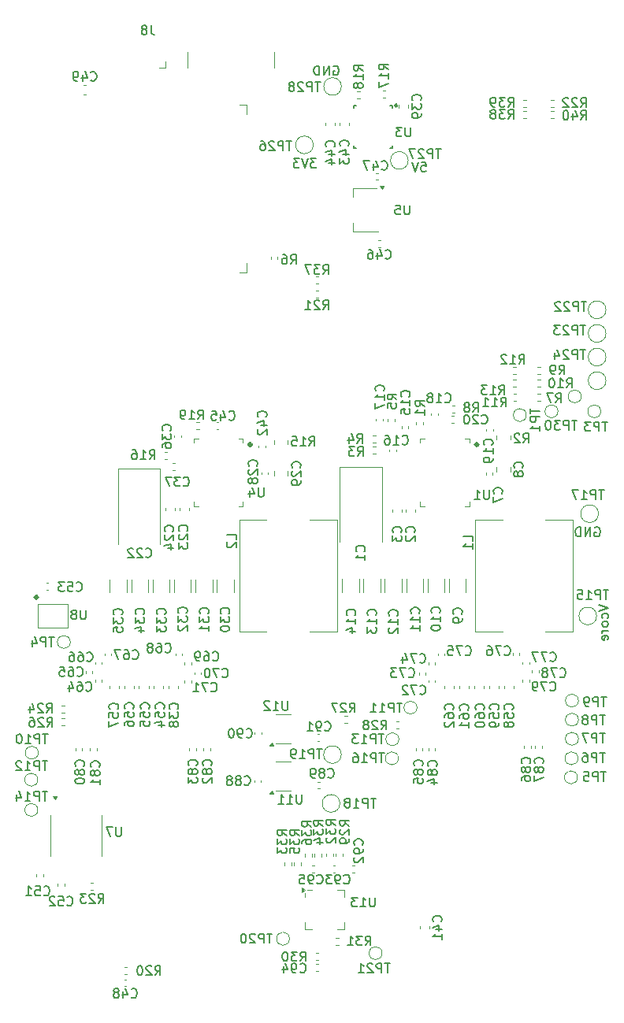
<source format=gbr>
%TF.GenerationSoftware,KiCad,Pcbnew,8.0.7*%
%TF.CreationDate,2025-02-10T22:40:20-05:00*%
%TF.ProjectId,BitaxeGT,42697461-7865-4475-942e-6b696361645f,v800*%
%TF.SameCoordinates,Original*%
%TF.FileFunction,Legend,Bot*%
%TF.FilePolarity,Positive*%
%FSLAX46Y46*%
G04 Gerber Fmt 4.6, Leading zero omitted, Abs format (unit mm)*
G04 Created by KiCad (PCBNEW 8.0.7) date 2025-02-10 22:40:20*
%MOMM*%
%LPD*%
G01*
G04 APERTURE LIST*
%ADD10C,0.150000*%
%ADD11C,0.120000*%
%ADD12C,0.313180*%
%ADD13C,0.300000*%
%ADD14C,0.250000*%
G04 APERTURE END LIST*
D10*
X135054819Y-125257142D02*
X134578628Y-124923809D01*
X135054819Y-124685714D02*
X134054819Y-124685714D01*
X134054819Y-124685714D02*
X134054819Y-125066666D01*
X134054819Y-125066666D02*
X134102438Y-125161904D01*
X134102438Y-125161904D02*
X134150057Y-125209523D01*
X134150057Y-125209523D02*
X134245295Y-125257142D01*
X134245295Y-125257142D02*
X134388152Y-125257142D01*
X134388152Y-125257142D02*
X134483390Y-125209523D01*
X134483390Y-125209523D02*
X134531009Y-125161904D01*
X134531009Y-125161904D02*
X134578628Y-125066666D01*
X134578628Y-125066666D02*
X134578628Y-124685714D01*
X134150057Y-125638095D02*
X134102438Y-125685714D01*
X134102438Y-125685714D02*
X134054819Y-125780952D01*
X134054819Y-125780952D02*
X134054819Y-126019047D01*
X134054819Y-126019047D02*
X134102438Y-126114285D01*
X134102438Y-126114285D02*
X134150057Y-126161904D01*
X134150057Y-126161904D02*
X134245295Y-126209523D01*
X134245295Y-126209523D02*
X134340533Y-126209523D01*
X134340533Y-126209523D02*
X134483390Y-126161904D01*
X134483390Y-126161904D02*
X135054819Y-125590476D01*
X135054819Y-125590476D02*
X135054819Y-126209523D01*
X135054819Y-126685714D02*
X135054819Y-126876190D01*
X135054819Y-126876190D02*
X135007200Y-126971428D01*
X135007200Y-126971428D02*
X134959580Y-127019047D01*
X134959580Y-127019047D02*
X134816723Y-127114285D01*
X134816723Y-127114285D02*
X134626247Y-127161904D01*
X134626247Y-127161904D02*
X134245295Y-127161904D01*
X134245295Y-127161904D02*
X134150057Y-127114285D01*
X134150057Y-127114285D02*
X134102438Y-127066666D01*
X134102438Y-127066666D02*
X134054819Y-126971428D01*
X134054819Y-126971428D02*
X134054819Y-126780952D01*
X134054819Y-126780952D02*
X134102438Y-126685714D01*
X134102438Y-126685714D02*
X134150057Y-126638095D01*
X134150057Y-126638095D02*
X134245295Y-126590476D01*
X134245295Y-126590476D02*
X134483390Y-126590476D01*
X134483390Y-126590476D02*
X134578628Y-126638095D01*
X134578628Y-126638095D02*
X134626247Y-126685714D01*
X134626247Y-126685714D02*
X134673866Y-126780952D01*
X134673866Y-126780952D02*
X134673866Y-126971428D01*
X134673866Y-126971428D02*
X134626247Y-127066666D01*
X134626247Y-127066666D02*
X134578628Y-127114285D01*
X134578628Y-127114285D02*
X134483390Y-127161904D01*
X138759580Y-78507142D02*
X138807200Y-78459523D01*
X138807200Y-78459523D02*
X138854819Y-78316666D01*
X138854819Y-78316666D02*
X138854819Y-78221428D01*
X138854819Y-78221428D02*
X138807200Y-78078571D01*
X138807200Y-78078571D02*
X138711961Y-77983333D01*
X138711961Y-77983333D02*
X138616723Y-77935714D01*
X138616723Y-77935714D02*
X138426247Y-77888095D01*
X138426247Y-77888095D02*
X138283390Y-77888095D01*
X138283390Y-77888095D02*
X138092914Y-77935714D01*
X138092914Y-77935714D02*
X137997676Y-77983333D01*
X137997676Y-77983333D02*
X137902438Y-78078571D01*
X137902438Y-78078571D02*
X137854819Y-78221428D01*
X137854819Y-78221428D02*
X137854819Y-78316666D01*
X137854819Y-78316666D02*
X137902438Y-78459523D01*
X137902438Y-78459523D02*
X137950057Y-78507142D01*
X138854819Y-79459523D02*
X138854819Y-78888095D01*
X138854819Y-79173809D02*
X137854819Y-79173809D01*
X137854819Y-79173809D02*
X137997676Y-79078571D01*
X137997676Y-79078571D02*
X138092914Y-78983333D01*
X138092914Y-78983333D02*
X138140533Y-78888095D01*
X137854819Y-79792857D02*
X137854819Y-80459523D01*
X137854819Y-80459523D02*
X138854819Y-80030952D01*
X117242857Y-88659580D02*
X117290476Y-88707200D01*
X117290476Y-88707200D02*
X117433333Y-88754819D01*
X117433333Y-88754819D02*
X117528571Y-88754819D01*
X117528571Y-88754819D02*
X117671428Y-88707200D01*
X117671428Y-88707200D02*
X117766666Y-88611961D01*
X117766666Y-88611961D02*
X117814285Y-88516723D01*
X117814285Y-88516723D02*
X117861904Y-88326247D01*
X117861904Y-88326247D02*
X117861904Y-88183390D01*
X117861904Y-88183390D02*
X117814285Y-87992914D01*
X117814285Y-87992914D02*
X117766666Y-87897676D01*
X117766666Y-87897676D02*
X117671428Y-87802438D01*
X117671428Y-87802438D02*
X117528571Y-87754819D01*
X117528571Y-87754819D02*
X117433333Y-87754819D01*
X117433333Y-87754819D02*
X117290476Y-87802438D01*
X117290476Y-87802438D02*
X117242857Y-87850057D01*
X116909523Y-87754819D02*
X116290476Y-87754819D01*
X116290476Y-87754819D02*
X116623809Y-88135771D01*
X116623809Y-88135771D02*
X116480952Y-88135771D01*
X116480952Y-88135771D02*
X116385714Y-88183390D01*
X116385714Y-88183390D02*
X116338095Y-88231009D01*
X116338095Y-88231009D02*
X116290476Y-88326247D01*
X116290476Y-88326247D02*
X116290476Y-88564342D01*
X116290476Y-88564342D02*
X116338095Y-88659580D01*
X116338095Y-88659580D02*
X116385714Y-88707200D01*
X116385714Y-88707200D02*
X116480952Y-88754819D01*
X116480952Y-88754819D02*
X116766666Y-88754819D01*
X116766666Y-88754819D02*
X116861904Y-88707200D01*
X116861904Y-88707200D02*
X116909523Y-88659580D01*
X115957142Y-87754819D02*
X115290476Y-87754819D01*
X115290476Y-87754819D02*
X115719047Y-88754819D01*
X159932857Y-48004819D02*
X160266190Y-47528628D01*
X160504285Y-48004819D02*
X160504285Y-47004819D01*
X160504285Y-47004819D02*
X160123333Y-47004819D01*
X160123333Y-47004819D02*
X160028095Y-47052438D01*
X160028095Y-47052438D02*
X159980476Y-47100057D01*
X159980476Y-47100057D02*
X159932857Y-47195295D01*
X159932857Y-47195295D02*
X159932857Y-47338152D01*
X159932857Y-47338152D02*
X159980476Y-47433390D01*
X159980476Y-47433390D02*
X160028095Y-47481009D01*
X160028095Y-47481009D02*
X160123333Y-47528628D01*
X160123333Y-47528628D02*
X160504285Y-47528628D01*
X159551904Y-47100057D02*
X159504285Y-47052438D01*
X159504285Y-47052438D02*
X159409047Y-47004819D01*
X159409047Y-47004819D02*
X159170952Y-47004819D01*
X159170952Y-47004819D02*
X159075714Y-47052438D01*
X159075714Y-47052438D02*
X159028095Y-47100057D01*
X159028095Y-47100057D02*
X158980476Y-47195295D01*
X158980476Y-47195295D02*
X158980476Y-47290533D01*
X158980476Y-47290533D02*
X159028095Y-47433390D01*
X159028095Y-47433390D02*
X159599523Y-48004819D01*
X159599523Y-48004819D02*
X158980476Y-48004819D01*
X158599523Y-47100057D02*
X158551904Y-47052438D01*
X158551904Y-47052438D02*
X158456666Y-47004819D01*
X158456666Y-47004819D02*
X158218571Y-47004819D01*
X158218571Y-47004819D02*
X158123333Y-47052438D01*
X158123333Y-47052438D02*
X158075714Y-47100057D01*
X158075714Y-47100057D02*
X158028095Y-47195295D01*
X158028095Y-47195295D02*
X158028095Y-47290533D01*
X158028095Y-47290533D02*
X158075714Y-47433390D01*
X158075714Y-47433390D02*
X158647142Y-48004819D01*
X158647142Y-48004819D02*
X158028095Y-48004819D01*
X162561904Y-117404819D02*
X161990476Y-117404819D01*
X162276190Y-118404819D02*
X162276190Y-117404819D01*
X161657142Y-118404819D02*
X161657142Y-117404819D01*
X161657142Y-117404819D02*
X161276190Y-117404819D01*
X161276190Y-117404819D02*
X161180952Y-117452438D01*
X161180952Y-117452438D02*
X161133333Y-117500057D01*
X161133333Y-117500057D02*
X161085714Y-117595295D01*
X161085714Y-117595295D02*
X161085714Y-117738152D01*
X161085714Y-117738152D02*
X161133333Y-117833390D01*
X161133333Y-117833390D02*
X161180952Y-117881009D01*
X161180952Y-117881009D02*
X161276190Y-117928628D01*
X161276190Y-117928628D02*
X161657142Y-117928628D01*
X160228571Y-117404819D02*
X160419047Y-117404819D01*
X160419047Y-117404819D02*
X160514285Y-117452438D01*
X160514285Y-117452438D02*
X160561904Y-117500057D01*
X160561904Y-117500057D02*
X160657142Y-117642914D01*
X160657142Y-117642914D02*
X160704761Y-117833390D01*
X160704761Y-117833390D02*
X160704761Y-118214342D01*
X160704761Y-118214342D02*
X160657142Y-118309580D01*
X160657142Y-118309580D02*
X160609523Y-118357200D01*
X160609523Y-118357200D02*
X160514285Y-118404819D01*
X160514285Y-118404819D02*
X160323809Y-118404819D01*
X160323809Y-118404819D02*
X160228571Y-118357200D01*
X160228571Y-118357200D02*
X160180952Y-118309580D01*
X160180952Y-118309580D02*
X160133333Y-118214342D01*
X160133333Y-118214342D02*
X160133333Y-117976247D01*
X160133333Y-117976247D02*
X160180952Y-117881009D01*
X160180952Y-117881009D02*
X160228571Y-117833390D01*
X160228571Y-117833390D02*
X160323809Y-117785771D01*
X160323809Y-117785771D02*
X160514285Y-117785771D01*
X160514285Y-117785771D02*
X160609523Y-117833390D01*
X160609523Y-117833390D02*
X160657142Y-117881009D01*
X160657142Y-117881009D02*
X160704761Y-117976247D01*
X126788094Y-136854819D02*
X126216666Y-136854819D01*
X126502380Y-137854819D02*
X126502380Y-136854819D01*
X125883332Y-137854819D02*
X125883332Y-136854819D01*
X125883332Y-136854819D02*
X125502380Y-136854819D01*
X125502380Y-136854819D02*
X125407142Y-136902438D01*
X125407142Y-136902438D02*
X125359523Y-136950057D01*
X125359523Y-136950057D02*
X125311904Y-137045295D01*
X125311904Y-137045295D02*
X125311904Y-137188152D01*
X125311904Y-137188152D02*
X125359523Y-137283390D01*
X125359523Y-137283390D02*
X125407142Y-137331009D01*
X125407142Y-137331009D02*
X125502380Y-137378628D01*
X125502380Y-137378628D02*
X125883332Y-137378628D01*
X124930951Y-136950057D02*
X124883332Y-136902438D01*
X124883332Y-136902438D02*
X124788094Y-136854819D01*
X124788094Y-136854819D02*
X124549999Y-136854819D01*
X124549999Y-136854819D02*
X124454761Y-136902438D01*
X124454761Y-136902438D02*
X124407142Y-136950057D01*
X124407142Y-136950057D02*
X124359523Y-137045295D01*
X124359523Y-137045295D02*
X124359523Y-137140533D01*
X124359523Y-137140533D02*
X124407142Y-137283390D01*
X124407142Y-137283390D02*
X124978570Y-137854819D01*
X124978570Y-137854819D02*
X124359523Y-137854819D01*
X123740475Y-136854819D02*
X123645237Y-136854819D01*
X123645237Y-136854819D02*
X123549999Y-136902438D01*
X123549999Y-136902438D02*
X123502380Y-136950057D01*
X123502380Y-136950057D02*
X123454761Y-137045295D01*
X123454761Y-137045295D02*
X123407142Y-137235771D01*
X123407142Y-137235771D02*
X123407142Y-137473866D01*
X123407142Y-137473866D02*
X123454761Y-137664342D01*
X123454761Y-137664342D02*
X123502380Y-137759580D01*
X123502380Y-137759580D02*
X123549999Y-137807200D01*
X123549999Y-137807200D02*
X123645237Y-137854819D01*
X123645237Y-137854819D02*
X123740475Y-137854819D01*
X123740475Y-137854819D02*
X123835713Y-137807200D01*
X123835713Y-137807200D02*
X123883332Y-137759580D01*
X123883332Y-137759580D02*
X123930951Y-137664342D01*
X123930951Y-137664342D02*
X123978570Y-137473866D01*
X123978570Y-137473866D02*
X123978570Y-137235771D01*
X123978570Y-137235771D02*
X123930951Y-137045295D01*
X123930951Y-137045295D02*
X123883332Y-136950057D01*
X123883332Y-136950057D02*
X123835713Y-136902438D01*
X123835713Y-136902438D02*
X123740475Y-136854819D01*
X151459580Y-89533333D02*
X151507200Y-89485714D01*
X151507200Y-89485714D02*
X151554819Y-89342857D01*
X151554819Y-89342857D02*
X151554819Y-89247619D01*
X151554819Y-89247619D02*
X151507200Y-89104762D01*
X151507200Y-89104762D02*
X151411961Y-89009524D01*
X151411961Y-89009524D02*
X151316723Y-88961905D01*
X151316723Y-88961905D02*
X151126247Y-88914286D01*
X151126247Y-88914286D02*
X150983390Y-88914286D01*
X150983390Y-88914286D02*
X150792914Y-88961905D01*
X150792914Y-88961905D02*
X150697676Y-89009524D01*
X150697676Y-89009524D02*
X150602438Y-89104762D01*
X150602438Y-89104762D02*
X150554819Y-89247619D01*
X150554819Y-89247619D02*
X150554819Y-89342857D01*
X150554819Y-89342857D02*
X150602438Y-89485714D01*
X150602438Y-89485714D02*
X150650057Y-89533333D01*
X150554819Y-89866667D02*
X150554819Y-90533333D01*
X150554819Y-90533333D02*
X151554819Y-90104762D01*
X113753333Y-39184819D02*
X113753333Y-39899104D01*
X113753333Y-39899104D02*
X113800952Y-40041961D01*
X113800952Y-40041961D02*
X113896190Y-40137200D01*
X113896190Y-40137200D02*
X114039047Y-40184819D01*
X114039047Y-40184819D02*
X114134285Y-40184819D01*
X113134285Y-39613390D02*
X113229523Y-39565771D01*
X113229523Y-39565771D02*
X113277142Y-39518152D01*
X113277142Y-39518152D02*
X113324761Y-39422914D01*
X113324761Y-39422914D02*
X113324761Y-39375295D01*
X113324761Y-39375295D02*
X113277142Y-39280057D01*
X113277142Y-39280057D02*
X113229523Y-39232438D01*
X113229523Y-39232438D02*
X113134285Y-39184819D01*
X113134285Y-39184819D02*
X112943809Y-39184819D01*
X112943809Y-39184819D02*
X112848571Y-39232438D01*
X112848571Y-39232438D02*
X112800952Y-39280057D01*
X112800952Y-39280057D02*
X112753333Y-39375295D01*
X112753333Y-39375295D02*
X112753333Y-39422914D01*
X112753333Y-39422914D02*
X112800952Y-39518152D01*
X112800952Y-39518152D02*
X112848571Y-39565771D01*
X112848571Y-39565771D02*
X112943809Y-39613390D01*
X112943809Y-39613390D02*
X113134285Y-39613390D01*
X113134285Y-39613390D02*
X113229523Y-39661009D01*
X113229523Y-39661009D02*
X113277142Y-39708628D01*
X113277142Y-39708628D02*
X113324761Y-39803866D01*
X113324761Y-39803866D02*
X113324761Y-39994342D01*
X113324761Y-39994342D02*
X113277142Y-40089580D01*
X113277142Y-40089580D02*
X113229523Y-40137200D01*
X113229523Y-40137200D02*
X113134285Y-40184819D01*
X113134285Y-40184819D02*
X112943809Y-40184819D01*
X112943809Y-40184819D02*
X112848571Y-40137200D01*
X112848571Y-40137200D02*
X112800952Y-40089580D01*
X112800952Y-40089580D02*
X112753333Y-39994342D01*
X112753333Y-39994342D02*
X112753333Y-39803866D01*
X112753333Y-39803866D02*
X112800952Y-39708628D01*
X112800952Y-39708628D02*
X112848571Y-39661009D01*
X112848571Y-39661009D02*
X112943809Y-39613390D01*
X144409580Y-118857142D02*
X144457200Y-118809523D01*
X144457200Y-118809523D02*
X144504819Y-118666666D01*
X144504819Y-118666666D02*
X144504819Y-118571428D01*
X144504819Y-118571428D02*
X144457200Y-118428571D01*
X144457200Y-118428571D02*
X144361961Y-118333333D01*
X144361961Y-118333333D02*
X144266723Y-118285714D01*
X144266723Y-118285714D02*
X144076247Y-118238095D01*
X144076247Y-118238095D02*
X143933390Y-118238095D01*
X143933390Y-118238095D02*
X143742914Y-118285714D01*
X143742914Y-118285714D02*
X143647676Y-118333333D01*
X143647676Y-118333333D02*
X143552438Y-118428571D01*
X143552438Y-118428571D02*
X143504819Y-118571428D01*
X143504819Y-118571428D02*
X143504819Y-118666666D01*
X143504819Y-118666666D02*
X143552438Y-118809523D01*
X143552438Y-118809523D02*
X143600057Y-118857142D01*
X143933390Y-119428571D02*
X143885771Y-119333333D01*
X143885771Y-119333333D02*
X143838152Y-119285714D01*
X143838152Y-119285714D02*
X143742914Y-119238095D01*
X143742914Y-119238095D02*
X143695295Y-119238095D01*
X143695295Y-119238095D02*
X143600057Y-119285714D01*
X143600057Y-119285714D02*
X143552438Y-119333333D01*
X143552438Y-119333333D02*
X143504819Y-119428571D01*
X143504819Y-119428571D02*
X143504819Y-119619047D01*
X143504819Y-119619047D02*
X143552438Y-119714285D01*
X143552438Y-119714285D02*
X143600057Y-119761904D01*
X143600057Y-119761904D02*
X143695295Y-119809523D01*
X143695295Y-119809523D02*
X143742914Y-119809523D01*
X143742914Y-119809523D02*
X143838152Y-119761904D01*
X143838152Y-119761904D02*
X143885771Y-119714285D01*
X143885771Y-119714285D02*
X143933390Y-119619047D01*
X143933390Y-119619047D02*
X143933390Y-119428571D01*
X143933390Y-119428571D02*
X143981009Y-119333333D01*
X143981009Y-119333333D02*
X144028628Y-119285714D01*
X144028628Y-119285714D02*
X144123866Y-119238095D01*
X144123866Y-119238095D02*
X144314342Y-119238095D01*
X144314342Y-119238095D02*
X144409580Y-119285714D01*
X144409580Y-119285714D02*
X144457200Y-119333333D01*
X144457200Y-119333333D02*
X144504819Y-119428571D01*
X144504819Y-119428571D02*
X144504819Y-119619047D01*
X144504819Y-119619047D02*
X144457200Y-119714285D01*
X144457200Y-119714285D02*
X144409580Y-119761904D01*
X144409580Y-119761904D02*
X144314342Y-119809523D01*
X144314342Y-119809523D02*
X144123866Y-119809523D01*
X144123866Y-119809523D02*
X144028628Y-119761904D01*
X144028628Y-119761904D02*
X143981009Y-119714285D01*
X143981009Y-119714285D02*
X143933390Y-119619047D01*
X143838152Y-120666666D02*
X144504819Y-120666666D01*
X143457200Y-120428571D02*
X144171485Y-120190476D01*
X144171485Y-120190476D02*
X144171485Y-120809523D01*
X159538094Y-81679819D02*
X158966666Y-81679819D01*
X159252380Y-82679819D02*
X159252380Y-81679819D01*
X158633332Y-82679819D02*
X158633332Y-81679819D01*
X158633332Y-81679819D02*
X158252380Y-81679819D01*
X158252380Y-81679819D02*
X158157142Y-81727438D01*
X158157142Y-81727438D02*
X158109523Y-81775057D01*
X158109523Y-81775057D02*
X158061904Y-81870295D01*
X158061904Y-81870295D02*
X158061904Y-82013152D01*
X158061904Y-82013152D02*
X158109523Y-82108390D01*
X158109523Y-82108390D02*
X158157142Y-82156009D01*
X158157142Y-82156009D02*
X158252380Y-82203628D01*
X158252380Y-82203628D02*
X158633332Y-82203628D01*
X157728570Y-81679819D02*
X157109523Y-81679819D01*
X157109523Y-81679819D02*
X157442856Y-82060771D01*
X157442856Y-82060771D02*
X157299999Y-82060771D01*
X157299999Y-82060771D02*
X157204761Y-82108390D01*
X157204761Y-82108390D02*
X157157142Y-82156009D01*
X157157142Y-82156009D02*
X157109523Y-82251247D01*
X157109523Y-82251247D02*
X157109523Y-82489342D01*
X157109523Y-82489342D02*
X157157142Y-82584580D01*
X157157142Y-82584580D02*
X157204761Y-82632200D01*
X157204761Y-82632200D02*
X157299999Y-82679819D01*
X157299999Y-82679819D02*
X157585713Y-82679819D01*
X157585713Y-82679819D02*
X157680951Y-82632200D01*
X157680951Y-82632200D02*
X157728570Y-82584580D01*
X156490475Y-81679819D02*
X156395237Y-81679819D01*
X156395237Y-81679819D02*
X156299999Y-81727438D01*
X156299999Y-81727438D02*
X156252380Y-81775057D01*
X156252380Y-81775057D02*
X156204761Y-81870295D01*
X156204761Y-81870295D02*
X156157142Y-82060771D01*
X156157142Y-82060771D02*
X156157142Y-82298866D01*
X156157142Y-82298866D02*
X156204761Y-82489342D01*
X156204761Y-82489342D02*
X156252380Y-82584580D01*
X156252380Y-82584580D02*
X156299999Y-82632200D01*
X156299999Y-82632200D02*
X156395237Y-82679819D01*
X156395237Y-82679819D02*
X156490475Y-82679819D01*
X156490475Y-82679819D02*
X156585713Y-82632200D01*
X156585713Y-82632200D02*
X156633332Y-82584580D01*
X156633332Y-82584580D02*
X156680951Y-82489342D01*
X156680951Y-82489342D02*
X156728570Y-82298866D01*
X156728570Y-82298866D02*
X156728570Y-82060771D01*
X156728570Y-82060771D02*
X156680951Y-81870295D01*
X156680951Y-81870295D02*
X156633332Y-81775057D01*
X156633332Y-81775057D02*
X156585713Y-81727438D01*
X156585713Y-81727438D02*
X156490475Y-81679819D01*
X140209580Y-102657142D02*
X140257200Y-102609523D01*
X140257200Y-102609523D02*
X140304819Y-102466666D01*
X140304819Y-102466666D02*
X140304819Y-102371428D01*
X140304819Y-102371428D02*
X140257200Y-102228571D01*
X140257200Y-102228571D02*
X140161961Y-102133333D01*
X140161961Y-102133333D02*
X140066723Y-102085714D01*
X140066723Y-102085714D02*
X139876247Y-102038095D01*
X139876247Y-102038095D02*
X139733390Y-102038095D01*
X139733390Y-102038095D02*
X139542914Y-102085714D01*
X139542914Y-102085714D02*
X139447676Y-102133333D01*
X139447676Y-102133333D02*
X139352438Y-102228571D01*
X139352438Y-102228571D02*
X139304819Y-102371428D01*
X139304819Y-102371428D02*
X139304819Y-102466666D01*
X139304819Y-102466666D02*
X139352438Y-102609523D01*
X139352438Y-102609523D02*
X139400057Y-102657142D01*
X140304819Y-103609523D02*
X140304819Y-103038095D01*
X140304819Y-103323809D02*
X139304819Y-103323809D01*
X139304819Y-103323809D02*
X139447676Y-103228571D01*
X139447676Y-103228571D02*
X139542914Y-103133333D01*
X139542914Y-103133333D02*
X139590533Y-103038095D01*
X139400057Y-103990476D02*
X139352438Y-104038095D01*
X139352438Y-104038095D02*
X139304819Y-104133333D01*
X139304819Y-104133333D02*
X139304819Y-104371428D01*
X139304819Y-104371428D02*
X139352438Y-104466666D01*
X139352438Y-104466666D02*
X139400057Y-104514285D01*
X139400057Y-104514285D02*
X139495295Y-104561904D01*
X139495295Y-104561904D02*
X139590533Y-104561904D01*
X139590533Y-104561904D02*
X139733390Y-104514285D01*
X139733390Y-104514285D02*
X140304819Y-103942857D01*
X140304819Y-103942857D02*
X140304819Y-104561904D01*
X115272080Y-102507142D02*
X115319700Y-102459523D01*
X115319700Y-102459523D02*
X115367319Y-102316666D01*
X115367319Y-102316666D02*
X115367319Y-102221428D01*
X115367319Y-102221428D02*
X115319700Y-102078571D01*
X115319700Y-102078571D02*
X115224461Y-101983333D01*
X115224461Y-101983333D02*
X115129223Y-101935714D01*
X115129223Y-101935714D02*
X114938747Y-101888095D01*
X114938747Y-101888095D02*
X114795890Y-101888095D01*
X114795890Y-101888095D02*
X114605414Y-101935714D01*
X114605414Y-101935714D02*
X114510176Y-101983333D01*
X114510176Y-101983333D02*
X114414938Y-102078571D01*
X114414938Y-102078571D02*
X114367319Y-102221428D01*
X114367319Y-102221428D02*
X114367319Y-102316666D01*
X114367319Y-102316666D02*
X114414938Y-102459523D01*
X114414938Y-102459523D02*
X114462557Y-102507142D01*
X114367319Y-102840476D02*
X114367319Y-103459523D01*
X114367319Y-103459523D02*
X114748271Y-103126190D01*
X114748271Y-103126190D02*
X114748271Y-103269047D01*
X114748271Y-103269047D02*
X114795890Y-103364285D01*
X114795890Y-103364285D02*
X114843509Y-103411904D01*
X114843509Y-103411904D02*
X114938747Y-103459523D01*
X114938747Y-103459523D02*
X115176842Y-103459523D01*
X115176842Y-103459523D02*
X115272080Y-103411904D01*
X115272080Y-103411904D02*
X115319700Y-103364285D01*
X115319700Y-103364285D02*
X115367319Y-103269047D01*
X115367319Y-103269047D02*
X115367319Y-102983333D01*
X115367319Y-102983333D02*
X115319700Y-102888095D01*
X115319700Y-102888095D02*
X115272080Y-102840476D01*
X114367319Y-103792857D02*
X114367319Y-104411904D01*
X114367319Y-104411904D02*
X114748271Y-104078571D01*
X114748271Y-104078571D02*
X114748271Y-104221428D01*
X114748271Y-104221428D02*
X114795890Y-104316666D01*
X114795890Y-104316666D02*
X114843509Y-104364285D01*
X114843509Y-104364285D02*
X114938747Y-104411904D01*
X114938747Y-104411904D02*
X115176842Y-104411904D01*
X115176842Y-104411904D02*
X115272080Y-104364285D01*
X115272080Y-104364285D02*
X115319700Y-104316666D01*
X115319700Y-104316666D02*
X115367319Y-104221428D01*
X115367319Y-104221428D02*
X115367319Y-103935714D01*
X115367319Y-103935714D02*
X115319700Y-103840476D01*
X115319700Y-103840476D02*
X115272080Y-103792857D01*
X107292857Y-45079580D02*
X107340476Y-45127200D01*
X107340476Y-45127200D02*
X107483333Y-45174819D01*
X107483333Y-45174819D02*
X107578571Y-45174819D01*
X107578571Y-45174819D02*
X107721428Y-45127200D01*
X107721428Y-45127200D02*
X107816666Y-45031961D01*
X107816666Y-45031961D02*
X107864285Y-44936723D01*
X107864285Y-44936723D02*
X107911904Y-44746247D01*
X107911904Y-44746247D02*
X107911904Y-44603390D01*
X107911904Y-44603390D02*
X107864285Y-44412914D01*
X107864285Y-44412914D02*
X107816666Y-44317676D01*
X107816666Y-44317676D02*
X107721428Y-44222438D01*
X107721428Y-44222438D02*
X107578571Y-44174819D01*
X107578571Y-44174819D02*
X107483333Y-44174819D01*
X107483333Y-44174819D02*
X107340476Y-44222438D01*
X107340476Y-44222438D02*
X107292857Y-44270057D01*
X106435714Y-44508152D02*
X106435714Y-45174819D01*
X106673809Y-44127200D02*
X106911904Y-44841485D01*
X106911904Y-44841485D02*
X106292857Y-44841485D01*
X105864285Y-45174819D02*
X105673809Y-45174819D01*
X105673809Y-45174819D02*
X105578571Y-45127200D01*
X105578571Y-45127200D02*
X105530952Y-45079580D01*
X105530952Y-45079580D02*
X105435714Y-44936723D01*
X105435714Y-44936723D02*
X105388095Y-44746247D01*
X105388095Y-44746247D02*
X105388095Y-44365295D01*
X105388095Y-44365295D02*
X105435714Y-44270057D01*
X105435714Y-44270057D02*
X105483333Y-44222438D01*
X105483333Y-44222438D02*
X105578571Y-44174819D01*
X105578571Y-44174819D02*
X105769047Y-44174819D01*
X105769047Y-44174819D02*
X105864285Y-44222438D01*
X105864285Y-44222438D02*
X105911904Y-44270057D01*
X105911904Y-44270057D02*
X105959523Y-44365295D01*
X105959523Y-44365295D02*
X105959523Y-44603390D01*
X105959523Y-44603390D02*
X105911904Y-44698628D01*
X105911904Y-44698628D02*
X105864285Y-44746247D01*
X105864285Y-44746247D02*
X105769047Y-44793866D01*
X105769047Y-44793866D02*
X105578571Y-44793866D01*
X105578571Y-44793866D02*
X105483333Y-44746247D01*
X105483333Y-44746247D02*
X105435714Y-44698628D01*
X105435714Y-44698628D02*
X105388095Y-44603390D01*
X116609580Y-112707142D02*
X116657200Y-112659523D01*
X116657200Y-112659523D02*
X116704819Y-112516666D01*
X116704819Y-112516666D02*
X116704819Y-112421428D01*
X116704819Y-112421428D02*
X116657200Y-112278571D01*
X116657200Y-112278571D02*
X116561961Y-112183333D01*
X116561961Y-112183333D02*
X116466723Y-112135714D01*
X116466723Y-112135714D02*
X116276247Y-112088095D01*
X116276247Y-112088095D02*
X116133390Y-112088095D01*
X116133390Y-112088095D02*
X115942914Y-112135714D01*
X115942914Y-112135714D02*
X115847676Y-112183333D01*
X115847676Y-112183333D02*
X115752438Y-112278571D01*
X115752438Y-112278571D02*
X115704819Y-112421428D01*
X115704819Y-112421428D02*
X115704819Y-112516666D01*
X115704819Y-112516666D02*
X115752438Y-112659523D01*
X115752438Y-112659523D02*
X115800057Y-112707142D01*
X115704819Y-113040476D02*
X115704819Y-113659523D01*
X115704819Y-113659523D02*
X116085771Y-113326190D01*
X116085771Y-113326190D02*
X116085771Y-113469047D01*
X116085771Y-113469047D02*
X116133390Y-113564285D01*
X116133390Y-113564285D02*
X116181009Y-113611904D01*
X116181009Y-113611904D02*
X116276247Y-113659523D01*
X116276247Y-113659523D02*
X116514342Y-113659523D01*
X116514342Y-113659523D02*
X116609580Y-113611904D01*
X116609580Y-113611904D02*
X116657200Y-113564285D01*
X116657200Y-113564285D02*
X116704819Y-113469047D01*
X116704819Y-113469047D02*
X116704819Y-113183333D01*
X116704819Y-113183333D02*
X116657200Y-113088095D01*
X116657200Y-113088095D02*
X116609580Y-113040476D01*
X116133390Y-114230952D02*
X116085771Y-114135714D01*
X116085771Y-114135714D02*
X116038152Y-114088095D01*
X116038152Y-114088095D02*
X115942914Y-114040476D01*
X115942914Y-114040476D02*
X115895295Y-114040476D01*
X115895295Y-114040476D02*
X115800057Y-114088095D01*
X115800057Y-114088095D02*
X115752438Y-114135714D01*
X115752438Y-114135714D02*
X115704819Y-114230952D01*
X115704819Y-114230952D02*
X115704819Y-114421428D01*
X115704819Y-114421428D02*
X115752438Y-114516666D01*
X115752438Y-114516666D02*
X115800057Y-114564285D01*
X115800057Y-114564285D02*
X115895295Y-114611904D01*
X115895295Y-114611904D02*
X115942914Y-114611904D01*
X115942914Y-114611904D02*
X116038152Y-114564285D01*
X116038152Y-114564285D02*
X116085771Y-114516666D01*
X116085771Y-114516666D02*
X116133390Y-114421428D01*
X116133390Y-114421428D02*
X116133390Y-114230952D01*
X116133390Y-114230952D02*
X116181009Y-114135714D01*
X116181009Y-114135714D02*
X116228628Y-114088095D01*
X116228628Y-114088095D02*
X116323866Y-114040476D01*
X116323866Y-114040476D02*
X116514342Y-114040476D01*
X116514342Y-114040476D02*
X116609580Y-114088095D01*
X116609580Y-114088095D02*
X116657200Y-114135714D01*
X116657200Y-114135714D02*
X116704819Y-114230952D01*
X116704819Y-114230952D02*
X116704819Y-114421428D01*
X116704819Y-114421428D02*
X116657200Y-114516666D01*
X116657200Y-114516666D02*
X116609580Y-114564285D01*
X116609580Y-114564285D02*
X116514342Y-114611904D01*
X116514342Y-114611904D02*
X116323866Y-114611904D01*
X116323866Y-114611904D02*
X116228628Y-114564285D01*
X116228628Y-114564285D02*
X116181009Y-114516666D01*
X116181009Y-114516666D02*
X116133390Y-114421428D01*
X135659580Y-102607142D02*
X135707200Y-102559523D01*
X135707200Y-102559523D02*
X135754819Y-102416666D01*
X135754819Y-102416666D02*
X135754819Y-102321428D01*
X135754819Y-102321428D02*
X135707200Y-102178571D01*
X135707200Y-102178571D02*
X135611961Y-102083333D01*
X135611961Y-102083333D02*
X135516723Y-102035714D01*
X135516723Y-102035714D02*
X135326247Y-101988095D01*
X135326247Y-101988095D02*
X135183390Y-101988095D01*
X135183390Y-101988095D02*
X134992914Y-102035714D01*
X134992914Y-102035714D02*
X134897676Y-102083333D01*
X134897676Y-102083333D02*
X134802438Y-102178571D01*
X134802438Y-102178571D02*
X134754819Y-102321428D01*
X134754819Y-102321428D02*
X134754819Y-102416666D01*
X134754819Y-102416666D02*
X134802438Y-102559523D01*
X134802438Y-102559523D02*
X134850057Y-102607142D01*
X135754819Y-103559523D02*
X135754819Y-102988095D01*
X135754819Y-103273809D02*
X134754819Y-103273809D01*
X134754819Y-103273809D02*
X134897676Y-103178571D01*
X134897676Y-103178571D02*
X134992914Y-103083333D01*
X134992914Y-103083333D02*
X135040533Y-102988095D01*
X135088152Y-104416666D02*
X135754819Y-104416666D01*
X134707200Y-104178571D02*
X135421485Y-103940476D01*
X135421485Y-103940476D02*
X135421485Y-104559523D01*
X105817857Y-109084580D02*
X105865476Y-109132200D01*
X105865476Y-109132200D02*
X106008333Y-109179819D01*
X106008333Y-109179819D02*
X106103571Y-109179819D01*
X106103571Y-109179819D02*
X106246428Y-109132200D01*
X106246428Y-109132200D02*
X106341666Y-109036961D01*
X106341666Y-109036961D02*
X106389285Y-108941723D01*
X106389285Y-108941723D02*
X106436904Y-108751247D01*
X106436904Y-108751247D02*
X106436904Y-108608390D01*
X106436904Y-108608390D02*
X106389285Y-108417914D01*
X106389285Y-108417914D02*
X106341666Y-108322676D01*
X106341666Y-108322676D02*
X106246428Y-108227438D01*
X106246428Y-108227438D02*
X106103571Y-108179819D01*
X106103571Y-108179819D02*
X106008333Y-108179819D01*
X106008333Y-108179819D02*
X105865476Y-108227438D01*
X105865476Y-108227438D02*
X105817857Y-108275057D01*
X104960714Y-108179819D02*
X105151190Y-108179819D01*
X105151190Y-108179819D02*
X105246428Y-108227438D01*
X105246428Y-108227438D02*
X105294047Y-108275057D01*
X105294047Y-108275057D02*
X105389285Y-108417914D01*
X105389285Y-108417914D02*
X105436904Y-108608390D01*
X105436904Y-108608390D02*
X105436904Y-108989342D01*
X105436904Y-108989342D02*
X105389285Y-109084580D01*
X105389285Y-109084580D02*
X105341666Y-109132200D01*
X105341666Y-109132200D02*
X105246428Y-109179819D01*
X105246428Y-109179819D02*
X105055952Y-109179819D01*
X105055952Y-109179819D02*
X104960714Y-109132200D01*
X104960714Y-109132200D02*
X104913095Y-109084580D01*
X104913095Y-109084580D02*
X104865476Y-108989342D01*
X104865476Y-108989342D02*
X104865476Y-108751247D01*
X104865476Y-108751247D02*
X104913095Y-108656009D01*
X104913095Y-108656009D02*
X104960714Y-108608390D01*
X104960714Y-108608390D02*
X105055952Y-108560771D01*
X105055952Y-108560771D02*
X105246428Y-108560771D01*
X105246428Y-108560771D02*
X105341666Y-108608390D01*
X105341666Y-108608390D02*
X105389285Y-108656009D01*
X105389285Y-108656009D02*
X105436904Y-108751247D01*
X103960714Y-108179819D02*
X104436904Y-108179819D01*
X104436904Y-108179819D02*
X104484523Y-108656009D01*
X104484523Y-108656009D02*
X104436904Y-108608390D01*
X104436904Y-108608390D02*
X104341666Y-108560771D01*
X104341666Y-108560771D02*
X104103571Y-108560771D01*
X104103571Y-108560771D02*
X104008333Y-108608390D01*
X104008333Y-108608390D02*
X103960714Y-108656009D01*
X103960714Y-108656009D02*
X103913095Y-108751247D01*
X103913095Y-108751247D02*
X103913095Y-108989342D01*
X103913095Y-108989342D02*
X103960714Y-109084580D01*
X103960714Y-109084580D02*
X104008333Y-109132200D01*
X104008333Y-109132200D02*
X104103571Y-109179819D01*
X104103571Y-109179819D02*
X104341666Y-109179819D01*
X104341666Y-109179819D02*
X104436904Y-109132200D01*
X104436904Y-109132200D02*
X104484523Y-109084580D01*
X106761904Y-102054819D02*
X106761904Y-102864342D01*
X106761904Y-102864342D02*
X106714285Y-102959580D01*
X106714285Y-102959580D02*
X106666666Y-103007200D01*
X106666666Y-103007200D02*
X106571428Y-103054819D01*
X106571428Y-103054819D02*
X106380952Y-103054819D01*
X106380952Y-103054819D02*
X106285714Y-103007200D01*
X106285714Y-103007200D02*
X106238095Y-102959580D01*
X106238095Y-102959580D02*
X106190476Y-102864342D01*
X106190476Y-102864342D02*
X106190476Y-102054819D01*
X105571428Y-102483390D02*
X105666666Y-102435771D01*
X105666666Y-102435771D02*
X105714285Y-102388152D01*
X105714285Y-102388152D02*
X105761904Y-102292914D01*
X105761904Y-102292914D02*
X105761904Y-102245295D01*
X105761904Y-102245295D02*
X105714285Y-102150057D01*
X105714285Y-102150057D02*
X105666666Y-102102438D01*
X105666666Y-102102438D02*
X105571428Y-102054819D01*
X105571428Y-102054819D02*
X105380952Y-102054819D01*
X105380952Y-102054819D02*
X105285714Y-102102438D01*
X105285714Y-102102438D02*
X105238095Y-102150057D01*
X105238095Y-102150057D02*
X105190476Y-102245295D01*
X105190476Y-102245295D02*
X105190476Y-102292914D01*
X105190476Y-102292914D02*
X105238095Y-102388152D01*
X105238095Y-102388152D02*
X105285714Y-102435771D01*
X105285714Y-102435771D02*
X105380952Y-102483390D01*
X105380952Y-102483390D02*
X105571428Y-102483390D01*
X105571428Y-102483390D02*
X105666666Y-102531009D01*
X105666666Y-102531009D02*
X105714285Y-102578628D01*
X105714285Y-102578628D02*
X105761904Y-102673866D01*
X105761904Y-102673866D02*
X105761904Y-102864342D01*
X105761904Y-102864342D02*
X105714285Y-102959580D01*
X105714285Y-102959580D02*
X105666666Y-103007200D01*
X105666666Y-103007200D02*
X105571428Y-103054819D01*
X105571428Y-103054819D02*
X105380952Y-103054819D01*
X105380952Y-103054819D02*
X105285714Y-103007200D01*
X105285714Y-103007200D02*
X105238095Y-102959580D01*
X105238095Y-102959580D02*
X105190476Y-102864342D01*
X105190476Y-102864342D02*
X105190476Y-102673866D01*
X105190476Y-102673866D02*
X105238095Y-102578628D01*
X105238095Y-102578628D02*
X105285714Y-102531009D01*
X105285714Y-102531009D02*
X105380952Y-102483390D01*
X114192857Y-141304819D02*
X114526190Y-140828628D01*
X114764285Y-141304819D02*
X114764285Y-140304819D01*
X114764285Y-140304819D02*
X114383333Y-140304819D01*
X114383333Y-140304819D02*
X114288095Y-140352438D01*
X114288095Y-140352438D02*
X114240476Y-140400057D01*
X114240476Y-140400057D02*
X114192857Y-140495295D01*
X114192857Y-140495295D02*
X114192857Y-140638152D01*
X114192857Y-140638152D02*
X114240476Y-140733390D01*
X114240476Y-140733390D02*
X114288095Y-140781009D01*
X114288095Y-140781009D02*
X114383333Y-140828628D01*
X114383333Y-140828628D02*
X114764285Y-140828628D01*
X113811904Y-140400057D02*
X113764285Y-140352438D01*
X113764285Y-140352438D02*
X113669047Y-140304819D01*
X113669047Y-140304819D02*
X113430952Y-140304819D01*
X113430952Y-140304819D02*
X113335714Y-140352438D01*
X113335714Y-140352438D02*
X113288095Y-140400057D01*
X113288095Y-140400057D02*
X113240476Y-140495295D01*
X113240476Y-140495295D02*
X113240476Y-140590533D01*
X113240476Y-140590533D02*
X113288095Y-140733390D01*
X113288095Y-140733390D02*
X113859523Y-141304819D01*
X113859523Y-141304819D02*
X113240476Y-141304819D01*
X112621428Y-140304819D02*
X112526190Y-140304819D01*
X112526190Y-140304819D02*
X112430952Y-140352438D01*
X112430952Y-140352438D02*
X112383333Y-140400057D01*
X112383333Y-140400057D02*
X112335714Y-140495295D01*
X112335714Y-140495295D02*
X112288095Y-140685771D01*
X112288095Y-140685771D02*
X112288095Y-140923866D01*
X112288095Y-140923866D02*
X112335714Y-141114342D01*
X112335714Y-141114342D02*
X112383333Y-141209580D01*
X112383333Y-141209580D02*
X112430952Y-141257200D01*
X112430952Y-141257200D02*
X112526190Y-141304819D01*
X112526190Y-141304819D02*
X112621428Y-141304819D01*
X112621428Y-141304819D02*
X112716666Y-141257200D01*
X112716666Y-141257200D02*
X112764285Y-141209580D01*
X112764285Y-141209580D02*
X112811904Y-141114342D01*
X112811904Y-141114342D02*
X112859523Y-140923866D01*
X112859523Y-140923866D02*
X112859523Y-140685771D01*
X112859523Y-140685771D02*
X112811904Y-140495295D01*
X112811904Y-140495295D02*
X112764285Y-140400057D01*
X112764285Y-140400057D02*
X112716666Y-140352438D01*
X112716666Y-140352438D02*
X112621428Y-140304819D01*
X129968094Y-121884819D02*
X129968094Y-122694342D01*
X129968094Y-122694342D02*
X129920475Y-122789580D01*
X129920475Y-122789580D02*
X129872856Y-122837200D01*
X129872856Y-122837200D02*
X129777618Y-122884819D01*
X129777618Y-122884819D02*
X129587142Y-122884819D01*
X129587142Y-122884819D02*
X129491904Y-122837200D01*
X129491904Y-122837200D02*
X129444285Y-122789580D01*
X129444285Y-122789580D02*
X129396666Y-122694342D01*
X129396666Y-122694342D02*
X129396666Y-121884819D01*
X128396666Y-122884819D02*
X128968094Y-122884819D01*
X128682380Y-122884819D02*
X128682380Y-121884819D01*
X128682380Y-121884819D02*
X128777618Y-122027676D01*
X128777618Y-122027676D02*
X128872856Y-122122914D01*
X128872856Y-122122914D02*
X128968094Y-122170533D01*
X127444285Y-122884819D02*
X128015713Y-122884819D01*
X127729999Y-122884819D02*
X127729999Y-121884819D01*
X127729999Y-121884819D02*
X127825237Y-122027676D01*
X127825237Y-122027676D02*
X127920475Y-122122914D01*
X127920475Y-122122914D02*
X128015713Y-122170533D01*
X102638094Y-121554819D02*
X102066666Y-121554819D01*
X102352380Y-122554819D02*
X102352380Y-121554819D01*
X101733332Y-122554819D02*
X101733332Y-121554819D01*
X101733332Y-121554819D02*
X101352380Y-121554819D01*
X101352380Y-121554819D02*
X101257142Y-121602438D01*
X101257142Y-121602438D02*
X101209523Y-121650057D01*
X101209523Y-121650057D02*
X101161904Y-121745295D01*
X101161904Y-121745295D02*
X101161904Y-121888152D01*
X101161904Y-121888152D02*
X101209523Y-121983390D01*
X101209523Y-121983390D02*
X101257142Y-122031009D01*
X101257142Y-122031009D02*
X101352380Y-122078628D01*
X101352380Y-122078628D02*
X101733332Y-122078628D01*
X100209523Y-122554819D02*
X100780951Y-122554819D01*
X100495237Y-122554819D02*
X100495237Y-121554819D01*
X100495237Y-121554819D02*
X100590475Y-121697676D01*
X100590475Y-121697676D02*
X100685713Y-121792914D01*
X100685713Y-121792914D02*
X100780951Y-121840533D01*
X99352380Y-121888152D02*
X99352380Y-122554819D01*
X99590475Y-121507200D02*
X99828570Y-122221485D01*
X99828570Y-122221485D02*
X99209523Y-122221485D01*
X125861904Y-88904819D02*
X125861904Y-89714342D01*
X125861904Y-89714342D02*
X125814285Y-89809580D01*
X125814285Y-89809580D02*
X125766666Y-89857200D01*
X125766666Y-89857200D02*
X125671428Y-89904819D01*
X125671428Y-89904819D02*
X125480952Y-89904819D01*
X125480952Y-89904819D02*
X125385714Y-89857200D01*
X125385714Y-89857200D02*
X125338095Y-89809580D01*
X125338095Y-89809580D02*
X125290476Y-89714342D01*
X125290476Y-89714342D02*
X125290476Y-88904819D01*
X124385714Y-89238152D02*
X124385714Y-89904819D01*
X124623809Y-88857200D02*
X124861904Y-89571485D01*
X124861904Y-89571485D02*
X124242857Y-89571485D01*
X106514580Y-118822142D02*
X106562200Y-118774523D01*
X106562200Y-118774523D02*
X106609819Y-118631666D01*
X106609819Y-118631666D02*
X106609819Y-118536428D01*
X106609819Y-118536428D02*
X106562200Y-118393571D01*
X106562200Y-118393571D02*
X106466961Y-118298333D01*
X106466961Y-118298333D02*
X106371723Y-118250714D01*
X106371723Y-118250714D02*
X106181247Y-118203095D01*
X106181247Y-118203095D02*
X106038390Y-118203095D01*
X106038390Y-118203095D02*
X105847914Y-118250714D01*
X105847914Y-118250714D02*
X105752676Y-118298333D01*
X105752676Y-118298333D02*
X105657438Y-118393571D01*
X105657438Y-118393571D02*
X105609819Y-118536428D01*
X105609819Y-118536428D02*
X105609819Y-118631666D01*
X105609819Y-118631666D02*
X105657438Y-118774523D01*
X105657438Y-118774523D02*
X105705057Y-118822142D01*
X106038390Y-119393571D02*
X105990771Y-119298333D01*
X105990771Y-119298333D02*
X105943152Y-119250714D01*
X105943152Y-119250714D02*
X105847914Y-119203095D01*
X105847914Y-119203095D02*
X105800295Y-119203095D01*
X105800295Y-119203095D02*
X105705057Y-119250714D01*
X105705057Y-119250714D02*
X105657438Y-119298333D01*
X105657438Y-119298333D02*
X105609819Y-119393571D01*
X105609819Y-119393571D02*
X105609819Y-119584047D01*
X105609819Y-119584047D02*
X105657438Y-119679285D01*
X105657438Y-119679285D02*
X105705057Y-119726904D01*
X105705057Y-119726904D02*
X105800295Y-119774523D01*
X105800295Y-119774523D02*
X105847914Y-119774523D01*
X105847914Y-119774523D02*
X105943152Y-119726904D01*
X105943152Y-119726904D02*
X105990771Y-119679285D01*
X105990771Y-119679285D02*
X106038390Y-119584047D01*
X106038390Y-119584047D02*
X106038390Y-119393571D01*
X106038390Y-119393571D02*
X106086009Y-119298333D01*
X106086009Y-119298333D02*
X106133628Y-119250714D01*
X106133628Y-119250714D02*
X106228866Y-119203095D01*
X106228866Y-119203095D02*
X106419342Y-119203095D01*
X106419342Y-119203095D02*
X106514580Y-119250714D01*
X106514580Y-119250714D02*
X106562200Y-119298333D01*
X106562200Y-119298333D02*
X106609819Y-119393571D01*
X106609819Y-119393571D02*
X106609819Y-119584047D01*
X106609819Y-119584047D02*
X106562200Y-119679285D01*
X106562200Y-119679285D02*
X106514580Y-119726904D01*
X106514580Y-119726904D02*
X106419342Y-119774523D01*
X106419342Y-119774523D02*
X106228866Y-119774523D01*
X106228866Y-119774523D02*
X106133628Y-119726904D01*
X106133628Y-119726904D02*
X106086009Y-119679285D01*
X106086009Y-119679285D02*
X106038390Y-119584047D01*
X105609819Y-120393571D02*
X105609819Y-120488809D01*
X105609819Y-120488809D02*
X105657438Y-120584047D01*
X105657438Y-120584047D02*
X105705057Y-120631666D01*
X105705057Y-120631666D02*
X105800295Y-120679285D01*
X105800295Y-120679285D02*
X105990771Y-120726904D01*
X105990771Y-120726904D02*
X106228866Y-120726904D01*
X106228866Y-120726904D02*
X106419342Y-120679285D01*
X106419342Y-120679285D02*
X106514580Y-120631666D01*
X106514580Y-120631666D02*
X106562200Y-120584047D01*
X106562200Y-120584047D02*
X106609819Y-120488809D01*
X106609819Y-120488809D02*
X106609819Y-120393571D01*
X106609819Y-120393571D02*
X106562200Y-120298333D01*
X106562200Y-120298333D02*
X106514580Y-120250714D01*
X106514580Y-120250714D02*
X106419342Y-120203095D01*
X106419342Y-120203095D02*
X106228866Y-120155476D01*
X106228866Y-120155476D02*
X105990771Y-120155476D01*
X105990771Y-120155476D02*
X105800295Y-120203095D01*
X105800295Y-120203095D02*
X105705057Y-120250714D01*
X105705057Y-120250714D02*
X105657438Y-120298333D01*
X105657438Y-120298333D02*
X105609819Y-120393571D01*
X142909580Y-118807142D02*
X142957200Y-118759523D01*
X142957200Y-118759523D02*
X143004819Y-118616666D01*
X143004819Y-118616666D02*
X143004819Y-118521428D01*
X143004819Y-118521428D02*
X142957200Y-118378571D01*
X142957200Y-118378571D02*
X142861961Y-118283333D01*
X142861961Y-118283333D02*
X142766723Y-118235714D01*
X142766723Y-118235714D02*
X142576247Y-118188095D01*
X142576247Y-118188095D02*
X142433390Y-118188095D01*
X142433390Y-118188095D02*
X142242914Y-118235714D01*
X142242914Y-118235714D02*
X142147676Y-118283333D01*
X142147676Y-118283333D02*
X142052438Y-118378571D01*
X142052438Y-118378571D02*
X142004819Y-118521428D01*
X142004819Y-118521428D02*
X142004819Y-118616666D01*
X142004819Y-118616666D02*
X142052438Y-118759523D01*
X142052438Y-118759523D02*
X142100057Y-118807142D01*
X142433390Y-119378571D02*
X142385771Y-119283333D01*
X142385771Y-119283333D02*
X142338152Y-119235714D01*
X142338152Y-119235714D02*
X142242914Y-119188095D01*
X142242914Y-119188095D02*
X142195295Y-119188095D01*
X142195295Y-119188095D02*
X142100057Y-119235714D01*
X142100057Y-119235714D02*
X142052438Y-119283333D01*
X142052438Y-119283333D02*
X142004819Y-119378571D01*
X142004819Y-119378571D02*
X142004819Y-119569047D01*
X142004819Y-119569047D02*
X142052438Y-119664285D01*
X142052438Y-119664285D02*
X142100057Y-119711904D01*
X142100057Y-119711904D02*
X142195295Y-119759523D01*
X142195295Y-119759523D02*
X142242914Y-119759523D01*
X142242914Y-119759523D02*
X142338152Y-119711904D01*
X142338152Y-119711904D02*
X142385771Y-119664285D01*
X142385771Y-119664285D02*
X142433390Y-119569047D01*
X142433390Y-119569047D02*
X142433390Y-119378571D01*
X142433390Y-119378571D02*
X142481009Y-119283333D01*
X142481009Y-119283333D02*
X142528628Y-119235714D01*
X142528628Y-119235714D02*
X142623866Y-119188095D01*
X142623866Y-119188095D02*
X142814342Y-119188095D01*
X142814342Y-119188095D02*
X142909580Y-119235714D01*
X142909580Y-119235714D02*
X142957200Y-119283333D01*
X142957200Y-119283333D02*
X143004819Y-119378571D01*
X143004819Y-119378571D02*
X143004819Y-119569047D01*
X143004819Y-119569047D02*
X142957200Y-119664285D01*
X142957200Y-119664285D02*
X142909580Y-119711904D01*
X142909580Y-119711904D02*
X142814342Y-119759523D01*
X142814342Y-119759523D02*
X142623866Y-119759523D01*
X142623866Y-119759523D02*
X142528628Y-119711904D01*
X142528628Y-119711904D02*
X142481009Y-119664285D01*
X142481009Y-119664285D02*
X142433390Y-119569047D01*
X142004819Y-120664285D02*
X142004819Y-120188095D01*
X142004819Y-120188095D02*
X142481009Y-120140476D01*
X142481009Y-120140476D02*
X142433390Y-120188095D01*
X142433390Y-120188095D02*
X142385771Y-120283333D01*
X142385771Y-120283333D02*
X142385771Y-120521428D01*
X142385771Y-120521428D02*
X142433390Y-120616666D01*
X142433390Y-120616666D02*
X142481009Y-120664285D01*
X142481009Y-120664285D02*
X142576247Y-120711904D01*
X142576247Y-120711904D02*
X142814342Y-120711904D01*
X142814342Y-120711904D02*
X142909580Y-120664285D01*
X142909580Y-120664285D02*
X142957200Y-120616666D01*
X142957200Y-120616666D02*
X143004819Y-120521428D01*
X143004819Y-120521428D02*
X143004819Y-120283333D01*
X143004819Y-120283333D02*
X142957200Y-120188095D01*
X142957200Y-120188095D02*
X142909580Y-120140476D01*
X147532857Y-106839580D02*
X147580476Y-106887200D01*
X147580476Y-106887200D02*
X147723333Y-106934819D01*
X147723333Y-106934819D02*
X147818571Y-106934819D01*
X147818571Y-106934819D02*
X147961428Y-106887200D01*
X147961428Y-106887200D02*
X148056666Y-106791961D01*
X148056666Y-106791961D02*
X148104285Y-106696723D01*
X148104285Y-106696723D02*
X148151904Y-106506247D01*
X148151904Y-106506247D02*
X148151904Y-106363390D01*
X148151904Y-106363390D02*
X148104285Y-106172914D01*
X148104285Y-106172914D02*
X148056666Y-106077676D01*
X148056666Y-106077676D02*
X147961428Y-105982438D01*
X147961428Y-105982438D02*
X147818571Y-105934819D01*
X147818571Y-105934819D02*
X147723333Y-105934819D01*
X147723333Y-105934819D02*
X147580476Y-105982438D01*
X147580476Y-105982438D02*
X147532857Y-106030057D01*
X147199523Y-105934819D02*
X146532857Y-105934819D01*
X146532857Y-105934819D02*
X146961428Y-106934819D01*
X145675714Y-105934819D02*
X146151904Y-105934819D01*
X146151904Y-105934819D02*
X146199523Y-106411009D01*
X146199523Y-106411009D02*
X146151904Y-106363390D01*
X146151904Y-106363390D02*
X146056666Y-106315771D01*
X146056666Y-106315771D02*
X145818571Y-106315771D01*
X145818571Y-106315771D02*
X145723333Y-106363390D01*
X145723333Y-106363390D02*
X145675714Y-106411009D01*
X145675714Y-106411009D02*
X145628095Y-106506247D01*
X145628095Y-106506247D02*
X145628095Y-106744342D01*
X145628095Y-106744342D02*
X145675714Y-106839580D01*
X145675714Y-106839580D02*
X145723333Y-106887200D01*
X145723333Y-106887200D02*
X145818571Y-106934819D01*
X145818571Y-106934819D02*
X146056666Y-106934819D01*
X146056666Y-106934819D02*
X146151904Y-106887200D01*
X146151904Y-106887200D02*
X146199523Y-106839580D01*
X115292857Y-106534580D02*
X115340476Y-106582200D01*
X115340476Y-106582200D02*
X115483333Y-106629819D01*
X115483333Y-106629819D02*
X115578571Y-106629819D01*
X115578571Y-106629819D02*
X115721428Y-106582200D01*
X115721428Y-106582200D02*
X115816666Y-106486961D01*
X115816666Y-106486961D02*
X115864285Y-106391723D01*
X115864285Y-106391723D02*
X115911904Y-106201247D01*
X115911904Y-106201247D02*
X115911904Y-106058390D01*
X115911904Y-106058390D02*
X115864285Y-105867914D01*
X115864285Y-105867914D02*
X115816666Y-105772676D01*
X115816666Y-105772676D02*
X115721428Y-105677438D01*
X115721428Y-105677438D02*
X115578571Y-105629819D01*
X115578571Y-105629819D02*
X115483333Y-105629819D01*
X115483333Y-105629819D02*
X115340476Y-105677438D01*
X115340476Y-105677438D02*
X115292857Y-105725057D01*
X114435714Y-105629819D02*
X114626190Y-105629819D01*
X114626190Y-105629819D02*
X114721428Y-105677438D01*
X114721428Y-105677438D02*
X114769047Y-105725057D01*
X114769047Y-105725057D02*
X114864285Y-105867914D01*
X114864285Y-105867914D02*
X114911904Y-106058390D01*
X114911904Y-106058390D02*
X114911904Y-106439342D01*
X114911904Y-106439342D02*
X114864285Y-106534580D01*
X114864285Y-106534580D02*
X114816666Y-106582200D01*
X114816666Y-106582200D02*
X114721428Y-106629819D01*
X114721428Y-106629819D02*
X114530952Y-106629819D01*
X114530952Y-106629819D02*
X114435714Y-106582200D01*
X114435714Y-106582200D02*
X114388095Y-106534580D01*
X114388095Y-106534580D02*
X114340476Y-106439342D01*
X114340476Y-106439342D02*
X114340476Y-106201247D01*
X114340476Y-106201247D02*
X114388095Y-106106009D01*
X114388095Y-106106009D02*
X114435714Y-106058390D01*
X114435714Y-106058390D02*
X114530952Y-106010771D01*
X114530952Y-106010771D02*
X114721428Y-106010771D01*
X114721428Y-106010771D02*
X114816666Y-106058390D01*
X114816666Y-106058390D02*
X114864285Y-106106009D01*
X114864285Y-106106009D02*
X114911904Y-106201247D01*
X113769047Y-106058390D02*
X113864285Y-106010771D01*
X113864285Y-106010771D02*
X113911904Y-105963152D01*
X113911904Y-105963152D02*
X113959523Y-105867914D01*
X113959523Y-105867914D02*
X113959523Y-105820295D01*
X113959523Y-105820295D02*
X113911904Y-105725057D01*
X113911904Y-105725057D02*
X113864285Y-105677438D01*
X113864285Y-105677438D02*
X113769047Y-105629819D01*
X113769047Y-105629819D02*
X113578571Y-105629819D01*
X113578571Y-105629819D02*
X113483333Y-105677438D01*
X113483333Y-105677438D02*
X113435714Y-105725057D01*
X113435714Y-105725057D02*
X113388095Y-105820295D01*
X113388095Y-105820295D02*
X113388095Y-105867914D01*
X113388095Y-105867914D02*
X113435714Y-105963152D01*
X113435714Y-105963152D02*
X113483333Y-106010771D01*
X113483333Y-106010771D02*
X113578571Y-106058390D01*
X113578571Y-106058390D02*
X113769047Y-106058390D01*
X113769047Y-106058390D02*
X113864285Y-106106009D01*
X113864285Y-106106009D02*
X113911904Y-106153628D01*
X113911904Y-106153628D02*
X113959523Y-106248866D01*
X113959523Y-106248866D02*
X113959523Y-106439342D01*
X113959523Y-106439342D02*
X113911904Y-106534580D01*
X113911904Y-106534580D02*
X113864285Y-106582200D01*
X113864285Y-106582200D02*
X113769047Y-106629819D01*
X113769047Y-106629819D02*
X113578571Y-106629819D01*
X113578571Y-106629819D02*
X113483333Y-106582200D01*
X113483333Y-106582200D02*
X113435714Y-106534580D01*
X113435714Y-106534580D02*
X113388095Y-106439342D01*
X113388095Y-106439342D02*
X113388095Y-106248866D01*
X113388095Y-106248866D02*
X113435714Y-106153628D01*
X113435714Y-106153628D02*
X113483333Y-106106009D01*
X113483333Y-106106009D02*
X113578571Y-106058390D01*
X110159580Y-112707142D02*
X110207200Y-112659523D01*
X110207200Y-112659523D02*
X110254819Y-112516666D01*
X110254819Y-112516666D02*
X110254819Y-112421428D01*
X110254819Y-112421428D02*
X110207200Y-112278571D01*
X110207200Y-112278571D02*
X110111961Y-112183333D01*
X110111961Y-112183333D02*
X110016723Y-112135714D01*
X110016723Y-112135714D02*
X109826247Y-112088095D01*
X109826247Y-112088095D02*
X109683390Y-112088095D01*
X109683390Y-112088095D02*
X109492914Y-112135714D01*
X109492914Y-112135714D02*
X109397676Y-112183333D01*
X109397676Y-112183333D02*
X109302438Y-112278571D01*
X109302438Y-112278571D02*
X109254819Y-112421428D01*
X109254819Y-112421428D02*
X109254819Y-112516666D01*
X109254819Y-112516666D02*
X109302438Y-112659523D01*
X109302438Y-112659523D02*
X109350057Y-112707142D01*
X109254819Y-113611904D02*
X109254819Y-113135714D01*
X109254819Y-113135714D02*
X109731009Y-113088095D01*
X109731009Y-113088095D02*
X109683390Y-113135714D01*
X109683390Y-113135714D02*
X109635771Y-113230952D01*
X109635771Y-113230952D02*
X109635771Y-113469047D01*
X109635771Y-113469047D02*
X109683390Y-113564285D01*
X109683390Y-113564285D02*
X109731009Y-113611904D01*
X109731009Y-113611904D02*
X109826247Y-113659523D01*
X109826247Y-113659523D02*
X110064342Y-113659523D01*
X110064342Y-113659523D02*
X110159580Y-113611904D01*
X110159580Y-113611904D02*
X110207200Y-113564285D01*
X110207200Y-113564285D02*
X110254819Y-113469047D01*
X110254819Y-113469047D02*
X110254819Y-113230952D01*
X110254819Y-113230952D02*
X110207200Y-113135714D01*
X110207200Y-113135714D02*
X110159580Y-113088095D01*
X109254819Y-113992857D02*
X109254819Y-114659523D01*
X109254819Y-114659523D02*
X110254819Y-114230952D01*
X131963094Y-45279819D02*
X131391666Y-45279819D01*
X131677380Y-46279819D02*
X131677380Y-45279819D01*
X131058332Y-46279819D02*
X131058332Y-45279819D01*
X131058332Y-45279819D02*
X130677380Y-45279819D01*
X130677380Y-45279819D02*
X130582142Y-45327438D01*
X130582142Y-45327438D02*
X130534523Y-45375057D01*
X130534523Y-45375057D02*
X130486904Y-45470295D01*
X130486904Y-45470295D02*
X130486904Y-45613152D01*
X130486904Y-45613152D02*
X130534523Y-45708390D01*
X130534523Y-45708390D02*
X130582142Y-45756009D01*
X130582142Y-45756009D02*
X130677380Y-45803628D01*
X130677380Y-45803628D02*
X131058332Y-45803628D01*
X130105951Y-45375057D02*
X130058332Y-45327438D01*
X130058332Y-45327438D02*
X129963094Y-45279819D01*
X129963094Y-45279819D02*
X129724999Y-45279819D01*
X129724999Y-45279819D02*
X129629761Y-45327438D01*
X129629761Y-45327438D02*
X129582142Y-45375057D01*
X129582142Y-45375057D02*
X129534523Y-45470295D01*
X129534523Y-45470295D02*
X129534523Y-45565533D01*
X129534523Y-45565533D02*
X129582142Y-45708390D01*
X129582142Y-45708390D02*
X130153570Y-46279819D01*
X130153570Y-46279819D02*
X129534523Y-46279819D01*
X128963094Y-45708390D02*
X129058332Y-45660771D01*
X129058332Y-45660771D02*
X129105951Y-45613152D01*
X129105951Y-45613152D02*
X129153570Y-45517914D01*
X129153570Y-45517914D02*
X129153570Y-45470295D01*
X129153570Y-45470295D02*
X129105951Y-45375057D01*
X129105951Y-45375057D02*
X129058332Y-45327438D01*
X129058332Y-45327438D02*
X128963094Y-45279819D01*
X128963094Y-45279819D02*
X128772618Y-45279819D01*
X128772618Y-45279819D02*
X128677380Y-45327438D01*
X128677380Y-45327438D02*
X128629761Y-45375057D01*
X128629761Y-45375057D02*
X128582142Y-45470295D01*
X128582142Y-45470295D02*
X128582142Y-45517914D01*
X128582142Y-45517914D02*
X128629761Y-45613152D01*
X128629761Y-45613152D02*
X128677380Y-45660771D01*
X128677380Y-45660771D02*
X128772618Y-45708390D01*
X128772618Y-45708390D02*
X128963094Y-45708390D01*
X128963094Y-45708390D02*
X129058332Y-45756009D01*
X129058332Y-45756009D02*
X129105951Y-45803628D01*
X129105951Y-45803628D02*
X129153570Y-45898866D01*
X129153570Y-45898866D02*
X129153570Y-46089342D01*
X129153570Y-46089342D02*
X129105951Y-46184580D01*
X129105951Y-46184580D02*
X129058332Y-46232200D01*
X129058332Y-46232200D02*
X128963094Y-46279819D01*
X128963094Y-46279819D02*
X128772618Y-46279819D01*
X128772618Y-46279819D02*
X128677380Y-46232200D01*
X128677380Y-46232200D02*
X128629761Y-46184580D01*
X128629761Y-46184580D02*
X128582142Y-46089342D01*
X128582142Y-46089342D02*
X128582142Y-45898866D01*
X128582142Y-45898866D02*
X128629761Y-45803628D01*
X128629761Y-45803628D02*
X128677380Y-45756009D01*
X128677380Y-45756009D02*
X128772618Y-45708390D01*
X133361904Y-43602438D02*
X133457142Y-43554819D01*
X133457142Y-43554819D02*
X133599999Y-43554819D01*
X133599999Y-43554819D02*
X133742856Y-43602438D01*
X133742856Y-43602438D02*
X133838094Y-43697676D01*
X133838094Y-43697676D02*
X133885713Y-43792914D01*
X133885713Y-43792914D02*
X133933332Y-43983390D01*
X133933332Y-43983390D02*
X133933332Y-44126247D01*
X133933332Y-44126247D02*
X133885713Y-44316723D01*
X133885713Y-44316723D02*
X133838094Y-44411961D01*
X133838094Y-44411961D02*
X133742856Y-44507200D01*
X133742856Y-44507200D02*
X133599999Y-44554819D01*
X133599999Y-44554819D02*
X133504761Y-44554819D01*
X133504761Y-44554819D02*
X133361904Y-44507200D01*
X133361904Y-44507200D02*
X133314285Y-44459580D01*
X133314285Y-44459580D02*
X133314285Y-44126247D01*
X133314285Y-44126247D02*
X133504761Y-44126247D01*
X132885713Y-44554819D02*
X132885713Y-43554819D01*
X132885713Y-43554819D02*
X132314285Y-44554819D01*
X132314285Y-44554819D02*
X132314285Y-43554819D01*
X131838094Y-44554819D02*
X131838094Y-43554819D01*
X131838094Y-43554819D02*
X131599999Y-43554819D01*
X131599999Y-43554819D02*
X131457142Y-43602438D01*
X131457142Y-43602438D02*
X131361904Y-43697676D01*
X131361904Y-43697676D02*
X131314285Y-43792914D01*
X131314285Y-43792914D02*
X131266666Y-43983390D01*
X131266666Y-43983390D02*
X131266666Y-44126247D01*
X131266666Y-44126247D02*
X131314285Y-44316723D01*
X131314285Y-44316723D02*
X131361904Y-44411961D01*
X131361904Y-44411961D02*
X131457142Y-44507200D01*
X131457142Y-44507200D02*
X131599999Y-44554819D01*
X131599999Y-44554819D02*
X131838094Y-44554819D01*
X142034580Y-93708333D02*
X142082200Y-93660714D01*
X142082200Y-93660714D02*
X142129819Y-93517857D01*
X142129819Y-93517857D02*
X142129819Y-93422619D01*
X142129819Y-93422619D02*
X142082200Y-93279762D01*
X142082200Y-93279762D02*
X141986961Y-93184524D01*
X141986961Y-93184524D02*
X141891723Y-93136905D01*
X141891723Y-93136905D02*
X141701247Y-93089286D01*
X141701247Y-93089286D02*
X141558390Y-93089286D01*
X141558390Y-93089286D02*
X141367914Y-93136905D01*
X141367914Y-93136905D02*
X141272676Y-93184524D01*
X141272676Y-93184524D02*
X141177438Y-93279762D01*
X141177438Y-93279762D02*
X141129819Y-93422619D01*
X141129819Y-93422619D02*
X141129819Y-93517857D01*
X141129819Y-93517857D02*
X141177438Y-93660714D01*
X141177438Y-93660714D02*
X141225057Y-93708333D01*
X141225057Y-94089286D02*
X141177438Y-94136905D01*
X141177438Y-94136905D02*
X141129819Y-94232143D01*
X141129819Y-94232143D02*
X141129819Y-94470238D01*
X141129819Y-94470238D02*
X141177438Y-94565476D01*
X141177438Y-94565476D02*
X141225057Y-94613095D01*
X141225057Y-94613095D02*
X141320295Y-94660714D01*
X141320295Y-94660714D02*
X141415533Y-94660714D01*
X141415533Y-94660714D02*
X141558390Y-94613095D01*
X141558390Y-94613095D02*
X142129819Y-94041667D01*
X142129819Y-94041667D02*
X142129819Y-94660714D01*
X137950594Y-122304819D02*
X137379166Y-122304819D01*
X137664880Y-123304819D02*
X137664880Y-122304819D01*
X137045832Y-123304819D02*
X137045832Y-122304819D01*
X137045832Y-122304819D02*
X136664880Y-122304819D01*
X136664880Y-122304819D02*
X136569642Y-122352438D01*
X136569642Y-122352438D02*
X136522023Y-122400057D01*
X136522023Y-122400057D02*
X136474404Y-122495295D01*
X136474404Y-122495295D02*
X136474404Y-122638152D01*
X136474404Y-122638152D02*
X136522023Y-122733390D01*
X136522023Y-122733390D02*
X136569642Y-122781009D01*
X136569642Y-122781009D02*
X136664880Y-122828628D01*
X136664880Y-122828628D02*
X137045832Y-122828628D01*
X135522023Y-123304819D02*
X136093451Y-123304819D01*
X135807737Y-123304819D02*
X135807737Y-122304819D01*
X135807737Y-122304819D02*
X135902975Y-122447676D01*
X135902975Y-122447676D02*
X135998213Y-122542914D01*
X135998213Y-122542914D02*
X136093451Y-122590533D01*
X134950594Y-122733390D02*
X135045832Y-122685771D01*
X135045832Y-122685771D02*
X135093451Y-122638152D01*
X135093451Y-122638152D02*
X135141070Y-122542914D01*
X135141070Y-122542914D02*
X135141070Y-122495295D01*
X135141070Y-122495295D02*
X135093451Y-122400057D01*
X135093451Y-122400057D02*
X135045832Y-122352438D01*
X135045832Y-122352438D02*
X134950594Y-122304819D01*
X134950594Y-122304819D02*
X134760118Y-122304819D01*
X134760118Y-122304819D02*
X134664880Y-122352438D01*
X134664880Y-122352438D02*
X134617261Y-122400057D01*
X134617261Y-122400057D02*
X134569642Y-122495295D01*
X134569642Y-122495295D02*
X134569642Y-122542914D01*
X134569642Y-122542914D02*
X134617261Y-122638152D01*
X134617261Y-122638152D02*
X134664880Y-122685771D01*
X134664880Y-122685771D02*
X134760118Y-122733390D01*
X134760118Y-122733390D02*
X134950594Y-122733390D01*
X134950594Y-122733390D02*
X135045832Y-122781009D01*
X135045832Y-122781009D02*
X135093451Y-122828628D01*
X135093451Y-122828628D02*
X135141070Y-122923866D01*
X135141070Y-122923866D02*
X135141070Y-123114342D01*
X135141070Y-123114342D02*
X135093451Y-123209580D01*
X135093451Y-123209580D02*
X135045832Y-123257200D01*
X135045832Y-123257200D02*
X134950594Y-123304819D01*
X134950594Y-123304819D02*
X134760118Y-123304819D01*
X134760118Y-123304819D02*
X134664880Y-123257200D01*
X134664880Y-123257200D02*
X134617261Y-123209580D01*
X134617261Y-123209580D02*
X134569642Y-123114342D01*
X134569642Y-123114342D02*
X134569642Y-122923866D01*
X134569642Y-122923866D02*
X134617261Y-122828628D01*
X134617261Y-122828628D02*
X134664880Y-122781009D01*
X134664880Y-122781009D02*
X134760118Y-122733390D01*
X105742857Y-99959580D02*
X105790476Y-100007200D01*
X105790476Y-100007200D02*
X105933333Y-100054819D01*
X105933333Y-100054819D02*
X106028571Y-100054819D01*
X106028571Y-100054819D02*
X106171428Y-100007200D01*
X106171428Y-100007200D02*
X106266666Y-99911961D01*
X106266666Y-99911961D02*
X106314285Y-99816723D01*
X106314285Y-99816723D02*
X106361904Y-99626247D01*
X106361904Y-99626247D02*
X106361904Y-99483390D01*
X106361904Y-99483390D02*
X106314285Y-99292914D01*
X106314285Y-99292914D02*
X106266666Y-99197676D01*
X106266666Y-99197676D02*
X106171428Y-99102438D01*
X106171428Y-99102438D02*
X106028571Y-99054819D01*
X106028571Y-99054819D02*
X105933333Y-99054819D01*
X105933333Y-99054819D02*
X105790476Y-99102438D01*
X105790476Y-99102438D02*
X105742857Y-99150057D01*
X104838095Y-99054819D02*
X105314285Y-99054819D01*
X105314285Y-99054819D02*
X105361904Y-99531009D01*
X105361904Y-99531009D02*
X105314285Y-99483390D01*
X105314285Y-99483390D02*
X105219047Y-99435771D01*
X105219047Y-99435771D02*
X104980952Y-99435771D01*
X104980952Y-99435771D02*
X104885714Y-99483390D01*
X104885714Y-99483390D02*
X104838095Y-99531009D01*
X104838095Y-99531009D02*
X104790476Y-99626247D01*
X104790476Y-99626247D02*
X104790476Y-99864342D01*
X104790476Y-99864342D02*
X104838095Y-99959580D01*
X104838095Y-99959580D02*
X104885714Y-100007200D01*
X104885714Y-100007200D02*
X104980952Y-100054819D01*
X104980952Y-100054819D02*
X105219047Y-100054819D01*
X105219047Y-100054819D02*
X105314285Y-100007200D01*
X105314285Y-100007200D02*
X105361904Y-99959580D01*
X104457142Y-99054819D02*
X103838095Y-99054819D01*
X103838095Y-99054819D02*
X104171428Y-99435771D01*
X104171428Y-99435771D02*
X104028571Y-99435771D01*
X104028571Y-99435771D02*
X103933333Y-99483390D01*
X103933333Y-99483390D02*
X103885714Y-99531009D01*
X103885714Y-99531009D02*
X103838095Y-99626247D01*
X103838095Y-99626247D02*
X103838095Y-99864342D01*
X103838095Y-99864342D02*
X103885714Y-99959580D01*
X103885714Y-99959580D02*
X103933333Y-100007200D01*
X103933333Y-100007200D02*
X104028571Y-100054819D01*
X104028571Y-100054819D02*
X104314285Y-100054819D01*
X104314285Y-100054819D02*
X104409523Y-100007200D01*
X104409523Y-100007200D02*
X104457142Y-99959580D01*
X102592857Y-114604819D02*
X102926190Y-114128628D01*
X103164285Y-114604819D02*
X103164285Y-113604819D01*
X103164285Y-113604819D02*
X102783333Y-113604819D01*
X102783333Y-113604819D02*
X102688095Y-113652438D01*
X102688095Y-113652438D02*
X102640476Y-113700057D01*
X102640476Y-113700057D02*
X102592857Y-113795295D01*
X102592857Y-113795295D02*
X102592857Y-113938152D01*
X102592857Y-113938152D02*
X102640476Y-114033390D01*
X102640476Y-114033390D02*
X102688095Y-114081009D01*
X102688095Y-114081009D02*
X102783333Y-114128628D01*
X102783333Y-114128628D02*
X103164285Y-114128628D01*
X102211904Y-113700057D02*
X102164285Y-113652438D01*
X102164285Y-113652438D02*
X102069047Y-113604819D01*
X102069047Y-113604819D02*
X101830952Y-113604819D01*
X101830952Y-113604819D02*
X101735714Y-113652438D01*
X101735714Y-113652438D02*
X101688095Y-113700057D01*
X101688095Y-113700057D02*
X101640476Y-113795295D01*
X101640476Y-113795295D02*
X101640476Y-113890533D01*
X101640476Y-113890533D02*
X101688095Y-114033390D01*
X101688095Y-114033390D02*
X102259523Y-114604819D01*
X102259523Y-114604819D02*
X101640476Y-114604819D01*
X100783333Y-113604819D02*
X100973809Y-113604819D01*
X100973809Y-113604819D02*
X101069047Y-113652438D01*
X101069047Y-113652438D02*
X101116666Y-113700057D01*
X101116666Y-113700057D02*
X101211904Y-113842914D01*
X101211904Y-113842914D02*
X101259523Y-114033390D01*
X101259523Y-114033390D02*
X101259523Y-114414342D01*
X101259523Y-114414342D02*
X101211904Y-114509580D01*
X101211904Y-114509580D02*
X101164285Y-114557200D01*
X101164285Y-114557200D02*
X101069047Y-114604819D01*
X101069047Y-114604819D02*
X100878571Y-114604819D01*
X100878571Y-114604819D02*
X100783333Y-114557200D01*
X100783333Y-114557200D02*
X100735714Y-114509580D01*
X100735714Y-114509580D02*
X100688095Y-114414342D01*
X100688095Y-114414342D02*
X100688095Y-114176247D01*
X100688095Y-114176247D02*
X100735714Y-114081009D01*
X100735714Y-114081009D02*
X100783333Y-114033390D01*
X100783333Y-114033390D02*
X100878571Y-113985771D01*
X100878571Y-113985771D02*
X101069047Y-113985771D01*
X101069047Y-113985771D02*
X101164285Y-114033390D01*
X101164285Y-114033390D02*
X101211904Y-114081009D01*
X101211904Y-114081009D02*
X101259523Y-114176247D01*
X132242857Y-69754819D02*
X132576190Y-69278628D01*
X132814285Y-69754819D02*
X132814285Y-68754819D01*
X132814285Y-68754819D02*
X132433333Y-68754819D01*
X132433333Y-68754819D02*
X132338095Y-68802438D01*
X132338095Y-68802438D02*
X132290476Y-68850057D01*
X132290476Y-68850057D02*
X132242857Y-68945295D01*
X132242857Y-68945295D02*
X132242857Y-69088152D01*
X132242857Y-69088152D02*
X132290476Y-69183390D01*
X132290476Y-69183390D02*
X132338095Y-69231009D01*
X132338095Y-69231009D02*
X132433333Y-69278628D01*
X132433333Y-69278628D02*
X132814285Y-69278628D01*
X131861904Y-68850057D02*
X131814285Y-68802438D01*
X131814285Y-68802438D02*
X131719047Y-68754819D01*
X131719047Y-68754819D02*
X131480952Y-68754819D01*
X131480952Y-68754819D02*
X131385714Y-68802438D01*
X131385714Y-68802438D02*
X131338095Y-68850057D01*
X131338095Y-68850057D02*
X131290476Y-68945295D01*
X131290476Y-68945295D02*
X131290476Y-69040533D01*
X131290476Y-69040533D02*
X131338095Y-69183390D01*
X131338095Y-69183390D02*
X131909523Y-69754819D01*
X131909523Y-69754819D02*
X131290476Y-69754819D01*
X130338095Y-69754819D02*
X130909523Y-69754819D01*
X130623809Y-69754819D02*
X130623809Y-68754819D01*
X130623809Y-68754819D02*
X130719047Y-68897676D01*
X130719047Y-68897676D02*
X130814285Y-68992914D01*
X130814285Y-68992914D02*
X130909523Y-69040533D01*
X139438094Y-140054819D02*
X138866666Y-140054819D01*
X139152380Y-141054819D02*
X139152380Y-140054819D01*
X138533332Y-141054819D02*
X138533332Y-140054819D01*
X138533332Y-140054819D02*
X138152380Y-140054819D01*
X138152380Y-140054819D02*
X138057142Y-140102438D01*
X138057142Y-140102438D02*
X138009523Y-140150057D01*
X138009523Y-140150057D02*
X137961904Y-140245295D01*
X137961904Y-140245295D02*
X137961904Y-140388152D01*
X137961904Y-140388152D02*
X138009523Y-140483390D01*
X138009523Y-140483390D02*
X138057142Y-140531009D01*
X138057142Y-140531009D02*
X138152380Y-140578628D01*
X138152380Y-140578628D02*
X138533332Y-140578628D01*
X137580951Y-140150057D02*
X137533332Y-140102438D01*
X137533332Y-140102438D02*
X137438094Y-140054819D01*
X137438094Y-140054819D02*
X137199999Y-140054819D01*
X137199999Y-140054819D02*
X137104761Y-140102438D01*
X137104761Y-140102438D02*
X137057142Y-140150057D01*
X137057142Y-140150057D02*
X137009523Y-140245295D01*
X137009523Y-140245295D02*
X137009523Y-140340533D01*
X137009523Y-140340533D02*
X137057142Y-140483390D01*
X137057142Y-140483390D02*
X137628570Y-141054819D01*
X137628570Y-141054819D02*
X137009523Y-141054819D01*
X136057142Y-141054819D02*
X136628570Y-141054819D01*
X136342856Y-141054819D02*
X136342856Y-140054819D01*
X136342856Y-140054819D02*
X136438094Y-140197676D01*
X136438094Y-140197676D02*
X136533332Y-140292914D01*
X136533332Y-140292914D02*
X136628570Y-140340533D01*
X155859580Y-118547142D02*
X155907200Y-118499523D01*
X155907200Y-118499523D02*
X155954819Y-118356666D01*
X155954819Y-118356666D02*
X155954819Y-118261428D01*
X155954819Y-118261428D02*
X155907200Y-118118571D01*
X155907200Y-118118571D02*
X155811961Y-118023333D01*
X155811961Y-118023333D02*
X155716723Y-117975714D01*
X155716723Y-117975714D02*
X155526247Y-117928095D01*
X155526247Y-117928095D02*
X155383390Y-117928095D01*
X155383390Y-117928095D02*
X155192914Y-117975714D01*
X155192914Y-117975714D02*
X155097676Y-118023333D01*
X155097676Y-118023333D02*
X155002438Y-118118571D01*
X155002438Y-118118571D02*
X154954819Y-118261428D01*
X154954819Y-118261428D02*
X154954819Y-118356666D01*
X154954819Y-118356666D02*
X155002438Y-118499523D01*
X155002438Y-118499523D02*
X155050057Y-118547142D01*
X155383390Y-119118571D02*
X155335771Y-119023333D01*
X155335771Y-119023333D02*
X155288152Y-118975714D01*
X155288152Y-118975714D02*
X155192914Y-118928095D01*
X155192914Y-118928095D02*
X155145295Y-118928095D01*
X155145295Y-118928095D02*
X155050057Y-118975714D01*
X155050057Y-118975714D02*
X155002438Y-119023333D01*
X155002438Y-119023333D02*
X154954819Y-119118571D01*
X154954819Y-119118571D02*
X154954819Y-119309047D01*
X154954819Y-119309047D02*
X155002438Y-119404285D01*
X155002438Y-119404285D02*
X155050057Y-119451904D01*
X155050057Y-119451904D02*
X155145295Y-119499523D01*
X155145295Y-119499523D02*
X155192914Y-119499523D01*
X155192914Y-119499523D02*
X155288152Y-119451904D01*
X155288152Y-119451904D02*
X155335771Y-119404285D01*
X155335771Y-119404285D02*
X155383390Y-119309047D01*
X155383390Y-119309047D02*
X155383390Y-119118571D01*
X155383390Y-119118571D02*
X155431009Y-119023333D01*
X155431009Y-119023333D02*
X155478628Y-118975714D01*
X155478628Y-118975714D02*
X155573866Y-118928095D01*
X155573866Y-118928095D02*
X155764342Y-118928095D01*
X155764342Y-118928095D02*
X155859580Y-118975714D01*
X155859580Y-118975714D02*
X155907200Y-119023333D01*
X155907200Y-119023333D02*
X155954819Y-119118571D01*
X155954819Y-119118571D02*
X155954819Y-119309047D01*
X155954819Y-119309047D02*
X155907200Y-119404285D01*
X155907200Y-119404285D02*
X155859580Y-119451904D01*
X155859580Y-119451904D02*
X155764342Y-119499523D01*
X155764342Y-119499523D02*
X155573866Y-119499523D01*
X155573866Y-119499523D02*
X155478628Y-119451904D01*
X155478628Y-119451904D02*
X155431009Y-119404285D01*
X155431009Y-119404285D02*
X155383390Y-119309047D01*
X154954819Y-119832857D02*
X154954819Y-120499523D01*
X154954819Y-120499523D02*
X155954819Y-120070952D01*
X142559580Y-102407142D02*
X142607200Y-102359523D01*
X142607200Y-102359523D02*
X142654819Y-102216666D01*
X142654819Y-102216666D02*
X142654819Y-102121428D01*
X142654819Y-102121428D02*
X142607200Y-101978571D01*
X142607200Y-101978571D02*
X142511961Y-101883333D01*
X142511961Y-101883333D02*
X142416723Y-101835714D01*
X142416723Y-101835714D02*
X142226247Y-101788095D01*
X142226247Y-101788095D02*
X142083390Y-101788095D01*
X142083390Y-101788095D02*
X141892914Y-101835714D01*
X141892914Y-101835714D02*
X141797676Y-101883333D01*
X141797676Y-101883333D02*
X141702438Y-101978571D01*
X141702438Y-101978571D02*
X141654819Y-102121428D01*
X141654819Y-102121428D02*
X141654819Y-102216666D01*
X141654819Y-102216666D02*
X141702438Y-102359523D01*
X141702438Y-102359523D02*
X141750057Y-102407142D01*
X142654819Y-103359523D02*
X142654819Y-102788095D01*
X142654819Y-103073809D02*
X141654819Y-103073809D01*
X141654819Y-103073809D02*
X141797676Y-102978571D01*
X141797676Y-102978571D02*
X141892914Y-102883333D01*
X141892914Y-102883333D02*
X141940533Y-102788095D01*
X142654819Y-104311904D02*
X142654819Y-103740476D01*
X142654819Y-104026190D02*
X141654819Y-104026190D01*
X141654819Y-104026190D02*
X141797676Y-103930952D01*
X141797676Y-103930952D02*
X141892914Y-103835714D01*
X141892914Y-103835714D02*
X141940533Y-103740476D01*
X120217857Y-110759580D02*
X120265476Y-110807200D01*
X120265476Y-110807200D02*
X120408333Y-110854819D01*
X120408333Y-110854819D02*
X120503571Y-110854819D01*
X120503571Y-110854819D02*
X120646428Y-110807200D01*
X120646428Y-110807200D02*
X120741666Y-110711961D01*
X120741666Y-110711961D02*
X120789285Y-110616723D01*
X120789285Y-110616723D02*
X120836904Y-110426247D01*
X120836904Y-110426247D02*
X120836904Y-110283390D01*
X120836904Y-110283390D02*
X120789285Y-110092914D01*
X120789285Y-110092914D02*
X120741666Y-109997676D01*
X120741666Y-109997676D02*
X120646428Y-109902438D01*
X120646428Y-109902438D02*
X120503571Y-109854819D01*
X120503571Y-109854819D02*
X120408333Y-109854819D01*
X120408333Y-109854819D02*
X120265476Y-109902438D01*
X120265476Y-109902438D02*
X120217857Y-109950057D01*
X119884523Y-109854819D02*
X119217857Y-109854819D01*
X119217857Y-109854819D02*
X119646428Y-110854819D01*
X118313095Y-110854819D02*
X118884523Y-110854819D01*
X118598809Y-110854819D02*
X118598809Y-109854819D01*
X118598809Y-109854819D02*
X118694047Y-109997676D01*
X118694047Y-109997676D02*
X118789285Y-110092914D01*
X118789285Y-110092914D02*
X118884523Y-110140533D01*
X108092857Y-133554819D02*
X108426190Y-133078628D01*
X108664285Y-133554819D02*
X108664285Y-132554819D01*
X108664285Y-132554819D02*
X108283333Y-132554819D01*
X108283333Y-132554819D02*
X108188095Y-132602438D01*
X108188095Y-132602438D02*
X108140476Y-132650057D01*
X108140476Y-132650057D02*
X108092857Y-132745295D01*
X108092857Y-132745295D02*
X108092857Y-132888152D01*
X108092857Y-132888152D02*
X108140476Y-132983390D01*
X108140476Y-132983390D02*
X108188095Y-133031009D01*
X108188095Y-133031009D02*
X108283333Y-133078628D01*
X108283333Y-133078628D02*
X108664285Y-133078628D01*
X107711904Y-132650057D02*
X107664285Y-132602438D01*
X107664285Y-132602438D02*
X107569047Y-132554819D01*
X107569047Y-132554819D02*
X107330952Y-132554819D01*
X107330952Y-132554819D02*
X107235714Y-132602438D01*
X107235714Y-132602438D02*
X107188095Y-132650057D01*
X107188095Y-132650057D02*
X107140476Y-132745295D01*
X107140476Y-132745295D02*
X107140476Y-132840533D01*
X107140476Y-132840533D02*
X107188095Y-132983390D01*
X107188095Y-132983390D02*
X107759523Y-133554819D01*
X107759523Y-133554819D02*
X107140476Y-133554819D01*
X106807142Y-132554819D02*
X106188095Y-132554819D01*
X106188095Y-132554819D02*
X106521428Y-132935771D01*
X106521428Y-132935771D02*
X106378571Y-132935771D01*
X106378571Y-132935771D02*
X106283333Y-132983390D01*
X106283333Y-132983390D02*
X106235714Y-133031009D01*
X106235714Y-133031009D02*
X106188095Y-133126247D01*
X106188095Y-133126247D02*
X106188095Y-133364342D01*
X106188095Y-133364342D02*
X106235714Y-133459580D01*
X106235714Y-133459580D02*
X106283333Y-133507200D01*
X106283333Y-133507200D02*
X106378571Y-133554819D01*
X106378571Y-133554819D02*
X106664285Y-133554819D01*
X106664285Y-133554819D02*
X106759523Y-133507200D01*
X106759523Y-133507200D02*
X106807142Y-133459580D01*
X157616666Y-76729819D02*
X157949999Y-76253628D01*
X158188094Y-76729819D02*
X158188094Y-75729819D01*
X158188094Y-75729819D02*
X157807142Y-75729819D01*
X157807142Y-75729819D02*
X157711904Y-75777438D01*
X157711904Y-75777438D02*
X157664285Y-75825057D01*
X157664285Y-75825057D02*
X157616666Y-75920295D01*
X157616666Y-75920295D02*
X157616666Y-76063152D01*
X157616666Y-76063152D02*
X157664285Y-76158390D01*
X157664285Y-76158390D02*
X157711904Y-76206009D01*
X157711904Y-76206009D02*
X157807142Y-76253628D01*
X157807142Y-76253628D02*
X158188094Y-76253628D01*
X157140475Y-76729819D02*
X156949999Y-76729819D01*
X156949999Y-76729819D02*
X156854761Y-76682200D01*
X156854761Y-76682200D02*
X156807142Y-76634580D01*
X156807142Y-76634580D02*
X156711904Y-76491723D01*
X156711904Y-76491723D02*
X156664285Y-76301247D01*
X156664285Y-76301247D02*
X156664285Y-75920295D01*
X156664285Y-75920295D02*
X156711904Y-75825057D01*
X156711904Y-75825057D02*
X156759523Y-75777438D01*
X156759523Y-75777438D02*
X156854761Y-75729819D01*
X156854761Y-75729819D02*
X157045237Y-75729819D01*
X157045237Y-75729819D02*
X157140475Y-75777438D01*
X157140475Y-75777438D02*
X157188094Y-75825057D01*
X157188094Y-75825057D02*
X157235713Y-75920295D01*
X157235713Y-75920295D02*
X157235713Y-76158390D01*
X157235713Y-76158390D02*
X157188094Y-76253628D01*
X157188094Y-76253628D02*
X157140475Y-76301247D01*
X157140475Y-76301247D02*
X157045237Y-76348866D01*
X157045237Y-76348866D02*
X156854761Y-76348866D01*
X156854761Y-76348866D02*
X156759523Y-76301247D01*
X156759523Y-76301247D02*
X156711904Y-76253628D01*
X156711904Y-76253628D02*
X156664285Y-76158390D01*
X149292857Y-81959580D02*
X149340476Y-82007200D01*
X149340476Y-82007200D02*
X149483333Y-82054819D01*
X149483333Y-82054819D02*
X149578571Y-82054819D01*
X149578571Y-82054819D02*
X149721428Y-82007200D01*
X149721428Y-82007200D02*
X149816666Y-81911961D01*
X149816666Y-81911961D02*
X149864285Y-81816723D01*
X149864285Y-81816723D02*
X149911904Y-81626247D01*
X149911904Y-81626247D02*
X149911904Y-81483390D01*
X149911904Y-81483390D02*
X149864285Y-81292914D01*
X149864285Y-81292914D02*
X149816666Y-81197676D01*
X149816666Y-81197676D02*
X149721428Y-81102438D01*
X149721428Y-81102438D02*
X149578571Y-81054819D01*
X149578571Y-81054819D02*
X149483333Y-81054819D01*
X149483333Y-81054819D02*
X149340476Y-81102438D01*
X149340476Y-81102438D02*
X149292857Y-81150057D01*
X148911904Y-81150057D02*
X148864285Y-81102438D01*
X148864285Y-81102438D02*
X148769047Y-81054819D01*
X148769047Y-81054819D02*
X148530952Y-81054819D01*
X148530952Y-81054819D02*
X148435714Y-81102438D01*
X148435714Y-81102438D02*
X148388095Y-81150057D01*
X148388095Y-81150057D02*
X148340476Y-81245295D01*
X148340476Y-81245295D02*
X148340476Y-81340533D01*
X148340476Y-81340533D02*
X148388095Y-81483390D01*
X148388095Y-81483390D02*
X148959523Y-82054819D01*
X148959523Y-82054819D02*
X148340476Y-82054819D01*
X147721428Y-81054819D02*
X147626190Y-81054819D01*
X147626190Y-81054819D02*
X147530952Y-81102438D01*
X147530952Y-81102438D02*
X147483333Y-81150057D01*
X147483333Y-81150057D02*
X147435714Y-81245295D01*
X147435714Y-81245295D02*
X147388095Y-81435771D01*
X147388095Y-81435771D02*
X147388095Y-81673866D01*
X147388095Y-81673866D02*
X147435714Y-81864342D01*
X147435714Y-81864342D02*
X147483333Y-81959580D01*
X147483333Y-81959580D02*
X147530952Y-82007200D01*
X147530952Y-82007200D02*
X147626190Y-82054819D01*
X147626190Y-82054819D02*
X147721428Y-82054819D01*
X147721428Y-82054819D02*
X147816666Y-82007200D01*
X147816666Y-82007200D02*
X147864285Y-81959580D01*
X147864285Y-81959580D02*
X147911904Y-81864342D01*
X147911904Y-81864342D02*
X147959523Y-81673866D01*
X147959523Y-81673866D02*
X147959523Y-81435771D01*
X147959523Y-81435771D02*
X147911904Y-81245295D01*
X147911904Y-81245295D02*
X147864285Y-81150057D01*
X147864285Y-81150057D02*
X147816666Y-81102438D01*
X147816666Y-81102438D02*
X147721428Y-81054819D01*
X152609580Y-112757142D02*
X152657200Y-112709523D01*
X152657200Y-112709523D02*
X152704819Y-112566666D01*
X152704819Y-112566666D02*
X152704819Y-112471428D01*
X152704819Y-112471428D02*
X152657200Y-112328571D01*
X152657200Y-112328571D02*
X152561961Y-112233333D01*
X152561961Y-112233333D02*
X152466723Y-112185714D01*
X152466723Y-112185714D02*
X152276247Y-112138095D01*
X152276247Y-112138095D02*
X152133390Y-112138095D01*
X152133390Y-112138095D02*
X151942914Y-112185714D01*
X151942914Y-112185714D02*
X151847676Y-112233333D01*
X151847676Y-112233333D02*
X151752438Y-112328571D01*
X151752438Y-112328571D02*
X151704819Y-112471428D01*
X151704819Y-112471428D02*
X151704819Y-112566666D01*
X151704819Y-112566666D02*
X151752438Y-112709523D01*
X151752438Y-112709523D02*
X151800057Y-112757142D01*
X151704819Y-113661904D02*
X151704819Y-113185714D01*
X151704819Y-113185714D02*
X152181009Y-113138095D01*
X152181009Y-113138095D02*
X152133390Y-113185714D01*
X152133390Y-113185714D02*
X152085771Y-113280952D01*
X152085771Y-113280952D02*
X152085771Y-113519047D01*
X152085771Y-113519047D02*
X152133390Y-113614285D01*
X152133390Y-113614285D02*
X152181009Y-113661904D01*
X152181009Y-113661904D02*
X152276247Y-113709523D01*
X152276247Y-113709523D02*
X152514342Y-113709523D01*
X152514342Y-113709523D02*
X152609580Y-113661904D01*
X152609580Y-113661904D02*
X152657200Y-113614285D01*
X152657200Y-113614285D02*
X152704819Y-113519047D01*
X152704819Y-113519047D02*
X152704819Y-113280952D01*
X152704819Y-113280952D02*
X152657200Y-113185714D01*
X152657200Y-113185714D02*
X152609580Y-113138095D01*
X152133390Y-114280952D02*
X152085771Y-114185714D01*
X152085771Y-114185714D02*
X152038152Y-114138095D01*
X152038152Y-114138095D02*
X151942914Y-114090476D01*
X151942914Y-114090476D02*
X151895295Y-114090476D01*
X151895295Y-114090476D02*
X151800057Y-114138095D01*
X151800057Y-114138095D02*
X151752438Y-114185714D01*
X151752438Y-114185714D02*
X151704819Y-114280952D01*
X151704819Y-114280952D02*
X151704819Y-114471428D01*
X151704819Y-114471428D02*
X151752438Y-114566666D01*
X151752438Y-114566666D02*
X151800057Y-114614285D01*
X151800057Y-114614285D02*
X151895295Y-114661904D01*
X151895295Y-114661904D02*
X151942914Y-114661904D01*
X151942914Y-114661904D02*
X152038152Y-114614285D01*
X152038152Y-114614285D02*
X152085771Y-114566666D01*
X152085771Y-114566666D02*
X152133390Y-114471428D01*
X152133390Y-114471428D02*
X152133390Y-114280952D01*
X152133390Y-114280952D02*
X152181009Y-114185714D01*
X152181009Y-114185714D02*
X152228628Y-114138095D01*
X152228628Y-114138095D02*
X152323866Y-114090476D01*
X152323866Y-114090476D02*
X152514342Y-114090476D01*
X152514342Y-114090476D02*
X152609580Y-114138095D01*
X152609580Y-114138095D02*
X152657200Y-114185714D01*
X152657200Y-114185714D02*
X152704819Y-114280952D01*
X152704819Y-114280952D02*
X152704819Y-114471428D01*
X152704819Y-114471428D02*
X152657200Y-114566666D01*
X152657200Y-114566666D02*
X152609580Y-114614285D01*
X152609580Y-114614285D02*
X152514342Y-114661904D01*
X152514342Y-114661904D02*
X152323866Y-114661904D01*
X152323866Y-114661904D02*
X152228628Y-114614285D01*
X152228628Y-114614285D02*
X152181009Y-114566666D01*
X152181009Y-114566666D02*
X152133390Y-114471428D01*
X160463094Y-71439819D02*
X159891666Y-71439819D01*
X160177380Y-72439819D02*
X160177380Y-71439819D01*
X159558332Y-72439819D02*
X159558332Y-71439819D01*
X159558332Y-71439819D02*
X159177380Y-71439819D01*
X159177380Y-71439819D02*
X159082142Y-71487438D01*
X159082142Y-71487438D02*
X159034523Y-71535057D01*
X159034523Y-71535057D02*
X158986904Y-71630295D01*
X158986904Y-71630295D02*
X158986904Y-71773152D01*
X158986904Y-71773152D02*
X159034523Y-71868390D01*
X159034523Y-71868390D02*
X159082142Y-71916009D01*
X159082142Y-71916009D02*
X159177380Y-71963628D01*
X159177380Y-71963628D02*
X159558332Y-71963628D01*
X158605951Y-71535057D02*
X158558332Y-71487438D01*
X158558332Y-71487438D02*
X158463094Y-71439819D01*
X158463094Y-71439819D02*
X158224999Y-71439819D01*
X158224999Y-71439819D02*
X158129761Y-71487438D01*
X158129761Y-71487438D02*
X158082142Y-71535057D01*
X158082142Y-71535057D02*
X158034523Y-71630295D01*
X158034523Y-71630295D02*
X158034523Y-71725533D01*
X158034523Y-71725533D02*
X158082142Y-71868390D01*
X158082142Y-71868390D02*
X158653570Y-72439819D01*
X158653570Y-72439819D02*
X158034523Y-72439819D01*
X157701189Y-71439819D02*
X157082142Y-71439819D01*
X157082142Y-71439819D02*
X157415475Y-71820771D01*
X157415475Y-71820771D02*
X157272618Y-71820771D01*
X157272618Y-71820771D02*
X157177380Y-71868390D01*
X157177380Y-71868390D02*
X157129761Y-71916009D01*
X157129761Y-71916009D02*
X157082142Y-72011247D01*
X157082142Y-72011247D02*
X157082142Y-72249342D01*
X157082142Y-72249342D02*
X157129761Y-72344580D01*
X157129761Y-72344580D02*
X157177380Y-72392200D01*
X157177380Y-72392200D02*
X157272618Y-72439819D01*
X157272618Y-72439819D02*
X157558332Y-72439819D01*
X157558332Y-72439819D02*
X157653570Y-72392200D01*
X157653570Y-72392200D02*
X157701189Y-72344580D01*
X118792857Y-81554819D02*
X119126190Y-81078628D01*
X119364285Y-81554819D02*
X119364285Y-80554819D01*
X119364285Y-80554819D02*
X118983333Y-80554819D01*
X118983333Y-80554819D02*
X118888095Y-80602438D01*
X118888095Y-80602438D02*
X118840476Y-80650057D01*
X118840476Y-80650057D02*
X118792857Y-80745295D01*
X118792857Y-80745295D02*
X118792857Y-80888152D01*
X118792857Y-80888152D02*
X118840476Y-80983390D01*
X118840476Y-80983390D02*
X118888095Y-81031009D01*
X118888095Y-81031009D02*
X118983333Y-81078628D01*
X118983333Y-81078628D02*
X119364285Y-81078628D01*
X117840476Y-81554819D02*
X118411904Y-81554819D01*
X118126190Y-81554819D02*
X118126190Y-80554819D01*
X118126190Y-80554819D02*
X118221428Y-80697676D01*
X118221428Y-80697676D02*
X118316666Y-80792914D01*
X118316666Y-80792914D02*
X118411904Y-80840533D01*
X117364285Y-81554819D02*
X117173809Y-81554819D01*
X117173809Y-81554819D02*
X117078571Y-81507200D01*
X117078571Y-81507200D02*
X117030952Y-81459580D01*
X117030952Y-81459580D02*
X116935714Y-81316723D01*
X116935714Y-81316723D02*
X116888095Y-81126247D01*
X116888095Y-81126247D02*
X116888095Y-80745295D01*
X116888095Y-80745295D02*
X116935714Y-80650057D01*
X116935714Y-80650057D02*
X116983333Y-80602438D01*
X116983333Y-80602438D02*
X117078571Y-80554819D01*
X117078571Y-80554819D02*
X117269047Y-80554819D01*
X117269047Y-80554819D02*
X117364285Y-80602438D01*
X117364285Y-80602438D02*
X117411904Y-80650057D01*
X117411904Y-80650057D02*
X117459523Y-80745295D01*
X117459523Y-80745295D02*
X117459523Y-80983390D01*
X117459523Y-80983390D02*
X117411904Y-81078628D01*
X117411904Y-81078628D02*
X117364285Y-81126247D01*
X117364285Y-81126247D02*
X117269047Y-81173866D01*
X117269047Y-81173866D02*
X117078571Y-81173866D01*
X117078571Y-81173866D02*
X116983333Y-81126247D01*
X116983333Y-81126247D02*
X116935714Y-81078628D01*
X116935714Y-81078628D02*
X116888095Y-80983390D01*
X113509580Y-112657142D02*
X113557200Y-112609523D01*
X113557200Y-112609523D02*
X113604819Y-112466666D01*
X113604819Y-112466666D02*
X113604819Y-112371428D01*
X113604819Y-112371428D02*
X113557200Y-112228571D01*
X113557200Y-112228571D02*
X113461961Y-112133333D01*
X113461961Y-112133333D02*
X113366723Y-112085714D01*
X113366723Y-112085714D02*
X113176247Y-112038095D01*
X113176247Y-112038095D02*
X113033390Y-112038095D01*
X113033390Y-112038095D02*
X112842914Y-112085714D01*
X112842914Y-112085714D02*
X112747676Y-112133333D01*
X112747676Y-112133333D02*
X112652438Y-112228571D01*
X112652438Y-112228571D02*
X112604819Y-112371428D01*
X112604819Y-112371428D02*
X112604819Y-112466666D01*
X112604819Y-112466666D02*
X112652438Y-112609523D01*
X112652438Y-112609523D02*
X112700057Y-112657142D01*
X112604819Y-113561904D02*
X112604819Y-113085714D01*
X112604819Y-113085714D02*
X113081009Y-113038095D01*
X113081009Y-113038095D02*
X113033390Y-113085714D01*
X113033390Y-113085714D02*
X112985771Y-113180952D01*
X112985771Y-113180952D02*
X112985771Y-113419047D01*
X112985771Y-113419047D02*
X113033390Y-113514285D01*
X113033390Y-113514285D02*
X113081009Y-113561904D01*
X113081009Y-113561904D02*
X113176247Y-113609523D01*
X113176247Y-113609523D02*
X113414342Y-113609523D01*
X113414342Y-113609523D02*
X113509580Y-113561904D01*
X113509580Y-113561904D02*
X113557200Y-113514285D01*
X113557200Y-113514285D02*
X113604819Y-113419047D01*
X113604819Y-113419047D02*
X113604819Y-113180952D01*
X113604819Y-113180952D02*
X113557200Y-113085714D01*
X113557200Y-113085714D02*
X113509580Y-113038095D01*
X112604819Y-114514285D02*
X112604819Y-114038095D01*
X112604819Y-114038095D02*
X113081009Y-113990476D01*
X113081009Y-113990476D02*
X113033390Y-114038095D01*
X113033390Y-114038095D02*
X112985771Y-114133333D01*
X112985771Y-114133333D02*
X112985771Y-114371428D01*
X112985771Y-114371428D02*
X113033390Y-114466666D01*
X113033390Y-114466666D02*
X113081009Y-114514285D01*
X113081009Y-114514285D02*
X113176247Y-114561904D01*
X113176247Y-114561904D02*
X113414342Y-114561904D01*
X113414342Y-114561904D02*
X113509580Y-114514285D01*
X113509580Y-114514285D02*
X113557200Y-114466666D01*
X113557200Y-114466666D02*
X113604819Y-114371428D01*
X113604819Y-114371428D02*
X113604819Y-114133333D01*
X113604819Y-114133333D02*
X113557200Y-114038095D01*
X113557200Y-114038095D02*
X113509580Y-113990476D01*
X136459580Y-127307142D02*
X136507200Y-127259523D01*
X136507200Y-127259523D02*
X136554819Y-127116666D01*
X136554819Y-127116666D02*
X136554819Y-127021428D01*
X136554819Y-127021428D02*
X136507200Y-126878571D01*
X136507200Y-126878571D02*
X136411961Y-126783333D01*
X136411961Y-126783333D02*
X136316723Y-126735714D01*
X136316723Y-126735714D02*
X136126247Y-126688095D01*
X136126247Y-126688095D02*
X135983390Y-126688095D01*
X135983390Y-126688095D02*
X135792914Y-126735714D01*
X135792914Y-126735714D02*
X135697676Y-126783333D01*
X135697676Y-126783333D02*
X135602438Y-126878571D01*
X135602438Y-126878571D02*
X135554819Y-127021428D01*
X135554819Y-127021428D02*
X135554819Y-127116666D01*
X135554819Y-127116666D02*
X135602438Y-127259523D01*
X135602438Y-127259523D02*
X135650057Y-127307142D01*
X136554819Y-127783333D02*
X136554819Y-127973809D01*
X136554819Y-127973809D02*
X136507200Y-128069047D01*
X136507200Y-128069047D02*
X136459580Y-128116666D01*
X136459580Y-128116666D02*
X136316723Y-128211904D01*
X136316723Y-128211904D02*
X136126247Y-128259523D01*
X136126247Y-128259523D02*
X135745295Y-128259523D01*
X135745295Y-128259523D02*
X135650057Y-128211904D01*
X135650057Y-128211904D02*
X135602438Y-128164285D01*
X135602438Y-128164285D02*
X135554819Y-128069047D01*
X135554819Y-128069047D02*
X135554819Y-127878571D01*
X135554819Y-127878571D02*
X135602438Y-127783333D01*
X135602438Y-127783333D02*
X135650057Y-127735714D01*
X135650057Y-127735714D02*
X135745295Y-127688095D01*
X135745295Y-127688095D02*
X135983390Y-127688095D01*
X135983390Y-127688095D02*
X136078628Y-127735714D01*
X136078628Y-127735714D02*
X136126247Y-127783333D01*
X136126247Y-127783333D02*
X136173866Y-127878571D01*
X136173866Y-127878571D02*
X136173866Y-128069047D01*
X136173866Y-128069047D02*
X136126247Y-128164285D01*
X136126247Y-128164285D02*
X136078628Y-128211904D01*
X136078628Y-128211904D02*
X135983390Y-128259523D01*
X135650057Y-128640476D02*
X135602438Y-128688095D01*
X135602438Y-128688095D02*
X135554819Y-128783333D01*
X135554819Y-128783333D02*
X135554819Y-129021428D01*
X135554819Y-129021428D02*
X135602438Y-129116666D01*
X135602438Y-129116666D02*
X135650057Y-129164285D01*
X135650057Y-129164285D02*
X135745295Y-129211904D01*
X135745295Y-129211904D02*
X135840533Y-129211904D01*
X135840533Y-129211904D02*
X135983390Y-129164285D01*
X135983390Y-129164285D02*
X136554819Y-128592857D01*
X136554819Y-128592857D02*
X136554819Y-129211904D01*
X141661904Y-50154819D02*
X141661904Y-50964342D01*
X141661904Y-50964342D02*
X141614285Y-51059580D01*
X141614285Y-51059580D02*
X141566666Y-51107200D01*
X141566666Y-51107200D02*
X141471428Y-51154819D01*
X141471428Y-51154819D02*
X141280952Y-51154819D01*
X141280952Y-51154819D02*
X141185714Y-51107200D01*
X141185714Y-51107200D02*
X141138095Y-51059580D01*
X141138095Y-51059580D02*
X141090476Y-50964342D01*
X141090476Y-50964342D02*
X141090476Y-50154819D01*
X140709523Y-50154819D02*
X140090476Y-50154819D01*
X140090476Y-50154819D02*
X140423809Y-50535771D01*
X140423809Y-50535771D02*
X140280952Y-50535771D01*
X140280952Y-50535771D02*
X140185714Y-50583390D01*
X140185714Y-50583390D02*
X140138095Y-50631009D01*
X140138095Y-50631009D02*
X140090476Y-50726247D01*
X140090476Y-50726247D02*
X140090476Y-50964342D01*
X140090476Y-50964342D02*
X140138095Y-51059580D01*
X140138095Y-51059580D02*
X140185714Y-51107200D01*
X140185714Y-51107200D02*
X140280952Y-51154819D01*
X140280952Y-51154819D02*
X140566666Y-51154819D01*
X140566666Y-51154819D02*
X140661904Y-51107200D01*
X140661904Y-51107200D02*
X140709523Y-51059580D01*
X148366666Y-80779819D02*
X148699999Y-80303628D01*
X148938094Y-80779819D02*
X148938094Y-79779819D01*
X148938094Y-79779819D02*
X148557142Y-79779819D01*
X148557142Y-79779819D02*
X148461904Y-79827438D01*
X148461904Y-79827438D02*
X148414285Y-79875057D01*
X148414285Y-79875057D02*
X148366666Y-79970295D01*
X148366666Y-79970295D02*
X148366666Y-80113152D01*
X148366666Y-80113152D02*
X148414285Y-80208390D01*
X148414285Y-80208390D02*
X148461904Y-80256009D01*
X148461904Y-80256009D02*
X148557142Y-80303628D01*
X148557142Y-80303628D02*
X148938094Y-80303628D01*
X147795237Y-80208390D02*
X147890475Y-80160771D01*
X147890475Y-80160771D02*
X147938094Y-80113152D01*
X147938094Y-80113152D02*
X147985713Y-80017914D01*
X147985713Y-80017914D02*
X147985713Y-79970295D01*
X147985713Y-79970295D02*
X147938094Y-79875057D01*
X147938094Y-79875057D02*
X147890475Y-79827438D01*
X147890475Y-79827438D02*
X147795237Y-79779819D01*
X147795237Y-79779819D02*
X147604761Y-79779819D01*
X147604761Y-79779819D02*
X147509523Y-79827438D01*
X147509523Y-79827438D02*
X147461904Y-79875057D01*
X147461904Y-79875057D02*
X147414285Y-79970295D01*
X147414285Y-79970295D02*
X147414285Y-80017914D01*
X147414285Y-80017914D02*
X147461904Y-80113152D01*
X147461904Y-80113152D02*
X147509523Y-80160771D01*
X147509523Y-80160771D02*
X147604761Y-80208390D01*
X147604761Y-80208390D02*
X147795237Y-80208390D01*
X147795237Y-80208390D02*
X147890475Y-80256009D01*
X147890475Y-80256009D02*
X147938094Y-80303628D01*
X147938094Y-80303628D02*
X147985713Y-80398866D01*
X147985713Y-80398866D02*
X147985713Y-80589342D01*
X147985713Y-80589342D02*
X147938094Y-80684580D01*
X147938094Y-80684580D02*
X147890475Y-80732200D01*
X147890475Y-80732200D02*
X147795237Y-80779819D01*
X147795237Y-80779819D02*
X147604761Y-80779819D01*
X147604761Y-80779819D02*
X147509523Y-80732200D01*
X147509523Y-80732200D02*
X147461904Y-80684580D01*
X147461904Y-80684580D02*
X147414285Y-80589342D01*
X147414285Y-80589342D02*
X147414285Y-80398866D01*
X147414285Y-80398866D02*
X147461904Y-80303628D01*
X147461904Y-80303628D02*
X147509523Y-80256009D01*
X147509523Y-80256009D02*
X147604761Y-80208390D01*
X131004819Y-125357142D02*
X130528628Y-125023809D01*
X131004819Y-124785714D02*
X130004819Y-124785714D01*
X130004819Y-124785714D02*
X130004819Y-125166666D01*
X130004819Y-125166666D02*
X130052438Y-125261904D01*
X130052438Y-125261904D02*
X130100057Y-125309523D01*
X130100057Y-125309523D02*
X130195295Y-125357142D01*
X130195295Y-125357142D02*
X130338152Y-125357142D01*
X130338152Y-125357142D02*
X130433390Y-125309523D01*
X130433390Y-125309523D02*
X130481009Y-125261904D01*
X130481009Y-125261904D02*
X130528628Y-125166666D01*
X130528628Y-125166666D02*
X130528628Y-124785714D01*
X130004819Y-125690476D02*
X130004819Y-126309523D01*
X130004819Y-126309523D02*
X130385771Y-125976190D01*
X130385771Y-125976190D02*
X130385771Y-126119047D01*
X130385771Y-126119047D02*
X130433390Y-126214285D01*
X130433390Y-126214285D02*
X130481009Y-126261904D01*
X130481009Y-126261904D02*
X130576247Y-126309523D01*
X130576247Y-126309523D02*
X130814342Y-126309523D01*
X130814342Y-126309523D02*
X130909580Y-126261904D01*
X130909580Y-126261904D02*
X130957200Y-126214285D01*
X130957200Y-126214285D02*
X131004819Y-126119047D01*
X131004819Y-126119047D02*
X131004819Y-125833333D01*
X131004819Y-125833333D02*
X130957200Y-125738095D01*
X130957200Y-125738095D02*
X130909580Y-125690476D01*
X130004819Y-127166666D02*
X130004819Y-126976190D01*
X130004819Y-126976190D02*
X130052438Y-126880952D01*
X130052438Y-126880952D02*
X130100057Y-126833333D01*
X130100057Y-126833333D02*
X130242914Y-126738095D01*
X130242914Y-126738095D02*
X130433390Y-126690476D01*
X130433390Y-126690476D02*
X130814342Y-126690476D01*
X130814342Y-126690476D02*
X130909580Y-126738095D01*
X130909580Y-126738095D02*
X130957200Y-126785714D01*
X130957200Y-126785714D02*
X131004819Y-126880952D01*
X131004819Y-126880952D02*
X131004819Y-127071428D01*
X131004819Y-127071428D02*
X130957200Y-127166666D01*
X130957200Y-127166666D02*
X130909580Y-127214285D01*
X130909580Y-127214285D02*
X130814342Y-127261904D01*
X130814342Y-127261904D02*
X130576247Y-127261904D01*
X130576247Y-127261904D02*
X130481009Y-127214285D01*
X130481009Y-127214285D02*
X130433390Y-127166666D01*
X130433390Y-127166666D02*
X130385771Y-127071428D01*
X130385771Y-127071428D02*
X130385771Y-126880952D01*
X130385771Y-126880952D02*
X130433390Y-126785714D01*
X130433390Y-126785714D02*
X130481009Y-126738095D01*
X130481009Y-126738095D02*
X130576247Y-126690476D01*
X123805357Y-120809580D02*
X123852976Y-120857200D01*
X123852976Y-120857200D02*
X123995833Y-120904819D01*
X123995833Y-120904819D02*
X124091071Y-120904819D01*
X124091071Y-120904819D02*
X124233928Y-120857200D01*
X124233928Y-120857200D02*
X124329166Y-120761961D01*
X124329166Y-120761961D02*
X124376785Y-120666723D01*
X124376785Y-120666723D02*
X124424404Y-120476247D01*
X124424404Y-120476247D02*
X124424404Y-120333390D01*
X124424404Y-120333390D02*
X124376785Y-120142914D01*
X124376785Y-120142914D02*
X124329166Y-120047676D01*
X124329166Y-120047676D02*
X124233928Y-119952438D01*
X124233928Y-119952438D02*
X124091071Y-119904819D01*
X124091071Y-119904819D02*
X123995833Y-119904819D01*
X123995833Y-119904819D02*
X123852976Y-119952438D01*
X123852976Y-119952438D02*
X123805357Y-120000057D01*
X123233928Y-120333390D02*
X123329166Y-120285771D01*
X123329166Y-120285771D02*
X123376785Y-120238152D01*
X123376785Y-120238152D02*
X123424404Y-120142914D01*
X123424404Y-120142914D02*
X123424404Y-120095295D01*
X123424404Y-120095295D02*
X123376785Y-120000057D01*
X123376785Y-120000057D02*
X123329166Y-119952438D01*
X123329166Y-119952438D02*
X123233928Y-119904819D01*
X123233928Y-119904819D02*
X123043452Y-119904819D01*
X123043452Y-119904819D02*
X122948214Y-119952438D01*
X122948214Y-119952438D02*
X122900595Y-120000057D01*
X122900595Y-120000057D02*
X122852976Y-120095295D01*
X122852976Y-120095295D02*
X122852976Y-120142914D01*
X122852976Y-120142914D02*
X122900595Y-120238152D01*
X122900595Y-120238152D02*
X122948214Y-120285771D01*
X122948214Y-120285771D02*
X123043452Y-120333390D01*
X123043452Y-120333390D02*
X123233928Y-120333390D01*
X123233928Y-120333390D02*
X123329166Y-120381009D01*
X123329166Y-120381009D02*
X123376785Y-120428628D01*
X123376785Y-120428628D02*
X123424404Y-120523866D01*
X123424404Y-120523866D02*
X123424404Y-120714342D01*
X123424404Y-120714342D02*
X123376785Y-120809580D01*
X123376785Y-120809580D02*
X123329166Y-120857200D01*
X123329166Y-120857200D02*
X123233928Y-120904819D01*
X123233928Y-120904819D02*
X123043452Y-120904819D01*
X123043452Y-120904819D02*
X122948214Y-120857200D01*
X122948214Y-120857200D02*
X122900595Y-120809580D01*
X122900595Y-120809580D02*
X122852976Y-120714342D01*
X122852976Y-120714342D02*
X122852976Y-120523866D01*
X122852976Y-120523866D02*
X122900595Y-120428628D01*
X122900595Y-120428628D02*
X122948214Y-120381009D01*
X122948214Y-120381009D02*
X123043452Y-120333390D01*
X122281547Y-120333390D02*
X122376785Y-120285771D01*
X122376785Y-120285771D02*
X122424404Y-120238152D01*
X122424404Y-120238152D02*
X122472023Y-120142914D01*
X122472023Y-120142914D02*
X122472023Y-120095295D01*
X122472023Y-120095295D02*
X122424404Y-120000057D01*
X122424404Y-120000057D02*
X122376785Y-119952438D01*
X122376785Y-119952438D02*
X122281547Y-119904819D01*
X122281547Y-119904819D02*
X122091071Y-119904819D01*
X122091071Y-119904819D02*
X121995833Y-119952438D01*
X121995833Y-119952438D02*
X121948214Y-120000057D01*
X121948214Y-120000057D02*
X121900595Y-120095295D01*
X121900595Y-120095295D02*
X121900595Y-120142914D01*
X121900595Y-120142914D02*
X121948214Y-120238152D01*
X121948214Y-120238152D02*
X121995833Y-120285771D01*
X121995833Y-120285771D02*
X122091071Y-120333390D01*
X122091071Y-120333390D02*
X122281547Y-120333390D01*
X122281547Y-120333390D02*
X122376785Y-120381009D01*
X122376785Y-120381009D02*
X122424404Y-120428628D01*
X122424404Y-120428628D02*
X122472023Y-120523866D01*
X122472023Y-120523866D02*
X122472023Y-120714342D01*
X122472023Y-120714342D02*
X122424404Y-120809580D01*
X122424404Y-120809580D02*
X122376785Y-120857200D01*
X122376785Y-120857200D02*
X122281547Y-120904819D01*
X122281547Y-120904819D02*
X122091071Y-120904819D01*
X122091071Y-120904819D02*
X121995833Y-120857200D01*
X121995833Y-120857200D02*
X121948214Y-120809580D01*
X121948214Y-120809580D02*
X121900595Y-120714342D01*
X121900595Y-120714342D02*
X121900595Y-120523866D01*
X121900595Y-120523866D02*
X121948214Y-120428628D01*
X121948214Y-120428628D02*
X121995833Y-120381009D01*
X121995833Y-120381009D02*
X122091071Y-120333390D01*
X117634580Y-93557142D02*
X117682200Y-93509523D01*
X117682200Y-93509523D02*
X117729819Y-93366666D01*
X117729819Y-93366666D02*
X117729819Y-93271428D01*
X117729819Y-93271428D02*
X117682200Y-93128571D01*
X117682200Y-93128571D02*
X117586961Y-93033333D01*
X117586961Y-93033333D02*
X117491723Y-92985714D01*
X117491723Y-92985714D02*
X117301247Y-92938095D01*
X117301247Y-92938095D02*
X117158390Y-92938095D01*
X117158390Y-92938095D02*
X116967914Y-92985714D01*
X116967914Y-92985714D02*
X116872676Y-93033333D01*
X116872676Y-93033333D02*
X116777438Y-93128571D01*
X116777438Y-93128571D02*
X116729819Y-93271428D01*
X116729819Y-93271428D02*
X116729819Y-93366666D01*
X116729819Y-93366666D02*
X116777438Y-93509523D01*
X116777438Y-93509523D02*
X116825057Y-93557142D01*
X116825057Y-93938095D02*
X116777438Y-93985714D01*
X116777438Y-93985714D02*
X116729819Y-94080952D01*
X116729819Y-94080952D02*
X116729819Y-94319047D01*
X116729819Y-94319047D02*
X116777438Y-94414285D01*
X116777438Y-94414285D02*
X116825057Y-94461904D01*
X116825057Y-94461904D02*
X116920295Y-94509523D01*
X116920295Y-94509523D02*
X117015533Y-94509523D01*
X117015533Y-94509523D02*
X117158390Y-94461904D01*
X117158390Y-94461904D02*
X117729819Y-93890476D01*
X117729819Y-93890476D02*
X117729819Y-94509523D01*
X116729819Y-94842857D02*
X116729819Y-95461904D01*
X116729819Y-95461904D02*
X117110771Y-95128571D01*
X117110771Y-95128571D02*
X117110771Y-95271428D01*
X117110771Y-95271428D02*
X117158390Y-95366666D01*
X117158390Y-95366666D02*
X117206009Y-95414285D01*
X117206009Y-95414285D02*
X117301247Y-95461904D01*
X117301247Y-95461904D02*
X117539342Y-95461904D01*
X117539342Y-95461904D02*
X117634580Y-95414285D01*
X117634580Y-95414285D02*
X117682200Y-95366666D01*
X117682200Y-95366666D02*
X117729819Y-95271428D01*
X117729819Y-95271428D02*
X117729819Y-94985714D01*
X117729819Y-94985714D02*
X117682200Y-94890476D01*
X117682200Y-94890476D02*
X117634580Y-94842857D01*
X151167857Y-78879819D02*
X151501190Y-78403628D01*
X151739285Y-78879819D02*
X151739285Y-77879819D01*
X151739285Y-77879819D02*
X151358333Y-77879819D01*
X151358333Y-77879819D02*
X151263095Y-77927438D01*
X151263095Y-77927438D02*
X151215476Y-77975057D01*
X151215476Y-77975057D02*
X151167857Y-78070295D01*
X151167857Y-78070295D02*
X151167857Y-78213152D01*
X151167857Y-78213152D02*
X151215476Y-78308390D01*
X151215476Y-78308390D02*
X151263095Y-78356009D01*
X151263095Y-78356009D02*
X151358333Y-78403628D01*
X151358333Y-78403628D02*
X151739285Y-78403628D01*
X150215476Y-78879819D02*
X150786904Y-78879819D01*
X150501190Y-78879819D02*
X150501190Y-77879819D01*
X150501190Y-77879819D02*
X150596428Y-78022676D01*
X150596428Y-78022676D02*
X150691666Y-78117914D01*
X150691666Y-78117914D02*
X150786904Y-78165533D01*
X149882142Y-77879819D02*
X149263095Y-77879819D01*
X149263095Y-77879819D02*
X149596428Y-78260771D01*
X149596428Y-78260771D02*
X149453571Y-78260771D01*
X149453571Y-78260771D02*
X149358333Y-78308390D01*
X149358333Y-78308390D02*
X149310714Y-78356009D01*
X149310714Y-78356009D02*
X149263095Y-78451247D01*
X149263095Y-78451247D02*
X149263095Y-78689342D01*
X149263095Y-78689342D02*
X149310714Y-78784580D01*
X149310714Y-78784580D02*
X149358333Y-78832200D01*
X149358333Y-78832200D02*
X149453571Y-78879819D01*
X149453571Y-78879819D02*
X149739285Y-78879819D01*
X149739285Y-78879819D02*
X149834523Y-78832200D01*
X149834523Y-78832200D02*
X149882142Y-78784580D01*
X106867857Y-107484580D02*
X106915476Y-107532200D01*
X106915476Y-107532200D02*
X107058333Y-107579819D01*
X107058333Y-107579819D02*
X107153571Y-107579819D01*
X107153571Y-107579819D02*
X107296428Y-107532200D01*
X107296428Y-107532200D02*
X107391666Y-107436961D01*
X107391666Y-107436961D02*
X107439285Y-107341723D01*
X107439285Y-107341723D02*
X107486904Y-107151247D01*
X107486904Y-107151247D02*
X107486904Y-107008390D01*
X107486904Y-107008390D02*
X107439285Y-106817914D01*
X107439285Y-106817914D02*
X107391666Y-106722676D01*
X107391666Y-106722676D02*
X107296428Y-106627438D01*
X107296428Y-106627438D02*
X107153571Y-106579819D01*
X107153571Y-106579819D02*
X107058333Y-106579819D01*
X107058333Y-106579819D02*
X106915476Y-106627438D01*
X106915476Y-106627438D02*
X106867857Y-106675057D01*
X106010714Y-106579819D02*
X106201190Y-106579819D01*
X106201190Y-106579819D02*
X106296428Y-106627438D01*
X106296428Y-106627438D02*
X106344047Y-106675057D01*
X106344047Y-106675057D02*
X106439285Y-106817914D01*
X106439285Y-106817914D02*
X106486904Y-107008390D01*
X106486904Y-107008390D02*
X106486904Y-107389342D01*
X106486904Y-107389342D02*
X106439285Y-107484580D01*
X106439285Y-107484580D02*
X106391666Y-107532200D01*
X106391666Y-107532200D02*
X106296428Y-107579819D01*
X106296428Y-107579819D02*
X106105952Y-107579819D01*
X106105952Y-107579819D02*
X106010714Y-107532200D01*
X106010714Y-107532200D02*
X105963095Y-107484580D01*
X105963095Y-107484580D02*
X105915476Y-107389342D01*
X105915476Y-107389342D02*
X105915476Y-107151247D01*
X105915476Y-107151247D02*
X105963095Y-107056009D01*
X105963095Y-107056009D02*
X106010714Y-107008390D01*
X106010714Y-107008390D02*
X106105952Y-106960771D01*
X106105952Y-106960771D02*
X106296428Y-106960771D01*
X106296428Y-106960771D02*
X106391666Y-107008390D01*
X106391666Y-107008390D02*
X106439285Y-107056009D01*
X106439285Y-107056009D02*
X106486904Y-107151247D01*
X105058333Y-106579819D02*
X105248809Y-106579819D01*
X105248809Y-106579819D02*
X105344047Y-106627438D01*
X105344047Y-106627438D02*
X105391666Y-106675057D01*
X105391666Y-106675057D02*
X105486904Y-106817914D01*
X105486904Y-106817914D02*
X105534523Y-107008390D01*
X105534523Y-107008390D02*
X105534523Y-107389342D01*
X105534523Y-107389342D02*
X105486904Y-107484580D01*
X105486904Y-107484580D02*
X105439285Y-107532200D01*
X105439285Y-107532200D02*
X105344047Y-107579819D01*
X105344047Y-107579819D02*
X105153571Y-107579819D01*
X105153571Y-107579819D02*
X105058333Y-107532200D01*
X105058333Y-107532200D02*
X105010714Y-107484580D01*
X105010714Y-107484580D02*
X104963095Y-107389342D01*
X104963095Y-107389342D02*
X104963095Y-107151247D01*
X104963095Y-107151247D02*
X105010714Y-107056009D01*
X105010714Y-107056009D02*
X105058333Y-107008390D01*
X105058333Y-107008390D02*
X105153571Y-106960771D01*
X105153571Y-106960771D02*
X105344047Y-106960771D01*
X105344047Y-106960771D02*
X105439285Y-107008390D01*
X105439285Y-107008390D02*
X105486904Y-107056009D01*
X105486904Y-107056009D02*
X105534523Y-107151247D01*
X112972080Y-102507142D02*
X113019700Y-102459523D01*
X113019700Y-102459523D02*
X113067319Y-102316666D01*
X113067319Y-102316666D02*
X113067319Y-102221428D01*
X113067319Y-102221428D02*
X113019700Y-102078571D01*
X113019700Y-102078571D02*
X112924461Y-101983333D01*
X112924461Y-101983333D02*
X112829223Y-101935714D01*
X112829223Y-101935714D02*
X112638747Y-101888095D01*
X112638747Y-101888095D02*
X112495890Y-101888095D01*
X112495890Y-101888095D02*
X112305414Y-101935714D01*
X112305414Y-101935714D02*
X112210176Y-101983333D01*
X112210176Y-101983333D02*
X112114938Y-102078571D01*
X112114938Y-102078571D02*
X112067319Y-102221428D01*
X112067319Y-102221428D02*
X112067319Y-102316666D01*
X112067319Y-102316666D02*
X112114938Y-102459523D01*
X112114938Y-102459523D02*
X112162557Y-102507142D01*
X112067319Y-102840476D02*
X112067319Y-103459523D01*
X112067319Y-103459523D02*
X112448271Y-103126190D01*
X112448271Y-103126190D02*
X112448271Y-103269047D01*
X112448271Y-103269047D02*
X112495890Y-103364285D01*
X112495890Y-103364285D02*
X112543509Y-103411904D01*
X112543509Y-103411904D02*
X112638747Y-103459523D01*
X112638747Y-103459523D02*
X112876842Y-103459523D01*
X112876842Y-103459523D02*
X112972080Y-103411904D01*
X112972080Y-103411904D02*
X113019700Y-103364285D01*
X113019700Y-103364285D02*
X113067319Y-103269047D01*
X113067319Y-103269047D02*
X113067319Y-102983333D01*
X113067319Y-102983333D02*
X113019700Y-102888095D01*
X113019700Y-102888095D02*
X112972080Y-102840476D01*
X112400652Y-104316666D02*
X113067319Y-104316666D01*
X112019700Y-104078571D02*
X112733985Y-103840476D01*
X112733985Y-103840476D02*
X112733985Y-104459523D01*
X152142857Y-47954819D02*
X152476190Y-47478628D01*
X152714285Y-47954819D02*
X152714285Y-46954819D01*
X152714285Y-46954819D02*
X152333333Y-46954819D01*
X152333333Y-46954819D02*
X152238095Y-47002438D01*
X152238095Y-47002438D02*
X152190476Y-47050057D01*
X152190476Y-47050057D02*
X152142857Y-47145295D01*
X152142857Y-47145295D02*
X152142857Y-47288152D01*
X152142857Y-47288152D02*
X152190476Y-47383390D01*
X152190476Y-47383390D02*
X152238095Y-47431009D01*
X152238095Y-47431009D02*
X152333333Y-47478628D01*
X152333333Y-47478628D02*
X152714285Y-47478628D01*
X151809523Y-46954819D02*
X151190476Y-46954819D01*
X151190476Y-46954819D02*
X151523809Y-47335771D01*
X151523809Y-47335771D02*
X151380952Y-47335771D01*
X151380952Y-47335771D02*
X151285714Y-47383390D01*
X151285714Y-47383390D02*
X151238095Y-47431009D01*
X151238095Y-47431009D02*
X151190476Y-47526247D01*
X151190476Y-47526247D02*
X151190476Y-47764342D01*
X151190476Y-47764342D02*
X151238095Y-47859580D01*
X151238095Y-47859580D02*
X151285714Y-47907200D01*
X151285714Y-47907200D02*
X151380952Y-47954819D01*
X151380952Y-47954819D02*
X151666666Y-47954819D01*
X151666666Y-47954819D02*
X151761904Y-47907200D01*
X151761904Y-47907200D02*
X151809523Y-47859580D01*
X150714285Y-47954819D02*
X150523809Y-47954819D01*
X150523809Y-47954819D02*
X150428571Y-47907200D01*
X150428571Y-47907200D02*
X150380952Y-47859580D01*
X150380952Y-47859580D02*
X150285714Y-47716723D01*
X150285714Y-47716723D02*
X150238095Y-47526247D01*
X150238095Y-47526247D02*
X150238095Y-47145295D01*
X150238095Y-47145295D02*
X150285714Y-47050057D01*
X150285714Y-47050057D02*
X150333333Y-47002438D01*
X150333333Y-47002438D02*
X150428571Y-46954819D01*
X150428571Y-46954819D02*
X150619047Y-46954819D01*
X150619047Y-46954819D02*
X150714285Y-47002438D01*
X150714285Y-47002438D02*
X150761904Y-47050057D01*
X150761904Y-47050057D02*
X150809523Y-47145295D01*
X150809523Y-47145295D02*
X150809523Y-47383390D01*
X150809523Y-47383390D02*
X150761904Y-47478628D01*
X150761904Y-47478628D02*
X150714285Y-47526247D01*
X150714285Y-47526247D02*
X150619047Y-47573866D01*
X150619047Y-47573866D02*
X150428571Y-47573866D01*
X150428571Y-47573866D02*
X150333333Y-47526247D01*
X150333333Y-47526247D02*
X150285714Y-47478628D01*
X150285714Y-47478628D02*
X150238095Y-47383390D01*
X102688094Y-115406819D02*
X102116666Y-115406819D01*
X102402380Y-116406819D02*
X102402380Y-115406819D01*
X101783332Y-116406819D02*
X101783332Y-115406819D01*
X101783332Y-115406819D02*
X101402380Y-115406819D01*
X101402380Y-115406819D02*
X101307142Y-115454438D01*
X101307142Y-115454438D02*
X101259523Y-115502057D01*
X101259523Y-115502057D02*
X101211904Y-115597295D01*
X101211904Y-115597295D02*
X101211904Y-115740152D01*
X101211904Y-115740152D02*
X101259523Y-115835390D01*
X101259523Y-115835390D02*
X101307142Y-115883009D01*
X101307142Y-115883009D02*
X101402380Y-115930628D01*
X101402380Y-115930628D02*
X101783332Y-115930628D01*
X100259523Y-116406819D02*
X100830951Y-116406819D01*
X100545237Y-116406819D02*
X100545237Y-115406819D01*
X100545237Y-115406819D02*
X100640475Y-115549676D01*
X100640475Y-115549676D02*
X100735713Y-115644914D01*
X100735713Y-115644914D02*
X100830951Y-115692533D01*
X99640475Y-115406819D02*
X99545237Y-115406819D01*
X99545237Y-115406819D02*
X99449999Y-115454438D01*
X99449999Y-115454438D02*
X99402380Y-115502057D01*
X99402380Y-115502057D02*
X99354761Y-115597295D01*
X99354761Y-115597295D02*
X99307142Y-115787771D01*
X99307142Y-115787771D02*
X99307142Y-116025866D01*
X99307142Y-116025866D02*
X99354761Y-116216342D01*
X99354761Y-116216342D02*
X99402380Y-116311580D01*
X99402380Y-116311580D02*
X99449999Y-116359200D01*
X99449999Y-116359200D02*
X99545237Y-116406819D01*
X99545237Y-116406819D02*
X99640475Y-116406819D01*
X99640475Y-116406819D02*
X99735713Y-116359200D01*
X99735713Y-116359200D02*
X99783332Y-116311580D01*
X99783332Y-116311580D02*
X99830951Y-116216342D01*
X99830951Y-116216342D02*
X99878570Y-116025866D01*
X99878570Y-116025866D02*
X99878570Y-115787771D01*
X99878570Y-115787771D02*
X99830951Y-115597295D01*
X99830951Y-115597295D02*
X99783332Y-115502057D01*
X99783332Y-115502057D02*
X99735713Y-115454438D01*
X99735713Y-115454438D02*
X99640475Y-115406819D01*
X102638094Y-118306819D02*
X102066666Y-118306819D01*
X102352380Y-119306819D02*
X102352380Y-118306819D01*
X101733332Y-119306819D02*
X101733332Y-118306819D01*
X101733332Y-118306819D02*
X101352380Y-118306819D01*
X101352380Y-118306819D02*
X101257142Y-118354438D01*
X101257142Y-118354438D02*
X101209523Y-118402057D01*
X101209523Y-118402057D02*
X101161904Y-118497295D01*
X101161904Y-118497295D02*
X101161904Y-118640152D01*
X101161904Y-118640152D02*
X101209523Y-118735390D01*
X101209523Y-118735390D02*
X101257142Y-118783009D01*
X101257142Y-118783009D02*
X101352380Y-118830628D01*
X101352380Y-118830628D02*
X101733332Y-118830628D01*
X100209523Y-119306819D02*
X100780951Y-119306819D01*
X100495237Y-119306819D02*
X100495237Y-118306819D01*
X100495237Y-118306819D02*
X100590475Y-118449676D01*
X100590475Y-118449676D02*
X100685713Y-118544914D01*
X100685713Y-118544914D02*
X100780951Y-118592533D01*
X99828570Y-118402057D02*
X99780951Y-118354438D01*
X99780951Y-118354438D02*
X99685713Y-118306819D01*
X99685713Y-118306819D02*
X99447618Y-118306819D01*
X99447618Y-118306819D02*
X99352380Y-118354438D01*
X99352380Y-118354438D02*
X99304761Y-118402057D01*
X99304761Y-118402057D02*
X99257142Y-118497295D01*
X99257142Y-118497295D02*
X99257142Y-118592533D01*
X99257142Y-118592533D02*
X99304761Y-118735390D01*
X99304761Y-118735390D02*
X99876189Y-119306819D01*
X99876189Y-119306819D02*
X99257142Y-119306819D01*
X149509580Y-112757142D02*
X149557200Y-112709523D01*
X149557200Y-112709523D02*
X149604819Y-112566666D01*
X149604819Y-112566666D02*
X149604819Y-112471428D01*
X149604819Y-112471428D02*
X149557200Y-112328571D01*
X149557200Y-112328571D02*
X149461961Y-112233333D01*
X149461961Y-112233333D02*
X149366723Y-112185714D01*
X149366723Y-112185714D02*
X149176247Y-112138095D01*
X149176247Y-112138095D02*
X149033390Y-112138095D01*
X149033390Y-112138095D02*
X148842914Y-112185714D01*
X148842914Y-112185714D02*
X148747676Y-112233333D01*
X148747676Y-112233333D02*
X148652438Y-112328571D01*
X148652438Y-112328571D02*
X148604819Y-112471428D01*
X148604819Y-112471428D02*
X148604819Y-112566666D01*
X148604819Y-112566666D02*
X148652438Y-112709523D01*
X148652438Y-112709523D02*
X148700057Y-112757142D01*
X148604819Y-113614285D02*
X148604819Y-113423809D01*
X148604819Y-113423809D02*
X148652438Y-113328571D01*
X148652438Y-113328571D02*
X148700057Y-113280952D01*
X148700057Y-113280952D02*
X148842914Y-113185714D01*
X148842914Y-113185714D02*
X149033390Y-113138095D01*
X149033390Y-113138095D02*
X149414342Y-113138095D01*
X149414342Y-113138095D02*
X149509580Y-113185714D01*
X149509580Y-113185714D02*
X149557200Y-113233333D01*
X149557200Y-113233333D02*
X149604819Y-113328571D01*
X149604819Y-113328571D02*
X149604819Y-113519047D01*
X149604819Y-113519047D02*
X149557200Y-113614285D01*
X149557200Y-113614285D02*
X149509580Y-113661904D01*
X149509580Y-113661904D02*
X149414342Y-113709523D01*
X149414342Y-113709523D02*
X149176247Y-113709523D01*
X149176247Y-113709523D02*
X149081009Y-113661904D01*
X149081009Y-113661904D02*
X149033390Y-113614285D01*
X149033390Y-113614285D02*
X148985771Y-113519047D01*
X148985771Y-113519047D02*
X148985771Y-113328571D01*
X148985771Y-113328571D02*
X149033390Y-113233333D01*
X149033390Y-113233333D02*
X149081009Y-113185714D01*
X149081009Y-113185714D02*
X149176247Y-113138095D01*
X148604819Y-114328571D02*
X148604819Y-114423809D01*
X148604819Y-114423809D02*
X148652438Y-114519047D01*
X148652438Y-114519047D02*
X148700057Y-114566666D01*
X148700057Y-114566666D02*
X148795295Y-114614285D01*
X148795295Y-114614285D02*
X148985771Y-114661904D01*
X148985771Y-114661904D02*
X149223866Y-114661904D01*
X149223866Y-114661904D02*
X149414342Y-114614285D01*
X149414342Y-114614285D02*
X149509580Y-114566666D01*
X149509580Y-114566666D02*
X149557200Y-114519047D01*
X149557200Y-114519047D02*
X149604819Y-114423809D01*
X149604819Y-114423809D02*
X149604819Y-114328571D01*
X149604819Y-114328571D02*
X149557200Y-114233333D01*
X149557200Y-114233333D02*
X149509580Y-114185714D01*
X149509580Y-114185714D02*
X149414342Y-114138095D01*
X149414342Y-114138095D02*
X149223866Y-114090476D01*
X149223866Y-114090476D02*
X148985771Y-114090476D01*
X148985771Y-114090476D02*
X148795295Y-114138095D01*
X148795295Y-114138095D02*
X148700057Y-114185714D01*
X148700057Y-114185714D02*
X148652438Y-114233333D01*
X148652438Y-114233333D02*
X148604819Y-114328571D01*
X162938094Y-99904819D02*
X162366666Y-99904819D01*
X162652380Y-100904819D02*
X162652380Y-99904819D01*
X162033332Y-100904819D02*
X162033332Y-99904819D01*
X162033332Y-99904819D02*
X161652380Y-99904819D01*
X161652380Y-99904819D02*
X161557142Y-99952438D01*
X161557142Y-99952438D02*
X161509523Y-100000057D01*
X161509523Y-100000057D02*
X161461904Y-100095295D01*
X161461904Y-100095295D02*
X161461904Y-100238152D01*
X161461904Y-100238152D02*
X161509523Y-100333390D01*
X161509523Y-100333390D02*
X161557142Y-100381009D01*
X161557142Y-100381009D02*
X161652380Y-100428628D01*
X161652380Y-100428628D02*
X162033332Y-100428628D01*
X160509523Y-100904819D02*
X161080951Y-100904819D01*
X160795237Y-100904819D02*
X160795237Y-99904819D01*
X160795237Y-99904819D02*
X160890475Y-100047676D01*
X160890475Y-100047676D02*
X160985713Y-100142914D01*
X160985713Y-100142914D02*
X161080951Y-100190533D01*
X159604761Y-99904819D02*
X160080951Y-99904819D01*
X160080951Y-99904819D02*
X160128570Y-100381009D01*
X160128570Y-100381009D02*
X160080951Y-100333390D01*
X160080951Y-100333390D02*
X159985713Y-100285771D01*
X159985713Y-100285771D02*
X159747618Y-100285771D01*
X159747618Y-100285771D02*
X159652380Y-100333390D01*
X159652380Y-100333390D02*
X159604761Y-100381009D01*
X159604761Y-100381009D02*
X159557142Y-100476247D01*
X159557142Y-100476247D02*
X159557142Y-100714342D01*
X159557142Y-100714342D02*
X159604761Y-100809580D01*
X159604761Y-100809580D02*
X159652380Y-100857200D01*
X159652380Y-100857200D02*
X159747618Y-100904819D01*
X159747618Y-100904819D02*
X159985713Y-100904819D01*
X159985713Y-100904819D02*
X160080951Y-100857200D01*
X160080951Y-100857200D02*
X160128570Y-100809580D01*
X161904819Y-101497619D02*
X162904819Y-101830952D01*
X162904819Y-101830952D02*
X161904819Y-102164285D01*
X162857200Y-102926190D02*
X162904819Y-102830952D01*
X162904819Y-102830952D02*
X162904819Y-102640476D01*
X162904819Y-102640476D02*
X162857200Y-102545238D01*
X162857200Y-102545238D02*
X162809580Y-102497619D01*
X162809580Y-102497619D02*
X162714342Y-102450000D01*
X162714342Y-102450000D02*
X162428628Y-102450000D01*
X162428628Y-102450000D02*
X162333390Y-102497619D01*
X162333390Y-102497619D02*
X162285771Y-102545238D01*
X162285771Y-102545238D02*
X162238152Y-102640476D01*
X162238152Y-102640476D02*
X162238152Y-102830952D01*
X162238152Y-102830952D02*
X162285771Y-102926190D01*
X162904819Y-103497619D02*
X162857200Y-103402381D01*
X162857200Y-103402381D02*
X162809580Y-103354762D01*
X162809580Y-103354762D02*
X162714342Y-103307143D01*
X162714342Y-103307143D02*
X162428628Y-103307143D01*
X162428628Y-103307143D02*
X162333390Y-103354762D01*
X162333390Y-103354762D02*
X162285771Y-103402381D01*
X162285771Y-103402381D02*
X162238152Y-103497619D01*
X162238152Y-103497619D02*
X162238152Y-103640476D01*
X162238152Y-103640476D02*
X162285771Y-103735714D01*
X162285771Y-103735714D02*
X162333390Y-103783333D01*
X162333390Y-103783333D02*
X162428628Y-103830952D01*
X162428628Y-103830952D02*
X162714342Y-103830952D01*
X162714342Y-103830952D02*
X162809580Y-103783333D01*
X162809580Y-103783333D02*
X162857200Y-103735714D01*
X162857200Y-103735714D02*
X162904819Y-103640476D01*
X162904819Y-103640476D02*
X162904819Y-103497619D01*
X162904819Y-104259524D02*
X162238152Y-104259524D01*
X162428628Y-104259524D02*
X162333390Y-104307143D01*
X162333390Y-104307143D02*
X162285771Y-104354762D01*
X162285771Y-104354762D02*
X162238152Y-104450000D01*
X162238152Y-104450000D02*
X162238152Y-104545238D01*
X162857200Y-105259524D02*
X162904819Y-105164286D01*
X162904819Y-105164286D02*
X162904819Y-104973810D01*
X162904819Y-104973810D02*
X162857200Y-104878572D01*
X162857200Y-104878572D02*
X162761961Y-104830953D01*
X162761961Y-104830953D02*
X162381009Y-104830953D01*
X162381009Y-104830953D02*
X162285771Y-104878572D01*
X162285771Y-104878572D02*
X162238152Y-104973810D01*
X162238152Y-104973810D02*
X162238152Y-105164286D01*
X162238152Y-105164286D02*
X162285771Y-105259524D01*
X162285771Y-105259524D02*
X162381009Y-105307143D01*
X162381009Y-105307143D02*
X162476247Y-105307143D01*
X162476247Y-105307143D02*
X162571485Y-104830953D01*
X117559580Y-102382142D02*
X117607200Y-102334523D01*
X117607200Y-102334523D02*
X117654819Y-102191666D01*
X117654819Y-102191666D02*
X117654819Y-102096428D01*
X117654819Y-102096428D02*
X117607200Y-101953571D01*
X117607200Y-101953571D02*
X117511961Y-101858333D01*
X117511961Y-101858333D02*
X117416723Y-101810714D01*
X117416723Y-101810714D02*
X117226247Y-101763095D01*
X117226247Y-101763095D02*
X117083390Y-101763095D01*
X117083390Y-101763095D02*
X116892914Y-101810714D01*
X116892914Y-101810714D02*
X116797676Y-101858333D01*
X116797676Y-101858333D02*
X116702438Y-101953571D01*
X116702438Y-101953571D02*
X116654819Y-102096428D01*
X116654819Y-102096428D02*
X116654819Y-102191666D01*
X116654819Y-102191666D02*
X116702438Y-102334523D01*
X116702438Y-102334523D02*
X116750057Y-102382142D01*
X116654819Y-102715476D02*
X116654819Y-103334523D01*
X116654819Y-103334523D02*
X117035771Y-103001190D01*
X117035771Y-103001190D02*
X117035771Y-103144047D01*
X117035771Y-103144047D02*
X117083390Y-103239285D01*
X117083390Y-103239285D02*
X117131009Y-103286904D01*
X117131009Y-103286904D02*
X117226247Y-103334523D01*
X117226247Y-103334523D02*
X117464342Y-103334523D01*
X117464342Y-103334523D02*
X117559580Y-103286904D01*
X117559580Y-103286904D02*
X117607200Y-103239285D01*
X117607200Y-103239285D02*
X117654819Y-103144047D01*
X117654819Y-103144047D02*
X117654819Y-102858333D01*
X117654819Y-102858333D02*
X117607200Y-102763095D01*
X117607200Y-102763095D02*
X117559580Y-102715476D01*
X116750057Y-103715476D02*
X116702438Y-103763095D01*
X116702438Y-103763095D02*
X116654819Y-103858333D01*
X116654819Y-103858333D02*
X116654819Y-104096428D01*
X116654819Y-104096428D02*
X116702438Y-104191666D01*
X116702438Y-104191666D02*
X116750057Y-104239285D01*
X116750057Y-104239285D02*
X116845295Y-104286904D01*
X116845295Y-104286904D02*
X116940533Y-104286904D01*
X116940533Y-104286904D02*
X117083390Y-104239285D01*
X117083390Y-104239285D02*
X117654819Y-103667857D01*
X117654819Y-103667857D02*
X117654819Y-104286904D01*
X151059580Y-112757142D02*
X151107200Y-112709523D01*
X151107200Y-112709523D02*
X151154819Y-112566666D01*
X151154819Y-112566666D02*
X151154819Y-112471428D01*
X151154819Y-112471428D02*
X151107200Y-112328571D01*
X151107200Y-112328571D02*
X151011961Y-112233333D01*
X151011961Y-112233333D02*
X150916723Y-112185714D01*
X150916723Y-112185714D02*
X150726247Y-112138095D01*
X150726247Y-112138095D02*
X150583390Y-112138095D01*
X150583390Y-112138095D02*
X150392914Y-112185714D01*
X150392914Y-112185714D02*
X150297676Y-112233333D01*
X150297676Y-112233333D02*
X150202438Y-112328571D01*
X150202438Y-112328571D02*
X150154819Y-112471428D01*
X150154819Y-112471428D02*
X150154819Y-112566666D01*
X150154819Y-112566666D02*
X150202438Y-112709523D01*
X150202438Y-112709523D02*
X150250057Y-112757142D01*
X150154819Y-113661904D02*
X150154819Y-113185714D01*
X150154819Y-113185714D02*
X150631009Y-113138095D01*
X150631009Y-113138095D02*
X150583390Y-113185714D01*
X150583390Y-113185714D02*
X150535771Y-113280952D01*
X150535771Y-113280952D02*
X150535771Y-113519047D01*
X150535771Y-113519047D02*
X150583390Y-113614285D01*
X150583390Y-113614285D02*
X150631009Y-113661904D01*
X150631009Y-113661904D02*
X150726247Y-113709523D01*
X150726247Y-113709523D02*
X150964342Y-113709523D01*
X150964342Y-113709523D02*
X151059580Y-113661904D01*
X151059580Y-113661904D02*
X151107200Y-113614285D01*
X151107200Y-113614285D02*
X151154819Y-113519047D01*
X151154819Y-113519047D02*
X151154819Y-113280952D01*
X151154819Y-113280952D02*
X151107200Y-113185714D01*
X151107200Y-113185714D02*
X151059580Y-113138095D01*
X151154819Y-114185714D02*
X151154819Y-114376190D01*
X151154819Y-114376190D02*
X151107200Y-114471428D01*
X151107200Y-114471428D02*
X151059580Y-114519047D01*
X151059580Y-114519047D02*
X150916723Y-114614285D01*
X150916723Y-114614285D02*
X150726247Y-114661904D01*
X150726247Y-114661904D02*
X150345295Y-114661904D01*
X150345295Y-114661904D02*
X150250057Y-114614285D01*
X150250057Y-114614285D02*
X150202438Y-114566666D01*
X150202438Y-114566666D02*
X150154819Y-114471428D01*
X150154819Y-114471428D02*
X150154819Y-114280952D01*
X150154819Y-114280952D02*
X150202438Y-114185714D01*
X150202438Y-114185714D02*
X150250057Y-114138095D01*
X150250057Y-114138095D02*
X150345295Y-114090476D01*
X150345295Y-114090476D02*
X150583390Y-114090476D01*
X150583390Y-114090476D02*
X150678628Y-114138095D01*
X150678628Y-114138095D02*
X150726247Y-114185714D01*
X150726247Y-114185714D02*
X150773866Y-114280952D01*
X150773866Y-114280952D02*
X150773866Y-114471428D01*
X150773866Y-114471428D02*
X150726247Y-114566666D01*
X150726247Y-114566666D02*
X150678628Y-114614285D01*
X150678628Y-114614285D02*
X150583390Y-114661904D01*
X129764580Y-86732142D02*
X129812200Y-86684523D01*
X129812200Y-86684523D02*
X129859819Y-86541666D01*
X129859819Y-86541666D02*
X129859819Y-86446428D01*
X129859819Y-86446428D02*
X129812200Y-86303571D01*
X129812200Y-86303571D02*
X129716961Y-86208333D01*
X129716961Y-86208333D02*
X129621723Y-86160714D01*
X129621723Y-86160714D02*
X129431247Y-86113095D01*
X129431247Y-86113095D02*
X129288390Y-86113095D01*
X129288390Y-86113095D02*
X129097914Y-86160714D01*
X129097914Y-86160714D02*
X129002676Y-86208333D01*
X129002676Y-86208333D02*
X128907438Y-86303571D01*
X128907438Y-86303571D02*
X128859819Y-86446428D01*
X128859819Y-86446428D02*
X128859819Y-86541666D01*
X128859819Y-86541666D02*
X128907438Y-86684523D01*
X128907438Y-86684523D02*
X128955057Y-86732142D01*
X128955057Y-87113095D02*
X128907438Y-87160714D01*
X128907438Y-87160714D02*
X128859819Y-87255952D01*
X128859819Y-87255952D02*
X128859819Y-87494047D01*
X128859819Y-87494047D02*
X128907438Y-87589285D01*
X128907438Y-87589285D02*
X128955057Y-87636904D01*
X128955057Y-87636904D02*
X129050295Y-87684523D01*
X129050295Y-87684523D02*
X129145533Y-87684523D01*
X129145533Y-87684523D02*
X129288390Y-87636904D01*
X129288390Y-87636904D02*
X129859819Y-87065476D01*
X129859819Y-87065476D02*
X129859819Y-87684523D01*
X129859819Y-88160714D02*
X129859819Y-88351190D01*
X129859819Y-88351190D02*
X129812200Y-88446428D01*
X129812200Y-88446428D02*
X129764580Y-88494047D01*
X129764580Y-88494047D02*
X129621723Y-88589285D01*
X129621723Y-88589285D02*
X129431247Y-88636904D01*
X129431247Y-88636904D02*
X129050295Y-88636904D01*
X129050295Y-88636904D02*
X128955057Y-88589285D01*
X128955057Y-88589285D02*
X128907438Y-88541666D01*
X128907438Y-88541666D02*
X128859819Y-88446428D01*
X128859819Y-88446428D02*
X128859819Y-88255952D01*
X128859819Y-88255952D02*
X128907438Y-88160714D01*
X128907438Y-88160714D02*
X128955057Y-88113095D01*
X128955057Y-88113095D02*
X129050295Y-88065476D01*
X129050295Y-88065476D02*
X129288390Y-88065476D01*
X129288390Y-88065476D02*
X129383628Y-88113095D01*
X129383628Y-88113095D02*
X129431247Y-88160714D01*
X129431247Y-88160714D02*
X129478866Y-88255952D01*
X129478866Y-88255952D02*
X129478866Y-88446428D01*
X129478866Y-88446428D02*
X129431247Y-88541666D01*
X129431247Y-88541666D02*
X129383628Y-88589285D01*
X129383628Y-88589285D02*
X129288390Y-88636904D01*
X148304819Y-94633333D02*
X148304819Y-94157143D01*
X148304819Y-94157143D02*
X147304819Y-94157143D01*
X148304819Y-95490476D02*
X148304819Y-94919048D01*
X148304819Y-95204762D02*
X147304819Y-95204762D01*
X147304819Y-95204762D02*
X147447676Y-95109524D01*
X147447676Y-95109524D02*
X147542914Y-95014286D01*
X147542914Y-95014286D02*
X147590533Y-94919048D01*
X115109580Y-112657142D02*
X115157200Y-112609523D01*
X115157200Y-112609523D02*
X115204819Y-112466666D01*
X115204819Y-112466666D02*
X115204819Y-112371428D01*
X115204819Y-112371428D02*
X115157200Y-112228571D01*
X115157200Y-112228571D02*
X115061961Y-112133333D01*
X115061961Y-112133333D02*
X114966723Y-112085714D01*
X114966723Y-112085714D02*
X114776247Y-112038095D01*
X114776247Y-112038095D02*
X114633390Y-112038095D01*
X114633390Y-112038095D02*
X114442914Y-112085714D01*
X114442914Y-112085714D02*
X114347676Y-112133333D01*
X114347676Y-112133333D02*
X114252438Y-112228571D01*
X114252438Y-112228571D02*
X114204819Y-112371428D01*
X114204819Y-112371428D02*
X114204819Y-112466666D01*
X114204819Y-112466666D02*
X114252438Y-112609523D01*
X114252438Y-112609523D02*
X114300057Y-112657142D01*
X114204819Y-113561904D02*
X114204819Y-113085714D01*
X114204819Y-113085714D02*
X114681009Y-113038095D01*
X114681009Y-113038095D02*
X114633390Y-113085714D01*
X114633390Y-113085714D02*
X114585771Y-113180952D01*
X114585771Y-113180952D02*
X114585771Y-113419047D01*
X114585771Y-113419047D02*
X114633390Y-113514285D01*
X114633390Y-113514285D02*
X114681009Y-113561904D01*
X114681009Y-113561904D02*
X114776247Y-113609523D01*
X114776247Y-113609523D02*
X115014342Y-113609523D01*
X115014342Y-113609523D02*
X115109580Y-113561904D01*
X115109580Y-113561904D02*
X115157200Y-113514285D01*
X115157200Y-113514285D02*
X115204819Y-113419047D01*
X115204819Y-113419047D02*
X115204819Y-113180952D01*
X115204819Y-113180952D02*
X115157200Y-113085714D01*
X115157200Y-113085714D02*
X115109580Y-113038095D01*
X114538152Y-114466666D02*
X115204819Y-114466666D01*
X114157200Y-114228571D02*
X114871485Y-113990476D01*
X114871485Y-113990476D02*
X114871485Y-114609523D01*
X140738094Y-112054819D02*
X140166666Y-112054819D01*
X140452380Y-113054819D02*
X140452380Y-112054819D01*
X139833332Y-113054819D02*
X139833332Y-112054819D01*
X139833332Y-112054819D02*
X139452380Y-112054819D01*
X139452380Y-112054819D02*
X139357142Y-112102438D01*
X139357142Y-112102438D02*
X139309523Y-112150057D01*
X139309523Y-112150057D02*
X139261904Y-112245295D01*
X139261904Y-112245295D02*
X139261904Y-112388152D01*
X139261904Y-112388152D02*
X139309523Y-112483390D01*
X139309523Y-112483390D02*
X139357142Y-112531009D01*
X139357142Y-112531009D02*
X139452380Y-112578628D01*
X139452380Y-112578628D02*
X139833332Y-112578628D01*
X138309523Y-113054819D02*
X138880951Y-113054819D01*
X138595237Y-113054819D02*
X138595237Y-112054819D01*
X138595237Y-112054819D02*
X138690475Y-112197676D01*
X138690475Y-112197676D02*
X138785713Y-112292914D01*
X138785713Y-112292914D02*
X138880951Y-112340533D01*
X137357142Y-113054819D02*
X137928570Y-113054819D01*
X137642856Y-113054819D02*
X137642856Y-112054819D01*
X137642856Y-112054819D02*
X137738094Y-112197676D01*
X137738094Y-112197676D02*
X137833332Y-112292914D01*
X137833332Y-112292914D02*
X137928570Y-112340533D01*
X122904819Y-94483333D02*
X122904819Y-94007143D01*
X122904819Y-94007143D02*
X121904819Y-94007143D01*
X122000057Y-94769048D02*
X121952438Y-94816667D01*
X121952438Y-94816667D02*
X121904819Y-94911905D01*
X121904819Y-94911905D02*
X121904819Y-95150000D01*
X121904819Y-95150000D02*
X121952438Y-95245238D01*
X121952438Y-95245238D02*
X122000057Y-95292857D01*
X122000057Y-95292857D02*
X122095295Y-95340476D01*
X122095295Y-95340476D02*
X122190533Y-95340476D01*
X122190533Y-95340476D02*
X122333390Y-95292857D01*
X122333390Y-95292857D02*
X122904819Y-94721429D01*
X122904819Y-94721429D02*
X122904819Y-95340476D01*
X108164580Y-118922142D02*
X108212200Y-118874523D01*
X108212200Y-118874523D02*
X108259819Y-118731666D01*
X108259819Y-118731666D02*
X108259819Y-118636428D01*
X108259819Y-118636428D02*
X108212200Y-118493571D01*
X108212200Y-118493571D02*
X108116961Y-118398333D01*
X108116961Y-118398333D02*
X108021723Y-118350714D01*
X108021723Y-118350714D02*
X107831247Y-118303095D01*
X107831247Y-118303095D02*
X107688390Y-118303095D01*
X107688390Y-118303095D02*
X107497914Y-118350714D01*
X107497914Y-118350714D02*
X107402676Y-118398333D01*
X107402676Y-118398333D02*
X107307438Y-118493571D01*
X107307438Y-118493571D02*
X107259819Y-118636428D01*
X107259819Y-118636428D02*
X107259819Y-118731666D01*
X107259819Y-118731666D02*
X107307438Y-118874523D01*
X107307438Y-118874523D02*
X107355057Y-118922142D01*
X107688390Y-119493571D02*
X107640771Y-119398333D01*
X107640771Y-119398333D02*
X107593152Y-119350714D01*
X107593152Y-119350714D02*
X107497914Y-119303095D01*
X107497914Y-119303095D02*
X107450295Y-119303095D01*
X107450295Y-119303095D02*
X107355057Y-119350714D01*
X107355057Y-119350714D02*
X107307438Y-119398333D01*
X107307438Y-119398333D02*
X107259819Y-119493571D01*
X107259819Y-119493571D02*
X107259819Y-119684047D01*
X107259819Y-119684047D02*
X107307438Y-119779285D01*
X107307438Y-119779285D02*
X107355057Y-119826904D01*
X107355057Y-119826904D02*
X107450295Y-119874523D01*
X107450295Y-119874523D02*
X107497914Y-119874523D01*
X107497914Y-119874523D02*
X107593152Y-119826904D01*
X107593152Y-119826904D02*
X107640771Y-119779285D01*
X107640771Y-119779285D02*
X107688390Y-119684047D01*
X107688390Y-119684047D02*
X107688390Y-119493571D01*
X107688390Y-119493571D02*
X107736009Y-119398333D01*
X107736009Y-119398333D02*
X107783628Y-119350714D01*
X107783628Y-119350714D02*
X107878866Y-119303095D01*
X107878866Y-119303095D02*
X108069342Y-119303095D01*
X108069342Y-119303095D02*
X108164580Y-119350714D01*
X108164580Y-119350714D02*
X108212200Y-119398333D01*
X108212200Y-119398333D02*
X108259819Y-119493571D01*
X108259819Y-119493571D02*
X108259819Y-119684047D01*
X108259819Y-119684047D02*
X108212200Y-119779285D01*
X108212200Y-119779285D02*
X108164580Y-119826904D01*
X108164580Y-119826904D02*
X108069342Y-119874523D01*
X108069342Y-119874523D02*
X107878866Y-119874523D01*
X107878866Y-119874523D02*
X107783628Y-119826904D01*
X107783628Y-119826904D02*
X107736009Y-119779285D01*
X107736009Y-119779285D02*
X107688390Y-119684047D01*
X108259819Y-120826904D02*
X108259819Y-120255476D01*
X108259819Y-120541190D02*
X107259819Y-120541190D01*
X107259819Y-120541190D02*
X107402676Y-120445952D01*
X107402676Y-120445952D02*
X107497914Y-120350714D01*
X107497914Y-120350714D02*
X107545533Y-120255476D01*
X160463094Y-74079819D02*
X159891666Y-74079819D01*
X160177380Y-75079819D02*
X160177380Y-74079819D01*
X159558332Y-75079819D02*
X159558332Y-74079819D01*
X159558332Y-74079819D02*
X159177380Y-74079819D01*
X159177380Y-74079819D02*
X159082142Y-74127438D01*
X159082142Y-74127438D02*
X159034523Y-74175057D01*
X159034523Y-74175057D02*
X158986904Y-74270295D01*
X158986904Y-74270295D02*
X158986904Y-74413152D01*
X158986904Y-74413152D02*
X159034523Y-74508390D01*
X159034523Y-74508390D02*
X159082142Y-74556009D01*
X159082142Y-74556009D02*
X159177380Y-74603628D01*
X159177380Y-74603628D02*
X159558332Y-74603628D01*
X158605951Y-74175057D02*
X158558332Y-74127438D01*
X158558332Y-74127438D02*
X158463094Y-74079819D01*
X158463094Y-74079819D02*
X158224999Y-74079819D01*
X158224999Y-74079819D02*
X158129761Y-74127438D01*
X158129761Y-74127438D02*
X158082142Y-74175057D01*
X158082142Y-74175057D02*
X158034523Y-74270295D01*
X158034523Y-74270295D02*
X158034523Y-74365533D01*
X158034523Y-74365533D02*
X158082142Y-74508390D01*
X158082142Y-74508390D02*
X158653570Y-75079819D01*
X158653570Y-75079819D02*
X158034523Y-75079819D01*
X157177380Y-74413152D02*
X157177380Y-75079819D01*
X157415475Y-74032200D02*
X157653570Y-74746485D01*
X157653570Y-74746485D02*
X157034523Y-74746485D01*
X136529819Y-44057142D02*
X136053628Y-43723809D01*
X136529819Y-43485714D02*
X135529819Y-43485714D01*
X135529819Y-43485714D02*
X135529819Y-43866666D01*
X135529819Y-43866666D02*
X135577438Y-43961904D01*
X135577438Y-43961904D02*
X135625057Y-44009523D01*
X135625057Y-44009523D02*
X135720295Y-44057142D01*
X135720295Y-44057142D02*
X135863152Y-44057142D01*
X135863152Y-44057142D02*
X135958390Y-44009523D01*
X135958390Y-44009523D02*
X136006009Y-43961904D01*
X136006009Y-43961904D02*
X136053628Y-43866666D01*
X136053628Y-43866666D02*
X136053628Y-43485714D01*
X136529819Y-45009523D02*
X136529819Y-44438095D01*
X136529819Y-44723809D02*
X135529819Y-44723809D01*
X135529819Y-44723809D02*
X135672676Y-44628571D01*
X135672676Y-44628571D02*
X135767914Y-44533333D01*
X135767914Y-44533333D02*
X135815533Y-44438095D01*
X135958390Y-45580952D02*
X135910771Y-45485714D01*
X135910771Y-45485714D02*
X135863152Y-45438095D01*
X135863152Y-45438095D02*
X135767914Y-45390476D01*
X135767914Y-45390476D02*
X135720295Y-45390476D01*
X135720295Y-45390476D02*
X135625057Y-45438095D01*
X135625057Y-45438095D02*
X135577438Y-45485714D01*
X135577438Y-45485714D02*
X135529819Y-45580952D01*
X135529819Y-45580952D02*
X135529819Y-45771428D01*
X135529819Y-45771428D02*
X135577438Y-45866666D01*
X135577438Y-45866666D02*
X135625057Y-45914285D01*
X135625057Y-45914285D02*
X135720295Y-45961904D01*
X135720295Y-45961904D02*
X135767914Y-45961904D01*
X135767914Y-45961904D02*
X135863152Y-45914285D01*
X135863152Y-45914285D02*
X135910771Y-45866666D01*
X135910771Y-45866666D02*
X135958390Y-45771428D01*
X135958390Y-45771428D02*
X135958390Y-45580952D01*
X135958390Y-45580952D02*
X136006009Y-45485714D01*
X136006009Y-45485714D02*
X136053628Y-45438095D01*
X136053628Y-45438095D02*
X136148866Y-45390476D01*
X136148866Y-45390476D02*
X136339342Y-45390476D01*
X136339342Y-45390476D02*
X136434580Y-45438095D01*
X136434580Y-45438095D02*
X136482200Y-45485714D01*
X136482200Y-45485714D02*
X136529819Y-45580952D01*
X136529819Y-45580952D02*
X136529819Y-45771428D01*
X136529819Y-45771428D02*
X136482200Y-45866666D01*
X136482200Y-45866666D02*
X136434580Y-45914285D01*
X136434580Y-45914285D02*
X136339342Y-45961904D01*
X136339342Y-45961904D02*
X136148866Y-45961904D01*
X136148866Y-45961904D02*
X136053628Y-45914285D01*
X136053628Y-45914285D02*
X136006009Y-45866666D01*
X136006009Y-45866666D02*
X135958390Y-45771428D01*
X118659580Y-118757142D02*
X118707200Y-118709523D01*
X118707200Y-118709523D02*
X118754819Y-118566666D01*
X118754819Y-118566666D02*
X118754819Y-118471428D01*
X118754819Y-118471428D02*
X118707200Y-118328571D01*
X118707200Y-118328571D02*
X118611961Y-118233333D01*
X118611961Y-118233333D02*
X118516723Y-118185714D01*
X118516723Y-118185714D02*
X118326247Y-118138095D01*
X118326247Y-118138095D02*
X118183390Y-118138095D01*
X118183390Y-118138095D02*
X117992914Y-118185714D01*
X117992914Y-118185714D02*
X117897676Y-118233333D01*
X117897676Y-118233333D02*
X117802438Y-118328571D01*
X117802438Y-118328571D02*
X117754819Y-118471428D01*
X117754819Y-118471428D02*
X117754819Y-118566666D01*
X117754819Y-118566666D02*
X117802438Y-118709523D01*
X117802438Y-118709523D02*
X117850057Y-118757142D01*
X118183390Y-119328571D02*
X118135771Y-119233333D01*
X118135771Y-119233333D02*
X118088152Y-119185714D01*
X118088152Y-119185714D02*
X117992914Y-119138095D01*
X117992914Y-119138095D02*
X117945295Y-119138095D01*
X117945295Y-119138095D02*
X117850057Y-119185714D01*
X117850057Y-119185714D02*
X117802438Y-119233333D01*
X117802438Y-119233333D02*
X117754819Y-119328571D01*
X117754819Y-119328571D02*
X117754819Y-119519047D01*
X117754819Y-119519047D02*
X117802438Y-119614285D01*
X117802438Y-119614285D02*
X117850057Y-119661904D01*
X117850057Y-119661904D02*
X117945295Y-119709523D01*
X117945295Y-119709523D02*
X117992914Y-119709523D01*
X117992914Y-119709523D02*
X118088152Y-119661904D01*
X118088152Y-119661904D02*
X118135771Y-119614285D01*
X118135771Y-119614285D02*
X118183390Y-119519047D01*
X118183390Y-119519047D02*
X118183390Y-119328571D01*
X118183390Y-119328571D02*
X118231009Y-119233333D01*
X118231009Y-119233333D02*
X118278628Y-119185714D01*
X118278628Y-119185714D02*
X118373866Y-119138095D01*
X118373866Y-119138095D02*
X118564342Y-119138095D01*
X118564342Y-119138095D02*
X118659580Y-119185714D01*
X118659580Y-119185714D02*
X118707200Y-119233333D01*
X118707200Y-119233333D02*
X118754819Y-119328571D01*
X118754819Y-119328571D02*
X118754819Y-119519047D01*
X118754819Y-119519047D02*
X118707200Y-119614285D01*
X118707200Y-119614285D02*
X118659580Y-119661904D01*
X118659580Y-119661904D02*
X118564342Y-119709523D01*
X118564342Y-119709523D02*
X118373866Y-119709523D01*
X118373866Y-119709523D02*
X118278628Y-119661904D01*
X118278628Y-119661904D02*
X118231009Y-119614285D01*
X118231009Y-119614285D02*
X118183390Y-119519047D01*
X117754819Y-120042857D02*
X117754819Y-120661904D01*
X117754819Y-120661904D02*
X118135771Y-120328571D01*
X118135771Y-120328571D02*
X118135771Y-120471428D01*
X118135771Y-120471428D02*
X118183390Y-120566666D01*
X118183390Y-120566666D02*
X118231009Y-120614285D01*
X118231009Y-120614285D02*
X118326247Y-120661904D01*
X118326247Y-120661904D02*
X118564342Y-120661904D01*
X118564342Y-120661904D02*
X118659580Y-120614285D01*
X118659580Y-120614285D02*
X118707200Y-120566666D01*
X118707200Y-120566666D02*
X118754819Y-120471428D01*
X118754819Y-120471428D02*
X118754819Y-120185714D01*
X118754819Y-120185714D02*
X118707200Y-120090476D01*
X118707200Y-120090476D02*
X118659580Y-120042857D01*
X116109580Y-93607142D02*
X116157200Y-93559523D01*
X116157200Y-93559523D02*
X116204819Y-93416666D01*
X116204819Y-93416666D02*
X116204819Y-93321428D01*
X116204819Y-93321428D02*
X116157200Y-93178571D01*
X116157200Y-93178571D02*
X116061961Y-93083333D01*
X116061961Y-93083333D02*
X115966723Y-93035714D01*
X115966723Y-93035714D02*
X115776247Y-92988095D01*
X115776247Y-92988095D02*
X115633390Y-92988095D01*
X115633390Y-92988095D02*
X115442914Y-93035714D01*
X115442914Y-93035714D02*
X115347676Y-93083333D01*
X115347676Y-93083333D02*
X115252438Y-93178571D01*
X115252438Y-93178571D02*
X115204819Y-93321428D01*
X115204819Y-93321428D02*
X115204819Y-93416666D01*
X115204819Y-93416666D02*
X115252438Y-93559523D01*
X115252438Y-93559523D02*
X115300057Y-93607142D01*
X115300057Y-93988095D02*
X115252438Y-94035714D01*
X115252438Y-94035714D02*
X115204819Y-94130952D01*
X115204819Y-94130952D02*
X115204819Y-94369047D01*
X115204819Y-94369047D02*
X115252438Y-94464285D01*
X115252438Y-94464285D02*
X115300057Y-94511904D01*
X115300057Y-94511904D02*
X115395295Y-94559523D01*
X115395295Y-94559523D02*
X115490533Y-94559523D01*
X115490533Y-94559523D02*
X115633390Y-94511904D01*
X115633390Y-94511904D02*
X116204819Y-93940476D01*
X116204819Y-93940476D02*
X116204819Y-94559523D01*
X115538152Y-95416666D02*
X116204819Y-95416666D01*
X115157200Y-95178571D02*
X115871485Y-94940476D01*
X115871485Y-94940476D02*
X115871485Y-95559523D01*
X150111904Y-89154819D02*
X150111904Y-89964342D01*
X150111904Y-89964342D02*
X150064285Y-90059580D01*
X150064285Y-90059580D02*
X150016666Y-90107200D01*
X150016666Y-90107200D02*
X149921428Y-90154819D01*
X149921428Y-90154819D02*
X149730952Y-90154819D01*
X149730952Y-90154819D02*
X149635714Y-90107200D01*
X149635714Y-90107200D02*
X149588095Y-90059580D01*
X149588095Y-90059580D02*
X149540476Y-89964342D01*
X149540476Y-89964342D02*
X149540476Y-89154819D01*
X148540476Y-90154819D02*
X149111904Y-90154819D01*
X148826190Y-90154819D02*
X148826190Y-89154819D01*
X148826190Y-89154819D02*
X148921428Y-89297676D01*
X148921428Y-89297676D02*
X149016666Y-89392914D01*
X149016666Y-89392914D02*
X149111904Y-89440533D01*
X162561904Y-113354819D02*
X161990476Y-113354819D01*
X162276190Y-114354819D02*
X162276190Y-113354819D01*
X161657142Y-114354819D02*
X161657142Y-113354819D01*
X161657142Y-113354819D02*
X161276190Y-113354819D01*
X161276190Y-113354819D02*
X161180952Y-113402438D01*
X161180952Y-113402438D02*
X161133333Y-113450057D01*
X161133333Y-113450057D02*
X161085714Y-113545295D01*
X161085714Y-113545295D02*
X161085714Y-113688152D01*
X161085714Y-113688152D02*
X161133333Y-113783390D01*
X161133333Y-113783390D02*
X161180952Y-113831009D01*
X161180952Y-113831009D02*
X161276190Y-113878628D01*
X161276190Y-113878628D02*
X161657142Y-113878628D01*
X160514285Y-113783390D02*
X160609523Y-113735771D01*
X160609523Y-113735771D02*
X160657142Y-113688152D01*
X160657142Y-113688152D02*
X160704761Y-113592914D01*
X160704761Y-113592914D02*
X160704761Y-113545295D01*
X160704761Y-113545295D02*
X160657142Y-113450057D01*
X160657142Y-113450057D02*
X160609523Y-113402438D01*
X160609523Y-113402438D02*
X160514285Y-113354819D01*
X160514285Y-113354819D02*
X160323809Y-113354819D01*
X160323809Y-113354819D02*
X160228571Y-113402438D01*
X160228571Y-113402438D02*
X160180952Y-113450057D01*
X160180952Y-113450057D02*
X160133333Y-113545295D01*
X160133333Y-113545295D02*
X160133333Y-113592914D01*
X160133333Y-113592914D02*
X160180952Y-113688152D01*
X160180952Y-113688152D02*
X160228571Y-113735771D01*
X160228571Y-113735771D02*
X160323809Y-113783390D01*
X160323809Y-113783390D02*
X160514285Y-113783390D01*
X160514285Y-113783390D02*
X160609523Y-113831009D01*
X160609523Y-113831009D02*
X160657142Y-113878628D01*
X160657142Y-113878628D02*
X160704761Y-113973866D01*
X160704761Y-113973866D02*
X160704761Y-114164342D01*
X160704761Y-114164342D02*
X160657142Y-114259580D01*
X160657142Y-114259580D02*
X160609523Y-114307200D01*
X160609523Y-114307200D02*
X160514285Y-114354819D01*
X160514285Y-114354819D02*
X160323809Y-114354819D01*
X160323809Y-114354819D02*
X160228571Y-114307200D01*
X160228571Y-114307200D02*
X160180952Y-114259580D01*
X160180952Y-114259580D02*
X160133333Y-114164342D01*
X160133333Y-114164342D02*
X160133333Y-113973866D01*
X160133333Y-113973866D02*
X160180952Y-113878628D01*
X160180952Y-113878628D02*
X160228571Y-113831009D01*
X160228571Y-113831009D02*
X160323809Y-113783390D01*
X159942857Y-49354819D02*
X160276190Y-48878628D01*
X160514285Y-49354819D02*
X160514285Y-48354819D01*
X160514285Y-48354819D02*
X160133333Y-48354819D01*
X160133333Y-48354819D02*
X160038095Y-48402438D01*
X160038095Y-48402438D02*
X159990476Y-48450057D01*
X159990476Y-48450057D02*
X159942857Y-48545295D01*
X159942857Y-48545295D02*
X159942857Y-48688152D01*
X159942857Y-48688152D02*
X159990476Y-48783390D01*
X159990476Y-48783390D02*
X160038095Y-48831009D01*
X160038095Y-48831009D02*
X160133333Y-48878628D01*
X160133333Y-48878628D02*
X160514285Y-48878628D01*
X159085714Y-48688152D02*
X159085714Y-49354819D01*
X159323809Y-48307200D02*
X159561904Y-49021485D01*
X159561904Y-49021485D02*
X158942857Y-49021485D01*
X158371428Y-48354819D02*
X158276190Y-48354819D01*
X158276190Y-48354819D02*
X158180952Y-48402438D01*
X158180952Y-48402438D02*
X158133333Y-48450057D01*
X158133333Y-48450057D02*
X158085714Y-48545295D01*
X158085714Y-48545295D02*
X158038095Y-48735771D01*
X158038095Y-48735771D02*
X158038095Y-48973866D01*
X158038095Y-48973866D02*
X158085714Y-49164342D01*
X158085714Y-49164342D02*
X158133333Y-49259580D01*
X158133333Y-49259580D02*
X158180952Y-49307200D01*
X158180952Y-49307200D02*
X158276190Y-49354819D01*
X158276190Y-49354819D02*
X158371428Y-49354819D01*
X158371428Y-49354819D02*
X158466666Y-49307200D01*
X158466666Y-49307200D02*
X158514285Y-49259580D01*
X158514285Y-49259580D02*
X158561904Y-49164342D01*
X158561904Y-49164342D02*
X158609523Y-48973866D01*
X158609523Y-48973866D02*
X158609523Y-48735771D01*
X158609523Y-48735771D02*
X158561904Y-48545295D01*
X158561904Y-48545295D02*
X158514285Y-48450057D01*
X158514285Y-48450057D02*
X158466666Y-48402438D01*
X158466666Y-48402438D02*
X158371428Y-48354819D01*
X135916666Y-84104819D02*
X136249999Y-83628628D01*
X136488094Y-84104819D02*
X136488094Y-83104819D01*
X136488094Y-83104819D02*
X136107142Y-83104819D01*
X136107142Y-83104819D02*
X136011904Y-83152438D01*
X136011904Y-83152438D02*
X135964285Y-83200057D01*
X135964285Y-83200057D02*
X135916666Y-83295295D01*
X135916666Y-83295295D02*
X135916666Y-83438152D01*
X135916666Y-83438152D02*
X135964285Y-83533390D01*
X135964285Y-83533390D02*
X136011904Y-83581009D01*
X136011904Y-83581009D02*
X136107142Y-83628628D01*
X136107142Y-83628628D02*
X136488094Y-83628628D01*
X135059523Y-83438152D02*
X135059523Y-84104819D01*
X135297618Y-83057200D02*
X135535713Y-83771485D01*
X135535713Y-83771485D02*
X134916666Y-83771485D01*
X111792857Y-107259580D02*
X111840476Y-107307200D01*
X111840476Y-107307200D02*
X111983333Y-107354819D01*
X111983333Y-107354819D02*
X112078571Y-107354819D01*
X112078571Y-107354819D02*
X112221428Y-107307200D01*
X112221428Y-107307200D02*
X112316666Y-107211961D01*
X112316666Y-107211961D02*
X112364285Y-107116723D01*
X112364285Y-107116723D02*
X112411904Y-106926247D01*
X112411904Y-106926247D02*
X112411904Y-106783390D01*
X112411904Y-106783390D02*
X112364285Y-106592914D01*
X112364285Y-106592914D02*
X112316666Y-106497676D01*
X112316666Y-106497676D02*
X112221428Y-106402438D01*
X112221428Y-106402438D02*
X112078571Y-106354819D01*
X112078571Y-106354819D02*
X111983333Y-106354819D01*
X111983333Y-106354819D02*
X111840476Y-106402438D01*
X111840476Y-106402438D02*
X111792857Y-106450057D01*
X110935714Y-106354819D02*
X111126190Y-106354819D01*
X111126190Y-106354819D02*
X111221428Y-106402438D01*
X111221428Y-106402438D02*
X111269047Y-106450057D01*
X111269047Y-106450057D02*
X111364285Y-106592914D01*
X111364285Y-106592914D02*
X111411904Y-106783390D01*
X111411904Y-106783390D02*
X111411904Y-107164342D01*
X111411904Y-107164342D02*
X111364285Y-107259580D01*
X111364285Y-107259580D02*
X111316666Y-107307200D01*
X111316666Y-107307200D02*
X111221428Y-107354819D01*
X111221428Y-107354819D02*
X111030952Y-107354819D01*
X111030952Y-107354819D02*
X110935714Y-107307200D01*
X110935714Y-107307200D02*
X110888095Y-107259580D01*
X110888095Y-107259580D02*
X110840476Y-107164342D01*
X110840476Y-107164342D02*
X110840476Y-106926247D01*
X110840476Y-106926247D02*
X110888095Y-106831009D01*
X110888095Y-106831009D02*
X110935714Y-106783390D01*
X110935714Y-106783390D02*
X111030952Y-106735771D01*
X111030952Y-106735771D02*
X111221428Y-106735771D01*
X111221428Y-106735771D02*
X111316666Y-106783390D01*
X111316666Y-106783390D02*
X111364285Y-106831009D01*
X111364285Y-106831009D02*
X111411904Y-106926247D01*
X110507142Y-106354819D02*
X109840476Y-106354819D01*
X109840476Y-106354819D02*
X110269047Y-107354819D01*
X138942857Y-64219580D02*
X138990476Y-64267200D01*
X138990476Y-64267200D02*
X139133333Y-64314819D01*
X139133333Y-64314819D02*
X139228571Y-64314819D01*
X139228571Y-64314819D02*
X139371428Y-64267200D01*
X139371428Y-64267200D02*
X139466666Y-64171961D01*
X139466666Y-64171961D02*
X139514285Y-64076723D01*
X139514285Y-64076723D02*
X139561904Y-63886247D01*
X139561904Y-63886247D02*
X139561904Y-63743390D01*
X139561904Y-63743390D02*
X139514285Y-63552914D01*
X139514285Y-63552914D02*
X139466666Y-63457676D01*
X139466666Y-63457676D02*
X139371428Y-63362438D01*
X139371428Y-63362438D02*
X139228571Y-63314819D01*
X139228571Y-63314819D02*
X139133333Y-63314819D01*
X139133333Y-63314819D02*
X138990476Y-63362438D01*
X138990476Y-63362438D02*
X138942857Y-63410057D01*
X138085714Y-63648152D02*
X138085714Y-64314819D01*
X138323809Y-63267200D02*
X138561904Y-63981485D01*
X138561904Y-63981485D02*
X137942857Y-63981485D01*
X137133333Y-63314819D02*
X137323809Y-63314819D01*
X137323809Y-63314819D02*
X137419047Y-63362438D01*
X137419047Y-63362438D02*
X137466666Y-63410057D01*
X137466666Y-63410057D02*
X137561904Y-63552914D01*
X137561904Y-63552914D02*
X137609523Y-63743390D01*
X137609523Y-63743390D02*
X137609523Y-64124342D01*
X137609523Y-64124342D02*
X137561904Y-64219580D01*
X137561904Y-64219580D02*
X137514285Y-64267200D01*
X137514285Y-64267200D02*
X137419047Y-64314819D01*
X137419047Y-64314819D02*
X137228571Y-64314819D01*
X137228571Y-64314819D02*
X137133333Y-64267200D01*
X137133333Y-64267200D02*
X137085714Y-64219580D01*
X137085714Y-64219580D02*
X137038095Y-64124342D01*
X137038095Y-64124342D02*
X137038095Y-63886247D01*
X137038095Y-63886247D02*
X137085714Y-63791009D01*
X137085714Y-63791009D02*
X137133333Y-63743390D01*
X137133333Y-63743390D02*
X137228571Y-63695771D01*
X137228571Y-63695771D02*
X137419047Y-63695771D01*
X137419047Y-63695771D02*
X137514285Y-63743390D01*
X137514285Y-63743390D02*
X137561904Y-63791009D01*
X137561904Y-63791009D02*
X137609523Y-63886247D01*
X133604819Y-125207142D02*
X133128628Y-124873809D01*
X133604819Y-124635714D02*
X132604819Y-124635714D01*
X132604819Y-124635714D02*
X132604819Y-125016666D01*
X132604819Y-125016666D02*
X132652438Y-125111904D01*
X132652438Y-125111904D02*
X132700057Y-125159523D01*
X132700057Y-125159523D02*
X132795295Y-125207142D01*
X132795295Y-125207142D02*
X132938152Y-125207142D01*
X132938152Y-125207142D02*
X133033390Y-125159523D01*
X133033390Y-125159523D02*
X133081009Y-125111904D01*
X133081009Y-125111904D02*
X133128628Y-125016666D01*
X133128628Y-125016666D02*
X133128628Y-124635714D01*
X132604819Y-125540476D02*
X132604819Y-126159523D01*
X132604819Y-126159523D02*
X132985771Y-125826190D01*
X132985771Y-125826190D02*
X132985771Y-125969047D01*
X132985771Y-125969047D02*
X133033390Y-126064285D01*
X133033390Y-126064285D02*
X133081009Y-126111904D01*
X133081009Y-126111904D02*
X133176247Y-126159523D01*
X133176247Y-126159523D02*
X133414342Y-126159523D01*
X133414342Y-126159523D02*
X133509580Y-126111904D01*
X133509580Y-126111904D02*
X133557200Y-126064285D01*
X133557200Y-126064285D02*
X133604819Y-125969047D01*
X133604819Y-125969047D02*
X133604819Y-125683333D01*
X133604819Y-125683333D02*
X133557200Y-125588095D01*
X133557200Y-125588095D02*
X133509580Y-125540476D01*
X132700057Y-126540476D02*
X132652438Y-126588095D01*
X132652438Y-126588095D02*
X132604819Y-126683333D01*
X132604819Y-126683333D02*
X132604819Y-126921428D01*
X132604819Y-126921428D02*
X132652438Y-127016666D01*
X132652438Y-127016666D02*
X132700057Y-127064285D01*
X132700057Y-127064285D02*
X132795295Y-127111904D01*
X132795295Y-127111904D02*
X132890533Y-127111904D01*
X132890533Y-127111904D02*
X133033390Y-127064285D01*
X133033390Y-127064285D02*
X133604819Y-126492857D01*
X133604819Y-126492857D02*
X133604819Y-127111904D01*
X132254819Y-125257142D02*
X131778628Y-124923809D01*
X132254819Y-124685714D02*
X131254819Y-124685714D01*
X131254819Y-124685714D02*
X131254819Y-125066666D01*
X131254819Y-125066666D02*
X131302438Y-125161904D01*
X131302438Y-125161904D02*
X131350057Y-125209523D01*
X131350057Y-125209523D02*
X131445295Y-125257142D01*
X131445295Y-125257142D02*
X131588152Y-125257142D01*
X131588152Y-125257142D02*
X131683390Y-125209523D01*
X131683390Y-125209523D02*
X131731009Y-125161904D01*
X131731009Y-125161904D02*
X131778628Y-125066666D01*
X131778628Y-125066666D02*
X131778628Y-124685714D01*
X131254819Y-125590476D02*
X131254819Y-126209523D01*
X131254819Y-126209523D02*
X131635771Y-125876190D01*
X131635771Y-125876190D02*
X131635771Y-126019047D01*
X131635771Y-126019047D02*
X131683390Y-126114285D01*
X131683390Y-126114285D02*
X131731009Y-126161904D01*
X131731009Y-126161904D02*
X131826247Y-126209523D01*
X131826247Y-126209523D02*
X132064342Y-126209523D01*
X132064342Y-126209523D02*
X132159580Y-126161904D01*
X132159580Y-126161904D02*
X132207200Y-126114285D01*
X132207200Y-126114285D02*
X132254819Y-126019047D01*
X132254819Y-126019047D02*
X132254819Y-125733333D01*
X132254819Y-125733333D02*
X132207200Y-125638095D01*
X132207200Y-125638095D02*
X132159580Y-125590476D01*
X131588152Y-127066666D02*
X132254819Y-127066666D01*
X131207200Y-126828571D02*
X131921485Y-126590476D01*
X131921485Y-126590476D02*
X131921485Y-127209523D01*
X124005357Y-115697080D02*
X124052976Y-115744700D01*
X124052976Y-115744700D02*
X124195833Y-115792319D01*
X124195833Y-115792319D02*
X124291071Y-115792319D01*
X124291071Y-115792319D02*
X124433928Y-115744700D01*
X124433928Y-115744700D02*
X124529166Y-115649461D01*
X124529166Y-115649461D02*
X124576785Y-115554223D01*
X124576785Y-115554223D02*
X124624404Y-115363747D01*
X124624404Y-115363747D02*
X124624404Y-115220890D01*
X124624404Y-115220890D02*
X124576785Y-115030414D01*
X124576785Y-115030414D02*
X124529166Y-114935176D01*
X124529166Y-114935176D02*
X124433928Y-114839938D01*
X124433928Y-114839938D02*
X124291071Y-114792319D01*
X124291071Y-114792319D02*
X124195833Y-114792319D01*
X124195833Y-114792319D02*
X124052976Y-114839938D01*
X124052976Y-114839938D02*
X124005357Y-114887557D01*
X123529166Y-115792319D02*
X123338690Y-115792319D01*
X123338690Y-115792319D02*
X123243452Y-115744700D01*
X123243452Y-115744700D02*
X123195833Y-115697080D01*
X123195833Y-115697080D02*
X123100595Y-115554223D01*
X123100595Y-115554223D02*
X123052976Y-115363747D01*
X123052976Y-115363747D02*
X123052976Y-114982795D01*
X123052976Y-114982795D02*
X123100595Y-114887557D01*
X123100595Y-114887557D02*
X123148214Y-114839938D01*
X123148214Y-114839938D02*
X123243452Y-114792319D01*
X123243452Y-114792319D02*
X123433928Y-114792319D01*
X123433928Y-114792319D02*
X123529166Y-114839938D01*
X123529166Y-114839938D02*
X123576785Y-114887557D01*
X123576785Y-114887557D02*
X123624404Y-114982795D01*
X123624404Y-114982795D02*
X123624404Y-115220890D01*
X123624404Y-115220890D02*
X123576785Y-115316128D01*
X123576785Y-115316128D02*
X123529166Y-115363747D01*
X123529166Y-115363747D02*
X123433928Y-115411366D01*
X123433928Y-115411366D02*
X123243452Y-115411366D01*
X123243452Y-115411366D02*
X123148214Y-115363747D01*
X123148214Y-115363747D02*
X123100595Y-115316128D01*
X123100595Y-115316128D02*
X123052976Y-115220890D01*
X122433928Y-114792319D02*
X122338690Y-114792319D01*
X122338690Y-114792319D02*
X122243452Y-114839938D01*
X122243452Y-114839938D02*
X122195833Y-114887557D01*
X122195833Y-114887557D02*
X122148214Y-114982795D01*
X122148214Y-114982795D02*
X122100595Y-115173271D01*
X122100595Y-115173271D02*
X122100595Y-115411366D01*
X122100595Y-115411366D02*
X122148214Y-115601842D01*
X122148214Y-115601842D02*
X122195833Y-115697080D01*
X122195833Y-115697080D02*
X122243452Y-115744700D01*
X122243452Y-115744700D02*
X122338690Y-115792319D01*
X122338690Y-115792319D02*
X122433928Y-115792319D01*
X122433928Y-115792319D02*
X122529166Y-115744700D01*
X122529166Y-115744700D02*
X122576785Y-115697080D01*
X122576785Y-115697080D02*
X122624404Y-115601842D01*
X122624404Y-115601842D02*
X122672023Y-115411366D01*
X122672023Y-115411366D02*
X122672023Y-115173271D01*
X122672023Y-115173271D02*
X122624404Y-114982795D01*
X122624404Y-114982795D02*
X122576785Y-114887557D01*
X122576785Y-114887557D02*
X122529166Y-114839938D01*
X122529166Y-114839938D02*
X122433928Y-114792319D01*
X129704819Y-126307142D02*
X129228628Y-125973809D01*
X129704819Y-125735714D02*
X128704819Y-125735714D01*
X128704819Y-125735714D02*
X128704819Y-126116666D01*
X128704819Y-126116666D02*
X128752438Y-126211904D01*
X128752438Y-126211904D02*
X128800057Y-126259523D01*
X128800057Y-126259523D02*
X128895295Y-126307142D01*
X128895295Y-126307142D02*
X129038152Y-126307142D01*
X129038152Y-126307142D02*
X129133390Y-126259523D01*
X129133390Y-126259523D02*
X129181009Y-126211904D01*
X129181009Y-126211904D02*
X129228628Y-126116666D01*
X129228628Y-126116666D02*
X129228628Y-125735714D01*
X128704819Y-126640476D02*
X128704819Y-127259523D01*
X128704819Y-127259523D02*
X129085771Y-126926190D01*
X129085771Y-126926190D02*
X129085771Y-127069047D01*
X129085771Y-127069047D02*
X129133390Y-127164285D01*
X129133390Y-127164285D02*
X129181009Y-127211904D01*
X129181009Y-127211904D02*
X129276247Y-127259523D01*
X129276247Y-127259523D02*
X129514342Y-127259523D01*
X129514342Y-127259523D02*
X129609580Y-127211904D01*
X129609580Y-127211904D02*
X129657200Y-127164285D01*
X129657200Y-127164285D02*
X129704819Y-127069047D01*
X129704819Y-127069047D02*
X129704819Y-126783333D01*
X129704819Y-126783333D02*
X129657200Y-126688095D01*
X129657200Y-126688095D02*
X129609580Y-126640476D01*
X128704819Y-128164285D02*
X128704819Y-127688095D01*
X128704819Y-127688095D02*
X129181009Y-127640476D01*
X129181009Y-127640476D02*
X129133390Y-127688095D01*
X129133390Y-127688095D02*
X129085771Y-127783333D01*
X129085771Y-127783333D02*
X129085771Y-128021428D01*
X129085771Y-128021428D02*
X129133390Y-128116666D01*
X129133390Y-128116666D02*
X129181009Y-128164285D01*
X129181009Y-128164285D02*
X129276247Y-128211904D01*
X129276247Y-128211904D02*
X129514342Y-128211904D01*
X129514342Y-128211904D02*
X129609580Y-128164285D01*
X129609580Y-128164285D02*
X129657200Y-128116666D01*
X129657200Y-128116666D02*
X129704819Y-128021428D01*
X129704819Y-128021428D02*
X129704819Y-127783333D01*
X129704819Y-127783333D02*
X129657200Y-127688095D01*
X129657200Y-127688095D02*
X129609580Y-127640476D01*
X128354819Y-126307142D02*
X127878628Y-125973809D01*
X128354819Y-125735714D02*
X127354819Y-125735714D01*
X127354819Y-125735714D02*
X127354819Y-126116666D01*
X127354819Y-126116666D02*
X127402438Y-126211904D01*
X127402438Y-126211904D02*
X127450057Y-126259523D01*
X127450057Y-126259523D02*
X127545295Y-126307142D01*
X127545295Y-126307142D02*
X127688152Y-126307142D01*
X127688152Y-126307142D02*
X127783390Y-126259523D01*
X127783390Y-126259523D02*
X127831009Y-126211904D01*
X127831009Y-126211904D02*
X127878628Y-126116666D01*
X127878628Y-126116666D02*
X127878628Y-125735714D01*
X127354819Y-126640476D02*
X127354819Y-127259523D01*
X127354819Y-127259523D02*
X127735771Y-126926190D01*
X127735771Y-126926190D02*
X127735771Y-127069047D01*
X127735771Y-127069047D02*
X127783390Y-127164285D01*
X127783390Y-127164285D02*
X127831009Y-127211904D01*
X127831009Y-127211904D02*
X127926247Y-127259523D01*
X127926247Y-127259523D02*
X128164342Y-127259523D01*
X128164342Y-127259523D02*
X128259580Y-127211904D01*
X128259580Y-127211904D02*
X128307200Y-127164285D01*
X128307200Y-127164285D02*
X128354819Y-127069047D01*
X128354819Y-127069047D02*
X128354819Y-126783333D01*
X128354819Y-126783333D02*
X128307200Y-126688095D01*
X128307200Y-126688095D02*
X128259580Y-126640476D01*
X127354819Y-127592857D02*
X127354819Y-128211904D01*
X127354819Y-128211904D02*
X127735771Y-127878571D01*
X127735771Y-127878571D02*
X127735771Y-128021428D01*
X127735771Y-128021428D02*
X127783390Y-128116666D01*
X127783390Y-128116666D02*
X127831009Y-128164285D01*
X127831009Y-128164285D02*
X127926247Y-128211904D01*
X127926247Y-128211904D02*
X128164342Y-128211904D01*
X128164342Y-128211904D02*
X128259580Y-128164285D01*
X128259580Y-128164285D02*
X128307200Y-128116666D01*
X128307200Y-128116666D02*
X128354819Y-128021428D01*
X128354819Y-128021428D02*
X128354819Y-127735714D01*
X128354819Y-127735714D02*
X128307200Y-127640476D01*
X128307200Y-127640476D02*
X128259580Y-127592857D01*
X129792857Y-139804819D02*
X130126190Y-139328628D01*
X130364285Y-139804819D02*
X130364285Y-138804819D01*
X130364285Y-138804819D02*
X129983333Y-138804819D01*
X129983333Y-138804819D02*
X129888095Y-138852438D01*
X129888095Y-138852438D02*
X129840476Y-138900057D01*
X129840476Y-138900057D02*
X129792857Y-138995295D01*
X129792857Y-138995295D02*
X129792857Y-139138152D01*
X129792857Y-139138152D02*
X129840476Y-139233390D01*
X129840476Y-139233390D02*
X129888095Y-139281009D01*
X129888095Y-139281009D02*
X129983333Y-139328628D01*
X129983333Y-139328628D02*
X130364285Y-139328628D01*
X129459523Y-138804819D02*
X128840476Y-138804819D01*
X128840476Y-138804819D02*
X129173809Y-139185771D01*
X129173809Y-139185771D02*
X129030952Y-139185771D01*
X129030952Y-139185771D02*
X128935714Y-139233390D01*
X128935714Y-139233390D02*
X128888095Y-139281009D01*
X128888095Y-139281009D02*
X128840476Y-139376247D01*
X128840476Y-139376247D02*
X128840476Y-139614342D01*
X128840476Y-139614342D02*
X128888095Y-139709580D01*
X128888095Y-139709580D02*
X128935714Y-139757200D01*
X128935714Y-139757200D02*
X129030952Y-139804819D01*
X129030952Y-139804819D02*
X129316666Y-139804819D01*
X129316666Y-139804819D02*
X129411904Y-139757200D01*
X129411904Y-139757200D02*
X129459523Y-139709580D01*
X128221428Y-138804819D02*
X128126190Y-138804819D01*
X128126190Y-138804819D02*
X128030952Y-138852438D01*
X128030952Y-138852438D02*
X127983333Y-138900057D01*
X127983333Y-138900057D02*
X127935714Y-138995295D01*
X127935714Y-138995295D02*
X127888095Y-139185771D01*
X127888095Y-139185771D02*
X127888095Y-139423866D01*
X127888095Y-139423866D02*
X127935714Y-139614342D01*
X127935714Y-139614342D02*
X127983333Y-139709580D01*
X127983333Y-139709580D02*
X128030952Y-139757200D01*
X128030952Y-139757200D02*
X128126190Y-139804819D01*
X128126190Y-139804819D02*
X128221428Y-139804819D01*
X128221428Y-139804819D02*
X128316666Y-139757200D01*
X128316666Y-139757200D02*
X128364285Y-139709580D01*
X128364285Y-139709580D02*
X128411904Y-139614342D01*
X128411904Y-139614342D02*
X128459523Y-139423866D01*
X128459523Y-139423866D02*
X128459523Y-139185771D01*
X128459523Y-139185771D02*
X128411904Y-138995295D01*
X128411904Y-138995295D02*
X128364285Y-138900057D01*
X128364285Y-138900057D02*
X128316666Y-138852438D01*
X128316666Y-138852438D02*
X128221428Y-138804819D01*
X153741666Y-84079819D02*
X154074999Y-83603628D01*
X154313094Y-84079819D02*
X154313094Y-83079819D01*
X154313094Y-83079819D02*
X153932142Y-83079819D01*
X153932142Y-83079819D02*
X153836904Y-83127438D01*
X153836904Y-83127438D02*
X153789285Y-83175057D01*
X153789285Y-83175057D02*
X153741666Y-83270295D01*
X153741666Y-83270295D02*
X153741666Y-83413152D01*
X153741666Y-83413152D02*
X153789285Y-83508390D01*
X153789285Y-83508390D02*
X153836904Y-83556009D01*
X153836904Y-83556009D02*
X153932142Y-83603628D01*
X153932142Y-83603628D02*
X154313094Y-83603628D01*
X153360713Y-83175057D02*
X153313094Y-83127438D01*
X153313094Y-83127438D02*
X153217856Y-83079819D01*
X153217856Y-83079819D02*
X152979761Y-83079819D01*
X152979761Y-83079819D02*
X152884523Y-83127438D01*
X152884523Y-83127438D02*
X152836904Y-83175057D01*
X152836904Y-83175057D02*
X152789285Y-83270295D01*
X152789285Y-83270295D02*
X152789285Y-83365533D01*
X152789285Y-83365533D02*
X152836904Y-83508390D01*
X152836904Y-83508390D02*
X153408332Y-84079819D01*
X153408332Y-84079819D02*
X152789285Y-84079819D01*
X162438094Y-89154819D02*
X161866666Y-89154819D01*
X162152380Y-90154819D02*
X162152380Y-89154819D01*
X161533332Y-90154819D02*
X161533332Y-89154819D01*
X161533332Y-89154819D02*
X161152380Y-89154819D01*
X161152380Y-89154819D02*
X161057142Y-89202438D01*
X161057142Y-89202438D02*
X161009523Y-89250057D01*
X161009523Y-89250057D02*
X160961904Y-89345295D01*
X160961904Y-89345295D02*
X160961904Y-89488152D01*
X160961904Y-89488152D02*
X161009523Y-89583390D01*
X161009523Y-89583390D02*
X161057142Y-89631009D01*
X161057142Y-89631009D02*
X161152380Y-89678628D01*
X161152380Y-89678628D02*
X161533332Y-89678628D01*
X160009523Y-90154819D02*
X160580951Y-90154819D01*
X160295237Y-90154819D02*
X160295237Y-89154819D01*
X160295237Y-89154819D02*
X160390475Y-89297676D01*
X160390475Y-89297676D02*
X160485713Y-89392914D01*
X160485713Y-89392914D02*
X160580951Y-89440533D01*
X159676189Y-89154819D02*
X159009523Y-89154819D01*
X159009523Y-89154819D02*
X159438094Y-90154819D01*
X161461904Y-93202438D02*
X161557142Y-93154819D01*
X161557142Y-93154819D02*
X161699999Y-93154819D01*
X161699999Y-93154819D02*
X161842856Y-93202438D01*
X161842856Y-93202438D02*
X161938094Y-93297676D01*
X161938094Y-93297676D02*
X161985713Y-93392914D01*
X161985713Y-93392914D02*
X162033332Y-93583390D01*
X162033332Y-93583390D02*
X162033332Y-93726247D01*
X162033332Y-93726247D02*
X161985713Y-93916723D01*
X161985713Y-93916723D02*
X161938094Y-94011961D01*
X161938094Y-94011961D02*
X161842856Y-94107200D01*
X161842856Y-94107200D02*
X161699999Y-94154819D01*
X161699999Y-94154819D02*
X161604761Y-94154819D01*
X161604761Y-94154819D02*
X161461904Y-94107200D01*
X161461904Y-94107200D02*
X161414285Y-94059580D01*
X161414285Y-94059580D02*
X161414285Y-93726247D01*
X161414285Y-93726247D02*
X161604761Y-93726247D01*
X160985713Y-94154819D02*
X160985713Y-93154819D01*
X160985713Y-93154819D02*
X160414285Y-94154819D01*
X160414285Y-94154819D02*
X160414285Y-93154819D01*
X159938094Y-94154819D02*
X159938094Y-93154819D01*
X159938094Y-93154819D02*
X159699999Y-93154819D01*
X159699999Y-93154819D02*
X159557142Y-93202438D01*
X159557142Y-93202438D02*
X159461904Y-93297676D01*
X159461904Y-93297676D02*
X159414285Y-93392914D01*
X159414285Y-93392914D02*
X159366666Y-93583390D01*
X159366666Y-93583390D02*
X159366666Y-93726247D01*
X159366666Y-93726247D02*
X159414285Y-93916723D01*
X159414285Y-93916723D02*
X159461904Y-94011961D01*
X159461904Y-94011961D02*
X159557142Y-94107200D01*
X159557142Y-94107200D02*
X159699999Y-94154819D01*
X159699999Y-94154819D02*
X159938094Y-94154819D01*
X138542857Y-54659580D02*
X138590476Y-54707200D01*
X138590476Y-54707200D02*
X138733333Y-54754819D01*
X138733333Y-54754819D02*
X138828571Y-54754819D01*
X138828571Y-54754819D02*
X138971428Y-54707200D01*
X138971428Y-54707200D02*
X139066666Y-54611961D01*
X139066666Y-54611961D02*
X139114285Y-54516723D01*
X139114285Y-54516723D02*
X139161904Y-54326247D01*
X139161904Y-54326247D02*
X139161904Y-54183390D01*
X139161904Y-54183390D02*
X139114285Y-53992914D01*
X139114285Y-53992914D02*
X139066666Y-53897676D01*
X139066666Y-53897676D02*
X138971428Y-53802438D01*
X138971428Y-53802438D02*
X138828571Y-53754819D01*
X138828571Y-53754819D02*
X138733333Y-53754819D01*
X138733333Y-53754819D02*
X138590476Y-53802438D01*
X138590476Y-53802438D02*
X138542857Y-53850057D01*
X137685714Y-54088152D02*
X137685714Y-54754819D01*
X137923809Y-53707200D02*
X138161904Y-54421485D01*
X138161904Y-54421485D02*
X137542857Y-54421485D01*
X137257142Y-53754819D02*
X136590476Y-53754819D01*
X136590476Y-53754819D02*
X137019047Y-54754819D01*
X143154819Y-80133333D02*
X142678628Y-79800000D01*
X143154819Y-79561905D02*
X142154819Y-79561905D01*
X142154819Y-79561905D02*
X142154819Y-79942857D01*
X142154819Y-79942857D02*
X142202438Y-80038095D01*
X142202438Y-80038095D02*
X142250057Y-80085714D01*
X142250057Y-80085714D02*
X142345295Y-80133333D01*
X142345295Y-80133333D02*
X142488152Y-80133333D01*
X142488152Y-80133333D02*
X142583390Y-80085714D01*
X142583390Y-80085714D02*
X142631009Y-80038095D01*
X142631009Y-80038095D02*
X142678628Y-79942857D01*
X142678628Y-79942857D02*
X142678628Y-79561905D01*
X143154819Y-81085714D02*
X143154819Y-80514286D01*
X143154819Y-80800000D02*
X142154819Y-80800000D01*
X142154819Y-80800000D02*
X142297676Y-80704762D01*
X142297676Y-80704762D02*
X142392914Y-80609524D01*
X142392914Y-80609524D02*
X142440533Y-80514286D01*
X110567771Y-125378316D02*
X110567771Y-126187839D01*
X110567771Y-126187839D02*
X110520152Y-126283077D01*
X110520152Y-126283077D02*
X110472533Y-126330697D01*
X110472533Y-126330697D02*
X110377295Y-126378316D01*
X110377295Y-126378316D02*
X110186819Y-126378316D01*
X110186819Y-126378316D02*
X110091581Y-126330697D01*
X110091581Y-126330697D02*
X110043962Y-126283077D01*
X110043962Y-126283077D02*
X109996343Y-126187839D01*
X109996343Y-126187839D02*
X109996343Y-125378316D01*
X109615390Y-125378316D02*
X108948724Y-125378316D01*
X108948724Y-125378316D02*
X109377295Y-126378316D01*
X106767857Y-110684580D02*
X106815476Y-110732200D01*
X106815476Y-110732200D02*
X106958333Y-110779819D01*
X106958333Y-110779819D02*
X107053571Y-110779819D01*
X107053571Y-110779819D02*
X107196428Y-110732200D01*
X107196428Y-110732200D02*
X107291666Y-110636961D01*
X107291666Y-110636961D02*
X107339285Y-110541723D01*
X107339285Y-110541723D02*
X107386904Y-110351247D01*
X107386904Y-110351247D02*
X107386904Y-110208390D01*
X107386904Y-110208390D02*
X107339285Y-110017914D01*
X107339285Y-110017914D02*
X107291666Y-109922676D01*
X107291666Y-109922676D02*
X107196428Y-109827438D01*
X107196428Y-109827438D02*
X107053571Y-109779819D01*
X107053571Y-109779819D02*
X106958333Y-109779819D01*
X106958333Y-109779819D02*
X106815476Y-109827438D01*
X106815476Y-109827438D02*
X106767857Y-109875057D01*
X105910714Y-109779819D02*
X106101190Y-109779819D01*
X106101190Y-109779819D02*
X106196428Y-109827438D01*
X106196428Y-109827438D02*
X106244047Y-109875057D01*
X106244047Y-109875057D02*
X106339285Y-110017914D01*
X106339285Y-110017914D02*
X106386904Y-110208390D01*
X106386904Y-110208390D02*
X106386904Y-110589342D01*
X106386904Y-110589342D02*
X106339285Y-110684580D01*
X106339285Y-110684580D02*
X106291666Y-110732200D01*
X106291666Y-110732200D02*
X106196428Y-110779819D01*
X106196428Y-110779819D02*
X106005952Y-110779819D01*
X106005952Y-110779819D02*
X105910714Y-110732200D01*
X105910714Y-110732200D02*
X105863095Y-110684580D01*
X105863095Y-110684580D02*
X105815476Y-110589342D01*
X105815476Y-110589342D02*
X105815476Y-110351247D01*
X105815476Y-110351247D02*
X105863095Y-110256009D01*
X105863095Y-110256009D02*
X105910714Y-110208390D01*
X105910714Y-110208390D02*
X106005952Y-110160771D01*
X106005952Y-110160771D02*
X106196428Y-110160771D01*
X106196428Y-110160771D02*
X106291666Y-110208390D01*
X106291666Y-110208390D02*
X106339285Y-110256009D01*
X106339285Y-110256009D02*
X106386904Y-110351247D01*
X104958333Y-110113152D02*
X104958333Y-110779819D01*
X105196428Y-109732200D02*
X105434523Y-110446485D01*
X105434523Y-110446485D02*
X104815476Y-110446485D01*
X141509580Y-79107142D02*
X141557200Y-79059523D01*
X141557200Y-79059523D02*
X141604819Y-78916666D01*
X141604819Y-78916666D02*
X141604819Y-78821428D01*
X141604819Y-78821428D02*
X141557200Y-78678571D01*
X141557200Y-78678571D02*
X141461961Y-78583333D01*
X141461961Y-78583333D02*
X141366723Y-78535714D01*
X141366723Y-78535714D02*
X141176247Y-78488095D01*
X141176247Y-78488095D02*
X141033390Y-78488095D01*
X141033390Y-78488095D02*
X140842914Y-78535714D01*
X140842914Y-78535714D02*
X140747676Y-78583333D01*
X140747676Y-78583333D02*
X140652438Y-78678571D01*
X140652438Y-78678571D02*
X140604819Y-78821428D01*
X140604819Y-78821428D02*
X140604819Y-78916666D01*
X140604819Y-78916666D02*
X140652438Y-79059523D01*
X140652438Y-79059523D02*
X140700057Y-79107142D01*
X141604819Y-80059523D02*
X141604819Y-79488095D01*
X141604819Y-79773809D02*
X140604819Y-79773809D01*
X140604819Y-79773809D02*
X140747676Y-79678571D01*
X140747676Y-79678571D02*
X140842914Y-79583333D01*
X140842914Y-79583333D02*
X140890533Y-79488095D01*
X140604819Y-80964285D02*
X140604819Y-80488095D01*
X140604819Y-80488095D02*
X141081009Y-80440476D01*
X141081009Y-80440476D02*
X141033390Y-80488095D01*
X141033390Y-80488095D02*
X140985771Y-80583333D01*
X140985771Y-80583333D02*
X140985771Y-80821428D01*
X140985771Y-80821428D02*
X141033390Y-80916666D01*
X141033390Y-80916666D02*
X141081009Y-80964285D01*
X141081009Y-80964285D02*
X141176247Y-81011904D01*
X141176247Y-81011904D02*
X141414342Y-81011904D01*
X141414342Y-81011904D02*
X141509580Y-80964285D01*
X141509580Y-80964285D02*
X141557200Y-80916666D01*
X141557200Y-80916666D02*
X141604819Y-80821428D01*
X141604819Y-80821428D02*
X141604819Y-80583333D01*
X141604819Y-80583333D02*
X141557200Y-80488095D01*
X141557200Y-80488095D02*
X141509580Y-80440476D01*
X162711904Y-111404819D02*
X162140476Y-111404819D01*
X162426190Y-112404819D02*
X162426190Y-111404819D01*
X161807142Y-112404819D02*
X161807142Y-111404819D01*
X161807142Y-111404819D02*
X161426190Y-111404819D01*
X161426190Y-111404819D02*
X161330952Y-111452438D01*
X161330952Y-111452438D02*
X161283333Y-111500057D01*
X161283333Y-111500057D02*
X161235714Y-111595295D01*
X161235714Y-111595295D02*
X161235714Y-111738152D01*
X161235714Y-111738152D02*
X161283333Y-111833390D01*
X161283333Y-111833390D02*
X161330952Y-111881009D01*
X161330952Y-111881009D02*
X161426190Y-111928628D01*
X161426190Y-111928628D02*
X161807142Y-111928628D01*
X160759523Y-112404819D02*
X160569047Y-112404819D01*
X160569047Y-112404819D02*
X160473809Y-112357200D01*
X160473809Y-112357200D02*
X160426190Y-112309580D01*
X160426190Y-112309580D02*
X160330952Y-112166723D01*
X160330952Y-112166723D02*
X160283333Y-111976247D01*
X160283333Y-111976247D02*
X160283333Y-111595295D01*
X160283333Y-111595295D02*
X160330952Y-111500057D01*
X160330952Y-111500057D02*
X160378571Y-111452438D01*
X160378571Y-111452438D02*
X160473809Y-111404819D01*
X160473809Y-111404819D02*
X160664285Y-111404819D01*
X160664285Y-111404819D02*
X160759523Y-111452438D01*
X160759523Y-111452438D02*
X160807142Y-111500057D01*
X160807142Y-111500057D02*
X160854761Y-111595295D01*
X160854761Y-111595295D02*
X160854761Y-111833390D01*
X160854761Y-111833390D02*
X160807142Y-111928628D01*
X160807142Y-111928628D02*
X160759523Y-111976247D01*
X160759523Y-111976247D02*
X160664285Y-112023866D01*
X160664285Y-112023866D02*
X160473809Y-112023866D01*
X160473809Y-112023866D02*
X160378571Y-111976247D01*
X160378571Y-111976247D02*
X160330952Y-111928628D01*
X160330952Y-111928628D02*
X160283333Y-111833390D01*
X121417857Y-109234580D02*
X121465476Y-109282200D01*
X121465476Y-109282200D02*
X121608333Y-109329819D01*
X121608333Y-109329819D02*
X121703571Y-109329819D01*
X121703571Y-109329819D02*
X121846428Y-109282200D01*
X121846428Y-109282200D02*
X121941666Y-109186961D01*
X121941666Y-109186961D02*
X121989285Y-109091723D01*
X121989285Y-109091723D02*
X122036904Y-108901247D01*
X122036904Y-108901247D02*
X122036904Y-108758390D01*
X122036904Y-108758390D02*
X121989285Y-108567914D01*
X121989285Y-108567914D02*
X121941666Y-108472676D01*
X121941666Y-108472676D02*
X121846428Y-108377438D01*
X121846428Y-108377438D02*
X121703571Y-108329819D01*
X121703571Y-108329819D02*
X121608333Y-108329819D01*
X121608333Y-108329819D02*
X121465476Y-108377438D01*
X121465476Y-108377438D02*
X121417857Y-108425057D01*
X121084523Y-108329819D02*
X120417857Y-108329819D01*
X120417857Y-108329819D02*
X120846428Y-109329819D01*
X119846428Y-108329819D02*
X119751190Y-108329819D01*
X119751190Y-108329819D02*
X119655952Y-108377438D01*
X119655952Y-108377438D02*
X119608333Y-108425057D01*
X119608333Y-108425057D02*
X119560714Y-108520295D01*
X119560714Y-108520295D02*
X119513095Y-108710771D01*
X119513095Y-108710771D02*
X119513095Y-108948866D01*
X119513095Y-108948866D02*
X119560714Y-109139342D01*
X119560714Y-109139342D02*
X119608333Y-109234580D01*
X119608333Y-109234580D02*
X119655952Y-109282200D01*
X119655952Y-109282200D02*
X119751190Y-109329819D01*
X119751190Y-109329819D02*
X119846428Y-109329819D01*
X119846428Y-109329819D02*
X119941666Y-109282200D01*
X119941666Y-109282200D02*
X119989285Y-109234580D01*
X119989285Y-109234580D02*
X120036904Y-109139342D01*
X120036904Y-109139342D02*
X120084523Y-108948866D01*
X120084523Y-108948866D02*
X120084523Y-108710771D01*
X120084523Y-108710771D02*
X120036904Y-108520295D01*
X120036904Y-108520295D02*
X119989285Y-108425057D01*
X119989285Y-108425057D02*
X119941666Y-108377438D01*
X119941666Y-108377438D02*
X119846428Y-108329819D01*
X157692857Y-109209580D02*
X157740476Y-109257200D01*
X157740476Y-109257200D02*
X157883333Y-109304819D01*
X157883333Y-109304819D02*
X157978571Y-109304819D01*
X157978571Y-109304819D02*
X158121428Y-109257200D01*
X158121428Y-109257200D02*
X158216666Y-109161961D01*
X158216666Y-109161961D02*
X158264285Y-109066723D01*
X158264285Y-109066723D02*
X158311904Y-108876247D01*
X158311904Y-108876247D02*
X158311904Y-108733390D01*
X158311904Y-108733390D02*
X158264285Y-108542914D01*
X158264285Y-108542914D02*
X158216666Y-108447676D01*
X158216666Y-108447676D02*
X158121428Y-108352438D01*
X158121428Y-108352438D02*
X157978571Y-108304819D01*
X157978571Y-108304819D02*
X157883333Y-108304819D01*
X157883333Y-108304819D02*
X157740476Y-108352438D01*
X157740476Y-108352438D02*
X157692857Y-108400057D01*
X157359523Y-108304819D02*
X156692857Y-108304819D01*
X156692857Y-108304819D02*
X157121428Y-109304819D01*
X156169047Y-108733390D02*
X156264285Y-108685771D01*
X156264285Y-108685771D02*
X156311904Y-108638152D01*
X156311904Y-108638152D02*
X156359523Y-108542914D01*
X156359523Y-108542914D02*
X156359523Y-108495295D01*
X156359523Y-108495295D02*
X156311904Y-108400057D01*
X156311904Y-108400057D02*
X156264285Y-108352438D01*
X156264285Y-108352438D02*
X156169047Y-108304819D01*
X156169047Y-108304819D02*
X155978571Y-108304819D01*
X155978571Y-108304819D02*
X155883333Y-108352438D01*
X155883333Y-108352438D02*
X155835714Y-108400057D01*
X155835714Y-108400057D02*
X155788095Y-108495295D01*
X155788095Y-108495295D02*
X155788095Y-108542914D01*
X155788095Y-108542914D02*
X155835714Y-108638152D01*
X155835714Y-108638152D02*
X155883333Y-108685771D01*
X155883333Y-108685771D02*
X155978571Y-108733390D01*
X155978571Y-108733390D02*
X156169047Y-108733390D01*
X156169047Y-108733390D02*
X156264285Y-108781009D01*
X156264285Y-108781009D02*
X156311904Y-108828628D01*
X156311904Y-108828628D02*
X156359523Y-108923866D01*
X156359523Y-108923866D02*
X156359523Y-109114342D01*
X156359523Y-109114342D02*
X156311904Y-109209580D01*
X156311904Y-109209580D02*
X156264285Y-109257200D01*
X156264285Y-109257200D02*
X156169047Y-109304819D01*
X156169047Y-109304819D02*
X155978571Y-109304819D01*
X155978571Y-109304819D02*
X155883333Y-109257200D01*
X155883333Y-109257200D02*
X155835714Y-109209580D01*
X155835714Y-109209580D02*
X155788095Y-109114342D01*
X155788095Y-109114342D02*
X155788095Y-108923866D01*
X155788095Y-108923866D02*
X155835714Y-108828628D01*
X155835714Y-108828628D02*
X155883333Y-108781009D01*
X155883333Y-108781009D02*
X155978571Y-108733390D01*
X128448094Y-111814819D02*
X128448094Y-112624342D01*
X128448094Y-112624342D02*
X128400475Y-112719580D01*
X128400475Y-112719580D02*
X128352856Y-112767200D01*
X128352856Y-112767200D02*
X128257618Y-112814819D01*
X128257618Y-112814819D02*
X128067142Y-112814819D01*
X128067142Y-112814819D02*
X127971904Y-112767200D01*
X127971904Y-112767200D02*
X127924285Y-112719580D01*
X127924285Y-112719580D02*
X127876666Y-112624342D01*
X127876666Y-112624342D02*
X127876666Y-111814819D01*
X126876666Y-112814819D02*
X127448094Y-112814819D01*
X127162380Y-112814819D02*
X127162380Y-111814819D01*
X127162380Y-111814819D02*
X127257618Y-111957676D01*
X127257618Y-111957676D02*
X127352856Y-112052914D01*
X127352856Y-112052914D02*
X127448094Y-112100533D01*
X126495713Y-111910057D02*
X126448094Y-111862438D01*
X126448094Y-111862438D02*
X126352856Y-111814819D01*
X126352856Y-111814819D02*
X126114761Y-111814819D01*
X126114761Y-111814819D02*
X126019523Y-111862438D01*
X126019523Y-111862438D02*
X125971904Y-111910057D01*
X125971904Y-111910057D02*
X125924285Y-112005295D01*
X125924285Y-112005295D02*
X125924285Y-112100533D01*
X125924285Y-112100533D02*
X125971904Y-112243390D01*
X125971904Y-112243390D02*
X126543332Y-112814819D01*
X126543332Y-112814819D02*
X125924285Y-112814819D01*
X138788094Y-115404819D02*
X138216666Y-115404819D01*
X138502380Y-116404819D02*
X138502380Y-115404819D01*
X137883332Y-116404819D02*
X137883332Y-115404819D01*
X137883332Y-115404819D02*
X137502380Y-115404819D01*
X137502380Y-115404819D02*
X137407142Y-115452438D01*
X137407142Y-115452438D02*
X137359523Y-115500057D01*
X137359523Y-115500057D02*
X137311904Y-115595295D01*
X137311904Y-115595295D02*
X137311904Y-115738152D01*
X137311904Y-115738152D02*
X137359523Y-115833390D01*
X137359523Y-115833390D02*
X137407142Y-115881009D01*
X137407142Y-115881009D02*
X137502380Y-115928628D01*
X137502380Y-115928628D02*
X137883332Y-115928628D01*
X136359523Y-116404819D02*
X136930951Y-116404819D01*
X136645237Y-116404819D02*
X136645237Y-115404819D01*
X136645237Y-115404819D02*
X136740475Y-115547676D01*
X136740475Y-115547676D02*
X136835713Y-115642914D01*
X136835713Y-115642914D02*
X136930951Y-115690533D01*
X136026189Y-115404819D02*
X135407142Y-115404819D01*
X135407142Y-115404819D02*
X135740475Y-115785771D01*
X135740475Y-115785771D02*
X135597618Y-115785771D01*
X135597618Y-115785771D02*
X135502380Y-115833390D01*
X135502380Y-115833390D02*
X135454761Y-115881009D01*
X135454761Y-115881009D02*
X135407142Y-115976247D01*
X135407142Y-115976247D02*
X135407142Y-116214342D01*
X135407142Y-116214342D02*
X135454761Y-116309580D01*
X135454761Y-116309580D02*
X135502380Y-116357200D01*
X135502380Y-116357200D02*
X135597618Y-116404819D01*
X135597618Y-116404819D02*
X135883332Y-116404819D01*
X135883332Y-116404819D02*
X135978570Y-116357200D01*
X135978570Y-116357200D02*
X136026189Y-116309580D01*
X150409580Y-84307142D02*
X150457200Y-84259523D01*
X150457200Y-84259523D02*
X150504819Y-84116666D01*
X150504819Y-84116666D02*
X150504819Y-84021428D01*
X150504819Y-84021428D02*
X150457200Y-83878571D01*
X150457200Y-83878571D02*
X150361961Y-83783333D01*
X150361961Y-83783333D02*
X150266723Y-83735714D01*
X150266723Y-83735714D02*
X150076247Y-83688095D01*
X150076247Y-83688095D02*
X149933390Y-83688095D01*
X149933390Y-83688095D02*
X149742914Y-83735714D01*
X149742914Y-83735714D02*
X149647676Y-83783333D01*
X149647676Y-83783333D02*
X149552438Y-83878571D01*
X149552438Y-83878571D02*
X149504819Y-84021428D01*
X149504819Y-84021428D02*
X149504819Y-84116666D01*
X149504819Y-84116666D02*
X149552438Y-84259523D01*
X149552438Y-84259523D02*
X149600057Y-84307142D01*
X150504819Y-85259523D02*
X150504819Y-84688095D01*
X150504819Y-84973809D02*
X149504819Y-84973809D01*
X149504819Y-84973809D02*
X149647676Y-84878571D01*
X149647676Y-84878571D02*
X149742914Y-84783333D01*
X149742914Y-84783333D02*
X149790533Y-84688095D01*
X150504819Y-85735714D02*
X150504819Y-85926190D01*
X150504819Y-85926190D02*
X150457200Y-86021428D01*
X150457200Y-86021428D02*
X150409580Y-86069047D01*
X150409580Y-86069047D02*
X150266723Y-86164285D01*
X150266723Y-86164285D02*
X150076247Y-86211904D01*
X150076247Y-86211904D02*
X149695295Y-86211904D01*
X149695295Y-86211904D02*
X149600057Y-86164285D01*
X149600057Y-86164285D02*
X149552438Y-86116666D01*
X149552438Y-86116666D02*
X149504819Y-86021428D01*
X149504819Y-86021428D02*
X149504819Y-85830952D01*
X149504819Y-85830952D02*
X149552438Y-85735714D01*
X149552438Y-85735714D02*
X149600057Y-85688095D01*
X149600057Y-85688095D02*
X149695295Y-85640476D01*
X149695295Y-85640476D02*
X149933390Y-85640476D01*
X149933390Y-85640476D02*
X150028628Y-85688095D01*
X150028628Y-85688095D02*
X150076247Y-85735714D01*
X150076247Y-85735714D02*
X150123866Y-85830952D01*
X150123866Y-85830952D02*
X150123866Y-86021428D01*
X150123866Y-86021428D02*
X150076247Y-86116666D01*
X150076247Y-86116666D02*
X150028628Y-86164285D01*
X150028628Y-86164285D02*
X149933390Y-86211904D01*
X140154819Y-79433333D02*
X139678628Y-79100000D01*
X140154819Y-78861905D02*
X139154819Y-78861905D01*
X139154819Y-78861905D02*
X139154819Y-79242857D01*
X139154819Y-79242857D02*
X139202438Y-79338095D01*
X139202438Y-79338095D02*
X139250057Y-79385714D01*
X139250057Y-79385714D02*
X139345295Y-79433333D01*
X139345295Y-79433333D02*
X139488152Y-79433333D01*
X139488152Y-79433333D02*
X139583390Y-79385714D01*
X139583390Y-79385714D02*
X139631009Y-79338095D01*
X139631009Y-79338095D02*
X139678628Y-79242857D01*
X139678628Y-79242857D02*
X139678628Y-78861905D01*
X139154819Y-80338095D02*
X139154819Y-79861905D01*
X139154819Y-79861905D02*
X139631009Y-79814286D01*
X139631009Y-79814286D02*
X139583390Y-79861905D01*
X139583390Y-79861905D02*
X139535771Y-79957143D01*
X139535771Y-79957143D02*
X139535771Y-80195238D01*
X139535771Y-80195238D02*
X139583390Y-80290476D01*
X139583390Y-80290476D02*
X139631009Y-80338095D01*
X139631009Y-80338095D02*
X139726247Y-80385714D01*
X139726247Y-80385714D02*
X139964342Y-80385714D01*
X139964342Y-80385714D02*
X140059580Y-80338095D01*
X140059580Y-80338095D02*
X140107200Y-80290476D01*
X140107200Y-80290476D02*
X140154819Y-80195238D01*
X140154819Y-80195238D02*
X140154819Y-79957143D01*
X140154819Y-79957143D02*
X140107200Y-79861905D01*
X140107200Y-79861905D02*
X140059580Y-79814286D01*
X132150594Y-117004819D02*
X131579166Y-117004819D01*
X131864880Y-118004819D02*
X131864880Y-117004819D01*
X131245832Y-118004819D02*
X131245832Y-117004819D01*
X131245832Y-117004819D02*
X130864880Y-117004819D01*
X130864880Y-117004819D02*
X130769642Y-117052438D01*
X130769642Y-117052438D02*
X130722023Y-117100057D01*
X130722023Y-117100057D02*
X130674404Y-117195295D01*
X130674404Y-117195295D02*
X130674404Y-117338152D01*
X130674404Y-117338152D02*
X130722023Y-117433390D01*
X130722023Y-117433390D02*
X130769642Y-117481009D01*
X130769642Y-117481009D02*
X130864880Y-117528628D01*
X130864880Y-117528628D02*
X131245832Y-117528628D01*
X129722023Y-118004819D02*
X130293451Y-118004819D01*
X130007737Y-118004819D02*
X130007737Y-117004819D01*
X130007737Y-117004819D02*
X130102975Y-117147676D01*
X130102975Y-117147676D02*
X130198213Y-117242914D01*
X130198213Y-117242914D02*
X130293451Y-117290533D01*
X129245832Y-118004819D02*
X129055356Y-118004819D01*
X129055356Y-118004819D02*
X128960118Y-117957200D01*
X128960118Y-117957200D02*
X128912499Y-117909580D01*
X128912499Y-117909580D02*
X128817261Y-117766723D01*
X128817261Y-117766723D02*
X128769642Y-117576247D01*
X128769642Y-117576247D02*
X128769642Y-117195295D01*
X128769642Y-117195295D02*
X128817261Y-117100057D01*
X128817261Y-117100057D02*
X128864880Y-117052438D01*
X128864880Y-117052438D02*
X128960118Y-117004819D01*
X128960118Y-117004819D02*
X129150594Y-117004819D01*
X129150594Y-117004819D02*
X129245832Y-117052438D01*
X129245832Y-117052438D02*
X129293451Y-117100057D01*
X129293451Y-117100057D02*
X129341070Y-117195295D01*
X129341070Y-117195295D02*
X129341070Y-117433390D01*
X129341070Y-117433390D02*
X129293451Y-117528628D01*
X129293451Y-117528628D02*
X129245832Y-117576247D01*
X129245832Y-117576247D02*
X129150594Y-117623866D01*
X129150594Y-117623866D02*
X128960118Y-117623866D01*
X128960118Y-117623866D02*
X128864880Y-117576247D01*
X128864880Y-117576247D02*
X128817261Y-117528628D01*
X128817261Y-117528628D02*
X128769642Y-117433390D01*
X151752857Y-106839580D02*
X151800476Y-106887200D01*
X151800476Y-106887200D02*
X151943333Y-106934819D01*
X151943333Y-106934819D02*
X152038571Y-106934819D01*
X152038571Y-106934819D02*
X152181428Y-106887200D01*
X152181428Y-106887200D02*
X152276666Y-106791961D01*
X152276666Y-106791961D02*
X152324285Y-106696723D01*
X152324285Y-106696723D02*
X152371904Y-106506247D01*
X152371904Y-106506247D02*
X152371904Y-106363390D01*
X152371904Y-106363390D02*
X152324285Y-106172914D01*
X152324285Y-106172914D02*
X152276666Y-106077676D01*
X152276666Y-106077676D02*
X152181428Y-105982438D01*
X152181428Y-105982438D02*
X152038571Y-105934819D01*
X152038571Y-105934819D02*
X151943333Y-105934819D01*
X151943333Y-105934819D02*
X151800476Y-105982438D01*
X151800476Y-105982438D02*
X151752857Y-106030057D01*
X151419523Y-105934819D02*
X150752857Y-105934819D01*
X150752857Y-105934819D02*
X151181428Y-106934819D01*
X149943333Y-105934819D02*
X150133809Y-105934819D01*
X150133809Y-105934819D02*
X150229047Y-105982438D01*
X150229047Y-105982438D02*
X150276666Y-106030057D01*
X150276666Y-106030057D02*
X150371904Y-106172914D01*
X150371904Y-106172914D02*
X150419523Y-106363390D01*
X150419523Y-106363390D02*
X150419523Y-106744342D01*
X150419523Y-106744342D02*
X150371904Y-106839580D01*
X150371904Y-106839580D02*
X150324285Y-106887200D01*
X150324285Y-106887200D02*
X150229047Y-106934819D01*
X150229047Y-106934819D02*
X150038571Y-106934819D01*
X150038571Y-106934819D02*
X149943333Y-106887200D01*
X149943333Y-106887200D02*
X149895714Y-106839580D01*
X149895714Y-106839580D02*
X149848095Y-106744342D01*
X149848095Y-106744342D02*
X149848095Y-106506247D01*
X149848095Y-106506247D02*
X149895714Y-106411009D01*
X149895714Y-106411009D02*
X149943333Y-106363390D01*
X149943333Y-106363390D02*
X150038571Y-106315771D01*
X150038571Y-106315771D02*
X150229047Y-106315771D01*
X150229047Y-106315771D02*
X150324285Y-106363390D01*
X150324285Y-106363390D02*
X150371904Y-106411009D01*
X150371904Y-106411009D02*
X150419523Y-106506247D01*
X142622857Y-107649580D02*
X142670476Y-107697200D01*
X142670476Y-107697200D02*
X142813333Y-107744819D01*
X142813333Y-107744819D02*
X142908571Y-107744819D01*
X142908571Y-107744819D02*
X143051428Y-107697200D01*
X143051428Y-107697200D02*
X143146666Y-107601961D01*
X143146666Y-107601961D02*
X143194285Y-107506723D01*
X143194285Y-107506723D02*
X143241904Y-107316247D01*
X143241904Y-107316247D02*
X143241904Y-107173390D01*
X143241904Y-107173390D02*
X143194285Y-106982914D01*
X143194285Y-106982914D02*
X143146666Y-106887676D01*
X143146666Y-106887676D02*
X143051428Y-106792438D01*
X143051428Y-106792438D02*
X142908571Y-106744819D01*
X142908571Y-106744819D02*
X142813333Y-106744819D01*
X142813333Y-106744819D02*
X142670476Y-106792438D01*
X142670476Y-106792438D02*
X142622857Y-106840057D01*
X142289523Y-106744819D02*
X141622857Y-106744819D01*
X141622857Y-106744819D02*
X142051428Y-107744819D01*
X140813333Y-107078152D02*
X140813333Y-107744819D01*
X141051428Y-106697200D02*
X141289523Y-107411485D01*
X141289523Y-107411485D02*
X140670476Y-107411485D01*
X146209580Y-112757142D02*
X146257200Y-112709523D01*
X146257200Y-112709523D02*
X146304819Y-112566666D01*
X146304819Y-112566666D02*
X146304819Y-112471428D01*
X146304819Y-112471428D02*
X146257200Y-112328571D01*
X146257200Y-112328571D02*
X146161961Y-112233333D01*
X146161961Y-112233333D02*
X146066723Y-112185714D01*
X146066723Y-112185714D02*
X145876247Y-112138095D01*
X145876247Y-112138095D02*
X145733390Y-112138095D01*
X145733390Y-112138095D02*
X145542914Y-112185714D01*
X145542914Y-112185714D02*
X145447676Y-112233333D01*
X145447676Y-112233333D02*
X145352438Y-112328571D01*
X145352438Y-112328571D02*
X145304819Y-112471428D01*
X145304819Y-112471428D02*
X145304819Y-112566666D01*
X145304819Y-112566666D02*
X145352438Y-112709523D01*
X145352438Y-112709523D02*
X145400057Y-112757142D01*
X145304819Y-113614285D02*
X145304819Y-113423809D01*
X145304819Y-113423809D02*
X145352438Y-113328571D01*
X145352438Y-113328571D02*
X145400057Y-113280952D01*
X145400057Y-113280952D02*
X145542914Y-113185714D01*
X145542914Y-113185714D02*
X145733390Y-113138095D01*
X145733390Y-113138095D02*
X146114342Y-113138095D01*
X146114342Y-113138095D02*
X146209580Y-113185714D01*
X146209580Y-113185714D02*
X146257200Y-113233333D01*
X146257200Y-113233333D02*
X146304819Y-113328571D01*
X146304819Y-113328571D02*
X146304819Y-113519047D01*
X146304819Y-113519047D02*
X146257200Y-113614285D01*
X146257200Y-113614285D02*
X146209580Y-113661904D01*
X146209580Y-113661904D02*
X146114342Y-113709523D01*
X146114342Y-113709523D02*
X145876247Y-113709523D01*
X145876247Y-113709523D02*
X145781009Y-113661904D01*
X145781009Y-113661904D02*
X145733390Y-113614285D01*
X145733390Y-113614285D02*
X145685771Y-113519047D01*
X145685771Y-113519047D02*
X145685771Y-113328571D01*
X145685771Y-113328571D02*
X145733390Y-113233333D01*
X145733390Y-113233333D02*
X145781009Y-113185714D01*
X145781009Y-113185714D02*
X145876247Y-113138095D01*
X145400057Y-114090476D02*
X145352438Y-114138095D01*
X145352438Y-114138095D02*
X145304819Y-114233333D01*
X145304819Y-114233333D02*
X145304819Y-114471428D01*
X145304819Y-114471428D02*
X145352438Y-114566666D01*
X145352438Y-114566666D02*
X145400057Y-114614285D01*
X145400057Y-114614285D02*
X145495295Y-114661904D01*
X145495295Y-114661904D02*
X145590533Y-114661904D01*
X145590533Y-114661904D02*
X145733390Y-114614285D01*
X145733390Y-114614285D02*
X146304819Y-114042857D01*
X146304819Y-114042857D02*
X146304819Y-114661904D01*
X142714580Y-47257142D02*
X142762200Y-47209523D01*
X142762200Y-47209523D02*
X142809819Y-47066666D01*
X142809819Y-47066666D02*
X142809819Y-46971428D01*
X142809819Y-46971428D02*
X142762200Y-46828571D01*
X142762200Y-46828571D02*
X142666961Y-46733333D01*
X142666961Y-46733333D02*
X142571723Y-46685714D01*
X142571723Y-46685714D02*
X142381247Y-46638095D01*
X142381247Y-46638095D02*
X142238390Y-46638095D01*
X142238390Y-46638095D02*
X142047914Y-46685714D01*
X142047914Y-46685714D02*
X141952676Y-46733333D01*
X141952676Y-46733333D02*
X141857438Y-46828571D01*
X141857438Y-46828571D02*
X141809819Y-46971428D01*
X141809819Y-46971428D02*
X141809819Y-47066666D01*
X141809819Y-47066666D02*
X141857438Y-47209523D01*
X141857438Y-47209523D02*
X141905057Y-47257142D01*
X141809819Y-47590476D02*
X141809819Y-48209523D01*
X141809819Y-48209523D02*
X142190771Y-47876190D01*
X142190771Y-47876190D02*
X142190771Y-48019047D01*
X142190771Y-48019047D02*
X142238390Y-48114285D01*
X142238390Y-48114285D02*
X142286009Y-48161904D01*
X142286009Y-48161904D02*
X142381247Y-48209523D01*
X142381247Y-48209523D02*
X142619342Y-48209523D01*
X142619342Y-48209523D02*
X142714580Y-48161904D01*
X142714580Y-48161904D02*
X142762200Y-48114285D01*
X142762200Y-48114285D02*
X142809819Y-48019047D01*
X142809819Y-48019047D02*
X142809819Y-47733333D01*
X142809819Y-47733333D02*
X142762200Y-47638095D01*
X142762200Y-47638095D02*
X142714580Y-47590476D01*
X142809819Y-48685714D02*
X142809819Y-48876190D01*
X142809819Y-48876190D02*
X142762200Y-48971428D01*
X142762200Y-48971428D02*
X142714580Y-49019047D01*
X142714580Y-49019047D02*
X142571723Y-49114285D01*
X142571723Y-49114285D02*
X142381247Y-49161904D01*
X142381247Y-49161904D02*
X142000295Y-49161904D01*
X142000295Y-49161904D02*
X141905057Y-49114285D01*
X141905057Y-49114285D02*
X141857438Y-49066666D01*
X141857438Y-49066666D02*
X141809819Y-48971428D01*
X141809819Y-48971428D02*
X141809819Y-48780952D01*
X141809819Y-48780952D02*
X141857438Y-48685714D01*
X141857438Y-48685714D02*
X141905057Y-48638095D01*
X141905057Y-48638095D02*
X142000295Y-48590476D01*
X142000295Y-48590476D02*
X142238390Y-48590476D01*
X142238390Y-48590476D02*
X142333628Y-48638095D01*
X142333628Y-48638095D02*
X142381247Y-48685714D01*
X142381247Y-48685714D02*
X142428866Y-48780952D01*
X142428866Y-48780952D02*
X142428866Y-48971428D01*
X142428866Y-48971428D02*
X142381247Y-49066666D01*
X142381247Y-49066666D02*
X142333628Y-49114285D01*
X142333628Y-49114285D02*
X142238390Y-49161904D01*
X111809580Y-112657142D02*
X111857200Y-112609523D01*
X111857200Y-112609523D02*
X111904819Y-112466666D01*
X111904819Y-112466666D02*
X111904819Y-112371428D01*
X111904819Y-112371428D02*
X111857200Y-112228571D01*
X111857200Y-112228571D02*
X111761961Y-112133333D01*
X111761961Y-112133333D02*
X111666723Y-112085714D01*
X111666723Y-112085714D02*
X111476247Y-112038095D01*
X111476247Y-112038095D02*
X111333390Y-112038095D01*
X111333390Y-112038095D02*
X111142914Y-112085714D01*
X111142914Y-112085714D02*
X111047676Y-112133333D01*
X111047676Y-112133333D02*
X110952438Y-112228571D01*
X110952438Y-112228571D02*
X110904819Y-112371428D01*
X110904819Y-112371428D02*
X110904819Y-112466666D01*
X110904819Y-112466666D02*
X110952438Y-112609523D01*
X110952438Y-112609523D02*
X111000057Y-112657142D01*
X110904819Y-113561904D02*
X110904819Y-113085714D01*
X110904819Y-113085714D02*
X111381009Y-113038095D01*
X111381009Y-113038095D02*
X111333390Y-113085714D01*
X111333390Y-113085714D02*
X111285771Y-113180952D01*
X111285771Y-113180952D02*
X111285771Y-113419047D01*
X111285771Y-113419047D02*
X111333390Y-113514285D01*
X111333390Y-113514285D02*
X111381009Y-113561904D01*
X111381009Y-113561904D02*
X111476247Y-113609523D01*
X111476247Y-113609523D02*
X111714342Y-113609523D01*
X111714342Y-113609523D02*
X111809580Y-113561904D01*
X111809580Y-113561904D02*
X111857200Y-113514285D01*
X111857200Y-113514285D02*
X111904819Y-113419047D01*
X111904819Y-113419047D02*
X111904819Y-113180952D01*
X111904819Y-113180952D02*
X111857200Y-113085714D01*
X111857200Y-113085714D02*
X111809580Y-113038095D01*
X110904819Y-114466666D02*
X110904819Y-114276190D01*
X110904819Y-114276190D02*
X110952438Y-114180952D01*
X110952438Y-114180952D02*
X111000057Y-114133333D01*
X111000057Y-114133333D02*
X111142914Y-114038095D01*
X111142914Y-114038095D02*
X111333390Y-113990476D01*
X111333390Y-113990476D02*
X111714342Y-113990476D01*
X111714342Y-113990476D02*
X111809580Y-114038095D01*
X111809580Y-114038095D02*
X111857200Y-114085714D01*
X111857200Y-114085714D02*
X111904819Y-114180952D01*
X111904819Y-114180952D02*
X111904819Y-114371428D01*
X111904819Y-114371428D02*
X111857200Y-114466666D01*
X111857200Y-114466666D02*
X111809580Y-114514285D01*
X111809580Y-114514285D02*
X111714342Y-114561904D01*
X111714342Y-114561904D02*
X111476247Y-114561904D01*
X111476247Y-114561904D02*
X111381009Y-114514285D01*
X111381009Y-114514285D02*
X111333390Y-114466666D01*
X111333390Y-114466666D02*
X111285771Y-114371428D01*
X111285771Y-114371428D02*
X111285771Y-114180952D01*
X111285771Y-114180952D02*
X111333390Y-114085714D01*
X111333390Y-114085714D02*
X111381009Y-114038095D01*
X111381009Y-114038095D02*
X111476247Y-113990476D01*
X130767857Y-84404819D02*
X131101190Y-83928628D01*
X131339285Y-84404819D02*
X131339285Y-83404819D01*
X131339285Y-83404819D02*
X130958333Y-83404819D01*
X130958333Y-83404819D02*
X130863095Y-83452438D01*
X130863095Y-83452438D02*
X130815476Y-83500057D01*
X130815476Y-83500057D02*
X130767857Y-83595295D01*
X130767857Y-83595295D02*
X130767857Y-83738152D01*
X130767857Y-83738152D02*
X130815476Y-83833390D01*
X130815476Y-83833390D02*
X130863095Y-83881009D01*
X130863095Y-83881009D02*
X130958333Y-83928628D01*
X130958333Y-83928628D02*
X131339285Y-83928628D01*
X129815476Y-84404819D02*
X130386904Y-84404819D01*
X130101190Y-84404819D02*
X130101190Y-83404819D01*
X130101190Y-83404819D02*
X130196428Y-83547676D01*
X130196428Y-83547676D02*
X130291666Y-83642914D01*
X130291666Y-83642914D02*
X130386904Y-83690533D01*
X128910714Y-83404819D02*
X129386904Y-83404819D01*
X129386904Y-83404819D02*
X129434523Y-83881009D01*
X129434523Y-83881009D02*
X129386904Y-83833390D01*
X129386904Y-83833390D02*
X129291666Y-83785771D01*
X129291666Y-83785771D02*
X129053571Y-83785771D01*
X129053571Y-83785771D02*
X128958333Y-83833390D01*
X128958333Y-83833390D02*
X128910714Y-83881009D01*
X128910714Y-83881009D02*
X128863095Y-83976247D01*
X128863095Y-83976247D02*
X128863095Y-84214342D01*
X128863095Y-84214342D02*
X128910714Y-84309580D01*
X128910714Y-84309580D02*
X128958333Y-84357200D01*
X128958333Y-84357200D02*
X129053571Y-84404819D01*
X129053571Y-84404819D02*
X129291666Y-84404819D01*
X129291666Y-84404819D02*
X129386904Y-84357200D01*
X129386904Y-84357200D02*
X129434523Y-84309580D01*
X162561904Y-115304819D02*
X161990476Y-115304819D01*
X162276190Y-116304819D02*
X162276190Y-115304819D01*
X161657142Y-116304819D02*
X161657142Y-115304819D01*
X161657142Y-115304819D02*
X161276190Y-115304819D01*
X161276190Y-115304819D02*
X161180952Y-115352438D01*
X161180952Y-115352438D02*
X161133333Y-115400057D01*
X161133333Y-115400057D02*
X161085714Y-115495295D01*
X161085714Y-115495295D02*
X161085714Y-115638152D01*
X161085714Y-115638152D02*
X161133333Y-115733390D01*
X161133333Y-115733390D02*
X161180952Y-115781009D01*
X161180952Y-115781009D02*
X161276190Y-115828628D01*
X161276190Y-115828628D02*
X161657142Y-115828628D01*
X160752380Y-115304819D02*
X160085714Y-115304819D01*
X160085714Y-115304819D02*
X160514285Y-116304819D01*
X111642857Y-143669580D02*
X111690476Y-143717200D01*
X111690476Y-143717200D02*
X111833333Y-143764819D01*
X111833333Y-143764819D02*
X111928571Y-143764819D01*
X111928571Y-143764819D02*
X112071428Y-143717200D01*
X112071428Y-143717200D02*
X112166666Y-143621961D01*
X112166666Y-143621961D02*
X112214285Y-143526723D01*
X112214285Y-143526723D02*
X112261904Y-143336247D01*
X112261904Y-143336247D02*
X112261904Y-143193390D01*
X112261904Y-143193390D02*
X112214285Y-143002914D01*
X112214285Y-143002914D02*
X112166666Y-142907676D01*
X112166666Y-142907676D02*
X112071428Y-142812438D01*
X112071428Y-142812438D02*
X111928571Y-142764819D01*
X111928571Y-142764819D02*
X111833333Y-142764819D01*
X111833333Y-142764819D02*
X111690476Y-142812438D01*
X111690476Y-142812438D02*
X111642857Y-142860057D01*
X110785714Y-143098152D02*
X110785714Y-143764819D01*
X111023809Y-142717200D02*
X111261904Y-143431485D01*
X111261904Y-143431485D02*
X110642857Y-143431485D01*
X110119047Y-143193390D02*
X110214285Y-143145771D01*
X110214285Y-143145771D02*
X110261904Y-143098152D01*
X110261904Y-143098152D02*
X110309523Y-143002914D01*
X110309523Y-143002914D02*
X110309523Y-142955295D01*
X110309523Y-142955295D02*
X110261904Y-142860057D01*
X110261904Y-142860057D02*
X110214285Y-142812438D01*
X110214285Y-142812438D02*
X110119047Y-142764819D01*
X110119047Y-142764819D02*
X109928571Y-142764819D01*
X109928571Y-142764819D02*
X109833333Y-142812438D01*
X109833333Y-142812438D02*
X109785714Y-142860057D01*
X109785714Y-142860057D02*
X109738095Y-142955295D01*
X109738095Y-142955295D02*
X109738095Y-143002914D01*
X109738095Y-143002914D02*
X109785714Y-143098152D01*
X109785714Y-143098152D02*
X109833333Y-143145771D01*
X109833333Y-143145771D02*
X109928571Y-143193390D01*
X109928571Y-143193390D02*
X110119047Y-143193390D01*
X110119047Y-143193390D02*
X110214285Y-143241009D01*
X110214285Y-143241009D02*
X110261904Y-143288628D01*
X110261904Y-143288628D02*
X110309523Y-143383866D01*
X110309523Y-143383866D02*
X110309523Y-143574342D01*
X110309523Y-143574342D02*
X110261904Y-143669580D01*
X110261904Y-143669580D02*
X110214285Y-143717200D01*
X110214285Y-143717200D02*
X110119047Y-143764819D01*
X110119047Y-14376
... [131335 chars truncated]
</source>
